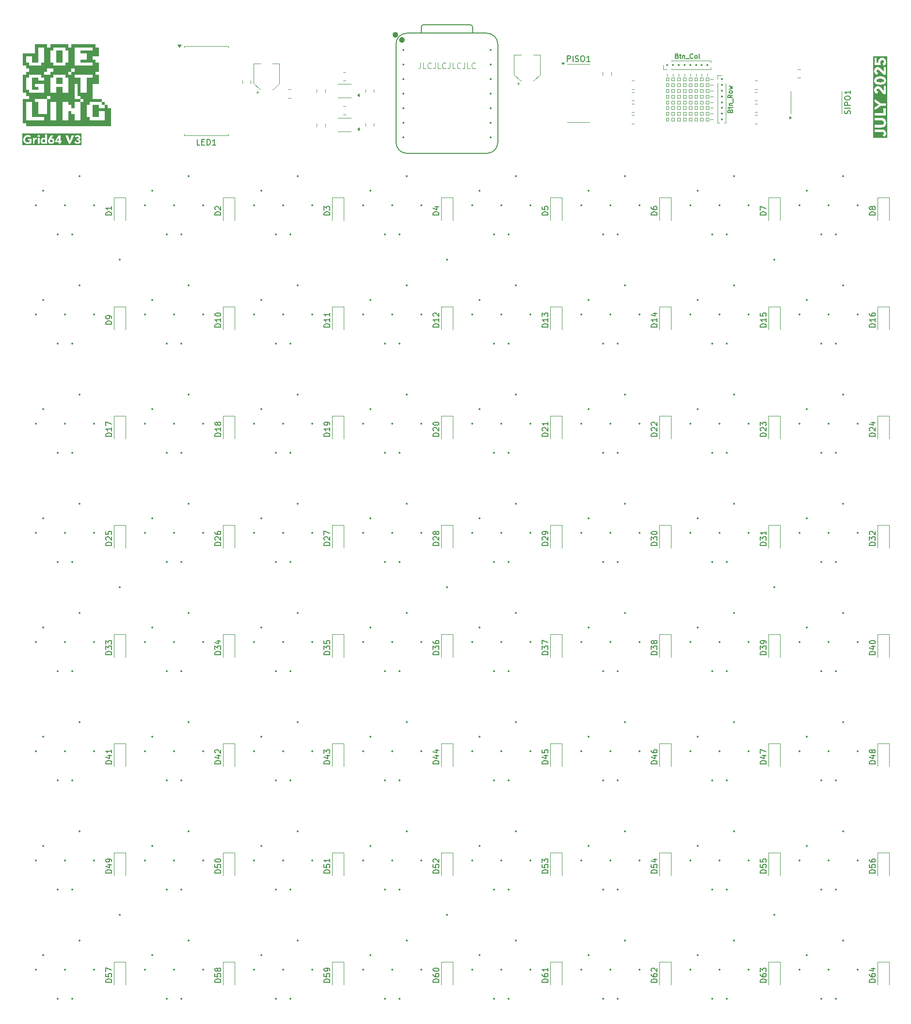
<source format=gto>
%TF.GenerationSoftware,KiCad,Pcbnew,9.0.2*%
%TF.CreationDate,2025-06-29T11:42:18-07:00*%
%TF.ProjectId,Grid64_v3,47726964-3634-45f7-9633-2e6b69636164,rev?*%
%TF.SameCoordinates,Original*%
%TF.FileFunction,Legend,Top*%
%TF.FilePolarity,Positive*%
%FSLAX46Y46*%
G04 Gerber Fmt 4.6, Leading zero omitted, Abs format (unit mm)*
G04 Created by KiCad (PCBNEW 9.0.2) date 2025-06-29 11:42:18*
%MOMM*%
%LPD*%
G01*
G04 APERTURE LIST*
%ADD10C,0.100000*%
%ADD11C,0.000000*%
%ADD12C,0.200000*%
%ADD13C,0.150000*%
%ADD14C,0.120000*%
%ADD15C,0.127000*%
%ADD16C,0.504000*%
%ADD17C,0.350000*%
G04 APERTURE END LIST*
D10*
X147723725Y-40865000D02*
X148223725Y-40865000D01*
X148223725Y-41365000D01*
X147723725Y-41365000D01*
X147723725Y-40865000D01*
X145723725Y-46865000D02*
X146223725Y-46865000D01*
X146223725Y-47365000D01*
X145723725Y-47365000D01*
X145723725Y-46865000D01*
X150723725Y-45865000D02*
X151223725Y-45865000D01*
X151223725Y-46365000D01*
X150723725Y-46365000D01*
X150723725Y-45865000D01*
X147723725Y-45865000D02*
X148223725Y-45865000D01*
X148223725Y-46365000D01*
X147723725Y-46365000D01*
X147723725Y-45865000D01*
X146723725Y-40865000D02*
X147223725Y-40865000D01*
X147223725Y-41365000D01*
X146723725Y-41365000D01*
X146723725Y-40865000D01*
X150723725Y-46865000D02*
X151223725Y-46865000D01*
X151223725Y-47365000D01*
X150723725Y-47365000D01*
X150723725Y-46865000D01*
X147723725Y-42865000D02*
X148223725Y-42865000D01*
X148223725Y-43365000D01*
X147723725Y-43365000D01*
X147723725Y-42865000D01*
X147723725Y-46865000D02*
X148223725Y-46865000D01*
X148223725Y-47365000D01*
X147723725Y-47365000D01*
X147723725Y-46865000D01*
X146723725Y-45865000D02*
X147223725Y-45865000D01*
X147223725Y-46365000D01*
X146723725Y-46365000D01*
X146723725Y-45865000D01*
X146723725Y-41865000D02*
X147223725Y-41865000D01*
X147223725Y-42365000D01*
X146723725Y-42365000D01*
X146723725Y-41865000D01*
X149723725Y-40865000D02*
X150223725Y-40865000D01*
X150223725Y-41365000D01*
X149723725Y-41365000D01*
X149723725Y-40865000D01*
X149723725Y-46865000D02*
X150223725Y-46865000D01*
X150223725Y-47365000D01*
X149723725Y-47365000D01*
X149723725Y-46865000D01*
X148973725Y-39615000D02*
X148973725Y-39115000D01*
X148723725Y-41865000D02*
X149223725Y-41865000D01*
X149223725Y-42365000D01*
X148723725Y-42365000D01*
X148723725Y-41865000D01*
X149723725Y-44865000D02*
X150223725Y-44865000D01*
X150223725Y-45365000D01*
X149723725Y-45365000D01*
X149723725Y-44865000D01*
X149723725Y-42865000D02*
X150223725Y-42865000D01*
X150223725Y-43365000D01*
X149723725Y-43365000D01*
X149723725Y-42865000D01*
X148723725Y-42865000D02*
X149223725Y-42865000D01*
X149223725Y-43365000D01*
X148723725Y-43365000D01*
X148723725Y-42865000D01*
X150723725Y-43865000D02*
X151223725Y-43865000D01*
X151223725Y-44365000D01*
X150723725Y-44365000D01*
X150723725Y-43865000D01*
X148723725Y-45865000D02*
X149223725Y-45865000D01*
X149223725Y-46365000D01*
X148723725Y-46365000D01*
X148723725Y-45865000D01*
X148723725Y-44865000D02*
X149223725Y-44865000D01*
X149223725Y-45365000D01*
X148723725Y-45365000D01*
X148723725Y-44865000D01*
X145973725Y-39615000D02*
X145973725Y-39115000D01*
X148723725Y-39865000D02*
X149223725Y-39865000D01*
X149223725Y-40365000D01*
X148723725Y-40365000D01*
X148723725Y-39865000D01*
X153473725Y-45115000D02*
X153973725Y-45115000D01*
X151723725Y-44865000D02*
X152223725Y-44865000D01*
X152223725Y-45365000D01*
X151723725Y-45365000D01*
X151723725Y-44865000D01*
X145723725Y-45865000D02*
X146223725Y-45865000D01*
X146223725Y-46365000D01*
X145723725Y-46365000D01*
X145723725Y-45865000D01*
X147723725Y-41865000D02*
X148223725Y-41865000D01*
X148223725Y-42365000D01*
X147723725Y-42365000D01*
X147723725Y-41865000D01*
X146723725Y-39865000D02*
X147223725Y-39865000D01*
X147223725Y-40365000D01*
X146723725Y-40365000D01*
X146723725Y-39865000D01*
D11*
G36*
X37677891Y-34554584D02*
G01*
X38207058Y-34554584D01*
X38207058Y-34025417D01*
X41382058Y-34025417D01*
X41382058Y-34554584D01*
X41911224Y-34554584D01*
X41911224Y-34025417D01*
X46144558Y-34025417D01*
X46144558Y-34554584D01*
X46673725Y-34554584D01*
X46673725Y-36142084D01*
X45615391Y-36142084D01*
X45615391Y-36671250D01*
X46144558Y-36671250D01*
X46144558Y-37200417D01*
X46673725Y-37200417D01*
X46673725Y-38787917D01*
X46144558Y-38787917D01*
X46144558Y-39317084D01*
X46673725Y-39317084D01*
X46673725Y-40904583D01*
X45615391Y-40904583D01*
X45615391Y-43550417D01*
X47202891Y-43550417D01*
X47202891Y-44079584D01*
X45086225Y-44079584D01*
X45086225Y-44608750D01*
X44557058Y-44608750D01*
X44557058Y-46725417D01*
X45086225Y-46725417D01*
X45086225Y-47254584D01*
X47732058Y-47254584D01*
X47732058Y-45667084D01*
X46673725Y-45667084D01*
X46673725Y-46725417D01*
X45615391Y-46725417D01*
X45615391Y-44608750D01*
X46673725Y-44608750D01*
X46673725Y-45137917D01*
X47732058Y-45137917D01*
X47732058Y-44608750D01*
X48261225Y-44608750D01*
X48261225Y-45137917D01*
X48790391Y-45137917D01*
X48790391Y-48312917D01*
X33973725Y-48312917D01*
X33973725Y-47783750D01*
X33444558Y-47783750D01*
X33444558Y-47254584D01*
X33444558Y-44079584D01*
X33973725Y-44079584D01*
X33973725Y-47254584D01*
X37148725Y-47254584D01*
X37148725Y-46725417D01*
X35032058Y-46725417D01*
X35032058Y-44079584D01*
X35561225Y-44079584D01*
X36090391Y-44079584D01*
X36090391Y-46196250D01*
X37677891Y-46196250D01*
X37677891Y-44079584D01*
X38207058Y-44079584D01*
X38207058Y-47254584D01*
X39265391Y-47254584D01*
X39265391Y-44079584D01*
X40323724Y-44079584D01*
X40323724Y-47254584D01*
X41382058Y-47254584D01*
X41382058Y-45667084D01*
X41911224Y-45667084D01*
X41911224Y-46196250D01*
X42440392Y-46196250D01*
X42440392Y-47254584D01*
X43498725Y-47254584D01*
X43498725Y-44079584D01*
X44027891Y-44079584D01*
X44027891Y-43550417D01*
X43498725Y-43550417D01*
X43498725Y-44079584D01*
X42440392Y-44079584D01*
X42440392Y-45137917D01*
X41911224Y-45137917D01*
X41911224Y-44608750D01*
X41382058Y-44608750D01*
X41382058Y-44079584D01*
X40323724Y-44079584D01*
X39265391Y-44079584D01*
X38207058Y-44079584D01*
X37677891Y-44079584D01*
X37677891Y-43550417D01*
X38207058Y-43550417D01*
X38207058Y-43021251D01*
X37677891Y-43021251D01*
X37677891Y-43550417D01*
X35561225Y-43550417D01*
X35561225Y-44079584D01*
X35032058Y-44079584D01*
X33973725Y-44079584D01*
X33444558Y-44079584D01*
X33444558Y-43550417D01*
X34502891Y-43550417D01*
X34502891Y-43021251D01*
X33973725Y-43021251D01*
X33973725Y-42492083D01*
X33444558Y-42492083D01*
X33444558Y-41962917D01*
X33973725Y-41962917D01*
X34502891Y-41962917D01*
X34502891Y-42492083D01*
X37148725Y-42492083D01*
X38207058Y-42492083D01*
X39265391Y-42492083D01*
X39265391Y-41433751D01*
X40323724Y-41433751D01*
X40323724Y-42492083D01*
X41382058Y-42492083D01*
X41382058Y-40904583D01*
X42440392Y-40904583D01*
X42440392Y-43550417D01*
X43498725Y-43550417D01*
X43498725Y-43021251D01*
X42969558Y-43021251D01*
X42969558Y-40904583D01*
X42440392Y-40904583D01*
X41382058Y-40904583D01*
X41382058Y-39846250D01*
X40852892Y-39846250D01*
X40852892Y-39317084D01*
X41382058Y-39317084D01*
X41911224Y-39317084D01*
X42440392Y-39317084D01*
X42440392Y-39846250D01*
X43498725Y-39846250D01*
X43498725Y-42492083D01*
X44557058Y-42492083D01*
X44557058Y-39846250D01*
X45615391Y-39846250D01*
X45615391Y-39317084D01*
X42440392Y-39317084D01*
X41911224Y-39317084D01*
X41911224Y-38787917D01*
X42440392Y-38787917D01*
X42440392Y-38258750D01*
X41911224Y-38258750D01*
X41911224Y-38787917D01*
X41382058Y-38787917D01*
X41382058Y-39317084D01*
X40852892Y-39317084D01*
X38736225Y-39317084D01*
X38736225Y-39846250D01*
X38207058Y-39846250D01*
X38207058Y-42492083D01*
X37148725Y-42492083D01*
X37148725Y-40904583D01*
X35561225Y-40904583D01*
X35561225Y-41433751D01*
X36090391Y-41433751D01*
X36090391Y-41962917D01*
X35032058Y-41962917D01*
X35032058Y-39846250D01*
X36090391Y-39846250D01*
X36090391Y-40375417D01*
X37148725Y-40375417D01*
X37148725Y-39846250D01*
X36619558Y-39846250D01*
X36619558Y-39317084D01*
X37148725Y-39317084D01*
X38207058Y-39317084D01*
X38207058Y-38787917D01*
X38736225Y-38787917D01*
X38736225Y-38258750D01*
X37677891Y-38258750D01*
X37677891Y-38787917D01*
X37148725Y-38787917D01*
X37148725Y-39317084D01*
X36619558Y-39317084D01*
X34502891Y-39317084D01*
X34502891Y-39846250D01*
X33973725Y-39846250D01*
X33973725Y-41962917D01*
X33444558Y-41962917D01*
X33444558Y-39846250D01*
X33444558Y-39317084D01*
X33973725Y-39317084D01*
X33973725Y-38787917D01*
X34502891Y-38787917D01*
X34502891Y-38258750D01*
X33973725Y-38258750D01*
X33973725Y-37729584D01*
X33444558Y-37729584D01*
X33444558Y-36142084D01*
X33973725Y-36142084D01*
X33973725Y-37200417D01*
X34502891Y-37200417D01*
X34502891Y-37729584D01*
X36619558Y-37729584D01*
X36619558Y-37200417D01*
X37148725Y-37200417D01*
X38207058Y-37200417D01*
X38736225Y-37200417D01*
X38736225Y-37729584D01*
X40852892Y-37729584D01*
X42440392Y-37729584D01*
X45615391Y-37729584D01*
X45615391Y-37200417D01*
X43498725Y-37200417D01*
X43498725Y-36671250D01*
X44557058Y-36671250D01*
X44557058Y-35612917D01*
X43498725Y-35612917D01*
X43498725Y-35083750D01*
X45615391Y-35083750D01*
X45615391Y-34554584D01*
X42440392Y-34554584D01*
X42440392Y-37729584D01*
X40852892Y-37729584D01*
X40852892Y-37200417D01*
X41382058Y-37200417D01*
X41382058Y-35083750D01*
X40852892Y-35083750D01*
X40852892Y-34554584D01*
X38736225Y-34554584D01*
X38736225Y-35083750D01*
X38207058Y-35083750D01*
X38207058Y-37200417D01*
X37148725Y-37200417D01*
X37148725Y-35083750D01*
X37148725Y-34554584D01*
X36090391Y-34554584D01*
X36090391Y-37200417D01*
X35032058Y-37200417D01*
X35032058Y-36142084D01*
X33973725Y-36142084D01*
X33444558Y-36142084D01*
X33444558Y-35612917D01*
X35561225Y-35612917D01*
X35561225Y-34025417D01*
X37677891Y-34025417D01*
X37677891Y-34554584D01*
G37*
D10*
X145723725Y-41865000D02*
X146223725Y-41865000D01*
X146223725Y-42365000D01*
X145723725Y-42365000D01*
X145723725Y-41865000D01*
X149723725Y-43865000D02*
X150223725Y-43865000D01*
X150223725Y-44365000D01*
X149723725Y-44365000D01*
X149723725Y-43865000D01*
X145723725Y-44865000D02*
X146223725Y-44865000D01*
X146223725Y-45365000D01*
X145723725Y-45365000D01*
X145723725Y-44865000D01*
X149723725Y-45865000D02*
X150223725Y-45865000D01*
X150223725Y-46365000D01*
X149723725Y-46365000D01*
X149723725Y-45865000D01*
X147723725Y-39865000D02*
X148223725Y-39865000D01*
X148223725Y-40365000D01*
X147723725Y-40365000D01*
X147723725Y-39865000D01*
D11*
G36*
X47732058Y-44608750D02*
G01*
X47202891Y-44608750D01*
X47202891Y-44079584D01*
X47732058Y-44079584D01*
X47732058Y-44608750D01*
G37*
D10*
X151723725Y-46865000D02*
X152223725Y-46865000D01*
X152223725Y-47365000D01*
X151723725Y-47365000D01*
X151723725Y-46865000D01*
X152723725Y-40865000D02*
X153223725Y-40865000D01*
X153223725Y-41365000D01*
X152723725Y-41365000D01*
X152723725Y-40865000D01*
X150723725Y-42865000D02*
X151223725Y-42865000D01*
X151223725Y-43365000D01*
X150723725Y-43365000D01*
X150723725Y-42865000D01*
X152723725Y-46865000D02*
X153223725Y-46865000D01*
X153223725Y-47365000D01*
X152723725Y-47365000D01*
X152723725Y-46865000D01*
X152973725Y-39615000D02*
X152973725Y-39115000D01*
X151723725Y-40865000D02*
X152223725Y-40865000D01*
X152223725Y-41365000D01*
X151723725Y-41365000D01*
X151723725Y-40865000D01*
X148723725Y-46865000D02*
X149223725Y-46865000D01*
X149223725Y-47365000D01*
X148723725Y-47365000D01*
X148723725Y-46865000D01*
X151723725Y-41865000D02*
X152223725Y-41865000D01*
X152223725Y-42365000D01*
X151723725Y-42365000D01*
X151723725Y-41865000D01*
X152723725Y-41865000D02*
X153223725Y-41865000D01*
X153223725Y-42365000D01*
X152723725Y-42365000D01*
X152723725Y-41865000D01*
X152723725Y-39865000D02*
X153223725Y-39865000D01*
X153223725Y-40365000D01*
X152723725Y-40365000D01*
X152723725Y-39865000D01*
X148723725Y-43865000D02*
X149223725Y-43865000D01*
X149223725Y-44365000D01*
X148723725Y-44365000D01*
X148723725Y-43865000D01*
X151973725Y-39615000D02*
X151973725Y-39115000D01*
X149723725Y-39865000D02*
X150223725Y-39865000D01*
X150223725Y-40365000D01*
X149723725Y-40365000D01*
X149723725Y-39865000D01*
X151723725Y-45865000D02*
X152223725Y-45865000D01*
X152223725Y-46365000D01*
X151723725Y-46365000D01*
X151723725Y-45865000D01*
X149723725Y-41865000D02*
X150223725Y-41865000D01*
X150223725Y-42365000D01*
X149723725Y-42365000D01*
X149723725Y-41865000D01*
X147723725Y-44865000D02*
X148223725Y-44865000D01*
X148223725Y-45365000D01*
X147723725Y-45365000D01*
X147723725Y-44865000D01*
X150723725Y-41865000D02*
X151223725Y-41865000D01*
X151223725Y-42365000D01*
X150723725Y-42365000D01*
X150723725Y-41865000D01*
X150723725Y-39865000D02*
X151223725Y-39865000D01*
X151223725Y-40365000D01*
X150723725Y-40365000D01*
X150723725Y-39865000D01*
X146973725Y-39615000D02*
X146973725Y-39115000D01*
X147973725Y-39615000D02*
X147973725Y-39115000D01*
X146723725Y-42865000D02*
X147223725Y-42865000D01*
X147223725Y-43365000D01*
X146723725Y-43365000D01*
X146723725Y-42865000D01*
D11*
G36*
X40323724Y-35683765D02*
G01*
X40323724Y-36600402D01*
X40323724Y-37200417D01*
X39265391Y-37200417D01*
X39265391Y-36600402D01*
X39265391Y-35683765D01*
X39265391Y-35083750D01*
X40323724Y-35083750D01*
X40323724Y-35683765D01*
G37*
D10*
X146723725Y-43865000D02*
X147223725Y-43865000D01*
X147223725Y-44365000D01*
X146723725Y-44365000D01*
X146723725Y-43865000D01*
X145723725Y-40865000D02*
X146223725Y-40865000D01*
X146223725Y-41365000D01*
X145723725Y-41365000D01*
X145723725Y-40865000D01*
X146723725Y-46865000D02*
X147223725Y-46865000D01*
X147223725Y-47365000D01*
X146723725Y-47365000D01*
X146723725Y-46865000D01*
X152723725Y-44865000D02*
X153223725Y-44865000D01*
X153223725Y-45365000D01*
X152723725Y-45365000D01*
X152723725Y-44865000D01*
X153473725Y-46115000D02*
X153973725Y-46115000D01*
X153473725Y-43115000D02*
X153973725Y-43115000D01*
X150723725Y-40865000D02*
X151223725Y-40865000D01*
X151223725Y-41365000D01*
X150723725Y-41365000D01*
X150723725Y-40865000D01*
X153473725Y-44115000D02*
X153973725Y-44115000D01*
X151723725Y-43865000D02*
X152223725Y-43865000D01*
X152223725Y-44365000D01*
X151723725Y-44365000D01*
X151723725Y-43865000D01*
X153473725Y-47115000D02*
X153973725Y-47115000D01*
X152723725Y-43865000D02*
X153223725Y-43865000D01*
X153223725Y-44365000D01*
X152723725Y-44365000D01*
X152723725Y-43865000D01*
X153473725Y-41115000D02*
X153973725Y-41115000D01*
X151723725Y-42865000D02*
X152223725Y-42865000D01*
X152223725Y-43365000D01*
X151723725Y-43365000D01*
X151723725Y-42865000D01*
X153473725Y-42115000D02*
X153973725Y-42115000D01*
X145723725Y-43865000D02*
X146223725Y-43865000D01*
X146223725Y-44365000D01*
X145723725Y-44365000D01*
X145723725Y-43865000D01*
X150723725Y-44865000D02*
X151223725Y-44865000D01*
X151223725Y-45365000D01*
X150723725Y-45365000D01*
X150723725Y-44865000D01*
X145723725Y-39865000D02*
X146223725Y-39865000D01*
X146223725Y-40365000D01*
X145723725Y-40365000D01*
X145723725Y-39865000D01*
X150973725Y-39615000D02*
X150973725Y-39115000D01*
X151723725Y-39865000D02*
X152223725Y-39865000D01*
X152223725Y-40365000D01*
X151723725Y-40365000D01*
X151723725Y-39865000D01*
X152723725Y-45865000D02*
X153223725Y-45865000D01*
X153223725Y-46365000D01*
X152723725Y-46365000D01*
X152723725Y-45865000D01*
D11*
G36*
X40323724Y-40375417D02*
G01*
X40323724Y-40904583D01*
X39265391Y-40904583D01*
X39265391Y-40375417D01*
X39265391Y-39846250D01*
X40323724Y-39846250D01*
X40323724Y-40375417D01*
G37*
D10*
X148723725Y-40865000D02*
X149223725Y-40865000D01*
X149223725Y-41365000D01*
X148723725Y-41365000D01*
X148723725Y-40865000D01*
X146723725Y-44865000D02*
X147223725Y-44865000D01*
X147223725Y-45365000D01*
X146723725Y-45365000D01*
X146723725Y-44865000D01*
X153473725Y-40115000D02*
X153973725Y-40115000D01*
X147723725Y-43865000D02*
X148223725Y-43865000D01*
X148223725Y-44365000D01*
X147723725Y-44365000D01*
X147723725Y-43865000D01*
X152723725Y-42865000D02*
X153223725Y-42865000D01*
X153223725Y-43365000D01*
X152723725Y-43365000D01*
X152723725Y-42865000D01*
X149973725Y-39615000D02*
X149973725Y-39115000D01*
X145723725Y-42865000D02*
X146223725Y-42865000D01*
X146223725Y-43365000D01*
X145723725Y-43365000D01*
X145723725Y-42865000D01*
X102854676Y-37237419D02*
X102854676Y-37951704D01*
X102854676Y-37951704D02*
X102807057Y-38094561D01*
X102807057Y-38094561D02*
X102711819Y-38189800D01*
X102711819Y-38189800D02*
X102568962Y-38237419D01*
X102568962Y-38237419D02*
X102473724Y-38237419D01*
X103807057Y-38237419D02*
X103330867Y-38237419D01*
X103330867Y-38237419D02*
X103330867Y-37237419D01*
X104711819Y-38142180D02*
X104664200Y-38189800D01*
X104664200Y-38189800D02*
X104521343Y-38237419D01*
X104521343Y-38237419D02*
X104426105Y-38237419D01*
X104426105Y-38237419D02*
X104283248Y-38189800D01*
X104283248Y-38189800D02*
X104188010Y-38094561D01*
X104188010Y-38094561D02*
X104140391Y-37999323D01*
X104140391Y-37999323D02*
X104092772Y-37808847D01*
X104092772Y-37808847D02*
X104092772Y-37665990D01*
X104092772Y-37665990D02*
X104140391Y-37475514D01*
X104140391Y-37475514D02*
X104188010Y-37380276D01*
X104188010Y-37380276D02*
X104283248Y-37285038D01*
X104283248Y-37285038D02*
X104426105Y-37237419D01*
X104426105Y-37237419D02*
X104521343Y-37237419D01*
X104521343Y-37237419D02*
X104664200Y-37285038D01*
X104664200Y-37285038D02*
X104711819Y-37332657D01*
X105426105Y-37237419D02*
X105426105Y-37951704D01*
X105426105Y-37951704D02*
X105378486Y-38094561D01*
X105378486Y-38094561D02*
X105283248Y-38189800D01*
X105283248Y-38189800D02*
X105140391Y-38237419D01*
X105140391Y-38237419D02*
X105045153Y-38237419D01*
X106378486Y-38237419D02*
X105902296Y-38237419D01*
X105902296Y-38237419D02*
X105902296Y-37237419D01*
X107283248Y-38142180D02*
X107235629Y-38189800D01*
X107235629Y-38189800D02*
X107092772Y-38237419D01*
X107092772Y-38237419D02*
X106997534Y-38237419D01*
X106997534Y-38237419D02*
X106854677Y-38189800D01*
X106854677Y-38189800D02*
X106759439Y-38094561D01*
X106759439Y-38094561D02*
X106711820Y-37999323D01*
X106711820Y-37999323D02*
X106664201Y-37808847D01*
X106664201Y-37808847D02*
X106664201Y-37665990D01*
X106664201Y-37665990D02*
X106711820Y-37475514D01*
X106711820Y-37475514D02*
X106759439Y-37380276D01*
X106759439Y-37380276D02*
X106854677Y-37285038D01*
X106854677Y-37285038D02*
X106997534Y-37237419D01*
X106997534Y-37237419D02*
X107092772Y-37237419D01*
X107092772Y-37237419D02*
X107235629Y-37285038D01*
X107235629Y-37285038D02*
X107283248Y-37332657D01*
X107997534Y-37237419D02*
X107997534Y-37951704D01*
X107997534Y-37951704D02*
X107949915Y-38094561D01*
X107949915Y-38094561D02*
X107854677Y-38189800D01*
X107854677Y-38189800D02*
X107711820Y-38237419D01*
X107711820Y-38237419D02*
X107616582Y-38237419D01*
X108949915Y-38237419D02*
X108473725Y-38237419D01*
X108473725Y-38237419D02*
X108473725Y-37237419D01*
X109854677Y-38142180D02*
X109807058Y-38189800D01*
X109807058Y-38189800D02*
X109664201Y-38237419D01*
X109664201Y-38237419D02*
X109568963Y-38237419D01*
X109568963Y-38237419D02*
X109426106Y-38189800D01*
X109426106Y-38189800D02*
X109330868Y-38094561D01*
X109330868Y-38094561D02*
X109283249Y-37999323D01*
X109283249Y-37999323D02*
X109235630Y-37808847D01*
X109235630Y-37808847D02*
X109235630Y-37665990D01*
X109235630Y-37665990D02*
X109283249Y-37475514D01*
X109283249Y-37475514D02*
X109330868Y-37380276D01*
X109330868Y-37380276D02*
X109426106Y-37285038D01*
X109426106Y-37285038D02*
X109568963Y-37237419D01*
X109568963Y-37237419D02*
X109664201Y-37237419D01*
X109664201Y-37237419D02*
X109807058Y-37285038D01*
X109807058Y-37285038D02*
X109854677Y-37332657D01*
X110568963Y-37237419D02*
X110568963Y-37951704D01*
X110568963Y-37951704D02*
X110521344Y-38094561D01*
X110521344Y-38094561D02*
X110426106Y-38189800D01*
X110426106Y-38189800D02*
X110283249Y-38237419D01*
X110283249Y-38237419D02*
X110188011Y-38237419D01*
X111521344Y-38237419D02*
X111045154Y-38237419D01*
X111045154Y-38237419D02*
X111045154Y-37237419D01*
X112426106Y-38142180D02*
X112378487Y-38189800D01*
X112378487Y-38189800D02*
X112235630Y-38237419D01*
X112235630Y-38237419D02*
X112140392Y-38237419D01*
X112140392Y-38237419D02*
X111997535Y-38189800D01*
X111997535Y-38189800D02*
X111902297Y-38094561D01*
X111902297Y-38094561D02*
X111854678Y-37999323D01*
X111854678Y-37999323D02*
X111807059Y-37808847D01*
X111807059Y-37808847D02*
X111807059Y-37665990D01*
X111807059Y-37665990D02*
X111854678Y-37475514D01*
X111854678Y-37475514D02*
X111902297Y-37380276D01*
X111902297Y-37380276D02*
X111997535Y-37285038D01*
X111997535Y-37285038D02*
X112140392Y-37237419D01*
X112140392Y-37237419D02*
X112235630Y-37237419D01*
X112235630Y-37237419D02*
X112378487Y-37285038D01*
X112378487Y-37285038D02*
X112426106Y-37332657D01*
D12*
G36*
X37165525Y-50600716D02*
G01*
X37226219Y-50624757D01*
X37274595Y-50663449D01*
X37310622Y-50714475D01*
X37332860Y-50775727D01*
X37340724Y-50850020D01*
X37332862Y-50924316D01*
X37310626Y-50985601D01*
X37274595Y-51036683D01*
X37226226Y-51075322D01*
X37165533Y-51099334D01*
X37088849Y-51107941D01*
X37012165Y-51099334D01*
X36951471Y-51075322D01*
X36903102Y-51036683D01*
X36867125Y-50985608D01*
X36844918Y-50924323D01*
X36837065Y-50850020D01*
X36844920Y-50775720D01*
X36867128Y-50714468D01*
X36903102Y-50663449D01*
X36951478Y-50624757D01*
X37012172Y-50600716D01*
X37088849Y-50592100D01*
X37165525Y-50600716D01*
G37*
G36*
X38456274Y-50640880D02*
G01*
X38513096Y-50662893D01*
X38560717Y-50698895D01*
X38597264Y-50746169D01*
X38619230Y-50800694D01*
X38626846Y-50864675D01*
X38619232Y-50928659D01*
X38597268Y-50983216D01*
X38560717Y-51030546D01*
X38513103Y-51066494D01*
X38456281Y-51088479D01*
X38387610Y-51096217D01*
X38318937Y-51088481D01*
X38262082Y-51066498D01*
X38214411Y-51030546D01*
X38177915Y-50983223D01*
X38155979Y-50928665D01*
X38148374Y-50864675D01*
X38155981Y-50800687D01*
X38177918Y-50746162D01*
X38214411Y-50698895D01*
X38262089Y-50662890D01*
X38318943Y-50640878D01*
X38387610Y-50633133D01*
X38456274Y-50640880D01*
G37*
G36*
X39712200Y-50797264D02*
G01*
X39378534Y-50797264D01*
X39707987Y-50287560D01*
X39712200Y-50287560D01*
X39712200Y-50797264D01*
G37*
G36*
X43656541Y-51561837D02*
G01*
X33321462Y-51561837D01*
X33321462Y-50615547D01*
X33488129Y-50615547D01*
X33495080Y-50733117D01*
X33515243Y-50840241D01*
X33547938Y-50938314D01*
X33593612Y-51030921D01*
X33649132Y-51112667D01*
X33714725Y-51184603D01*
X33789870Y-51246615D01*
X33874197Y-51298588D01*
X33968707Y-51340674D01*
X34068000Y-51370559D01*
X34174656Y-51388890D01*
X34289734Y-51395170D01*
X34452154Y-51386733D01*
X34610761Y-51361557D01*
X34764780Y-51317529D01*
X34913011Y-51252288D01*
X34913011Y-50474863D01*
X34331774Y-50474863D01*
X34331774Y-50779678D01*
X34598213Y-50779678D01*
X34598213Y-51017907D01*
X34547674Y-51041091D01*
X34474382Y-51066542D01*
X34392770Y-51083962D01*
X34289734Y-51090355D01*
X34188302Y-51081230D01*
X34099866Y-51055001D01*
X34020485Y-51012273D01*
X33953961Y-50956083D01*
X33900492Y-50887254D01*
X33860630Y-50806148D01*
X33836486Y-50716675D01*
X33828115Y-50615547D01*
X33836422Y-50516122D01*
X33860630Y-50426045D01*
X33900560Y-50344026D01*
X33903648Y-50340041D01*
X35160490Y-50340041D01*
X35160490Y-51360000D01*
X35475289Y-51360000D01*
X36019065Y-51360000D01*
X36333863Y-51360000D01*
X36333863Y-50858355D01*
X36522266Y-50858355D01*
X36531427Y-50970261D01*
X36557895Y-51069747D01*
X36601589Y-51160034D01*
X36659653Y-51235985D01*
X36731960Y-51297967D01*
X36818105Y-51344795D01*
X36914180Y-51373488D01*
X37023819Y-51383447D01*
X37075625Y-51379765D01*
X37125577Y-51368792D01*
X37215794Y-51331331D01*
X37287143Y-51280132D01*
X37336511Y-51224811D01*
X37340724Y-51224811D01*
X37340724Y-51360000D01*
X37630243Y-51360000D01*
X37630243Y-50875025D01*
X37833576Y-50875025D01*
X37838547Y-50950760D01*
X37852996Y-51019826D01*
X37876532Y-51083211D01*
X37927602Y-51169971D01*
X37994043Y-51243221D01*
X38074427Y-51302169D01*
X38169348Y-51346810D01*
X38273065Y-51374081D01*
X38387610Y-51383447D01*
X38500462Y-51374165D01*
X38604772Y-51346902D01*
X38700618Y-51302213D01*
X38781085Y-51243404D01*
X38847581Y-51170234D01*
X38898596Y-51083578D01*
X38922184Y-51020248D01*
X38936663Y-50951244D01*
X38941644Y-50875574D01*
X38934860Y-50797447D01*
X39063735Y-50797447D01*
X39063735Y-51061046D01*
X39712200Y-51061046D01*
X39712200Y-51360000D01*
X40014359Y-51360000D01*
X40014359Y-51061046D01*
X40205326Y-51061046D01*
X40205326Y-50797264D01*
X40014359Y-50797264D01*
X40014359Y-49876957D01*
X40881635Y-49876957D01*
X41475511Y-51360000D01*
X41737828Y-51360000D01*
X41885830Y-51001787D01*
X42421739Y-51001787D01*
X42452484Y-51098122D01*
X42494503Y-51176895D01*
X42547348Y-51240857D01*
X42611607Y-51291856D01*
X42711141Y-51341789D01*
X42824533Y-51372667D01*
X42954799Y-51383447D01*
X43061932Y-51376523D01*
X43161428Y-51356244D01*
X43253842Y-51321338D01*
X43331421Y-51273354D01*
X43396280Y-51210967D01*
X43446826Y-51133953D01*
X43470253Y-51076557D01*
X43484804Y-51011967D01*
X43489874Y-50938864D01*
X43485097Y-50875097D01*
X43471006Y-50815216D01*
X43447743Y-50759294D01*
X43416417Y-50710344D01*
X43377004Y-50668026D01*
X43329314Y-50632766D01*
X43274844Y-50607385D01*
X43210796Y-50592924D01*
X43210796Y-50586605D01*
X43288860Y-50561907D01*
X43350863Y-50524183D01*
X43399656Y-50473306D01*
X43435293Y-50411664D01*
X43457104Y-50341646D01*
X43464686Y-50261181D01*
X43459808Y-50190768D01*
X43445920Y-50129680D01*
X43423745Y-50076442D01*
X43375679Y-50005206D01*
X43313652Y-49947390D01*
X43239778Y-49903181D01*
X43153093Y-49871828D01*
X43060440Y-49853756D01*
X42963133Y-49847648D01*
X42870197Y-49852690D01*
X42783706Y-49867431D01*
X42701993Y-49892968D01*
X42629467Y-49928889D01*
X42565258Y-49976708D01*
X42509849Y-50038157D01*
X42466628Y-50111216D01*
X42434378Y-50202014D01*
X42780592Y-50273363D01*
X42803569Y-50219569D01*
X42843515Y-50174811D01*
X42896846Y-50145271D01*
X42965240Y-50134877D01*
X43015419Y-50140026D01*
X43058650Y-50154827D01*
X43096398Y-50179116D01*
X43126465Y-50211621D01*
X43144001Y-50248319D01*
X43149979Y-50290765D01*
X43144312Y-50340189D01*
X43129005Y-50376220D01*
X43104639Y-50405144D01*
X43073409Y-50426778D01*
X43037341Y-50441624D01*
X42996747Y-50450958D01*
X42910743Y-50457278D01*
X42807886Y-50457278D01*
X42807886Y-50732784D01*
X42881342Y-50732784D01*
X42986306Y-50735990D01*
X43037044Y-50742728D01*
X43080736Y-50755956D01*
X43118907Y-50777327D01*
X43148880Y-50807431D01*
X43167940Y-50846791D01*
X43175167Y-50905067D01*
X43169353Y-50959131D01*
X43152803Y-51004349D01*
X43125799Y-51042636D01*
X43089418Y-51071087D01*
X43040100Y-51089429D01*
X42973666Y-51096217D01*
X42907993Y-51090328D01*
X42858533Y-51074429D01*
X42821534Y-51050055D01*
X42779505Y-50996810D01*
X42753298Y-50924118D01*
X42421739Y-51001787D01*
X41885830Y-51001787D01*
X42350572Y-49876957D01*
X42000145Y-49876957D01*
X41626636Y-50848921D01*
X41622423Y-50848921D01*
X41255143Y-49876957D01*
X40881635Y-49876957D01*
X40014359Y-49876957D01*
X39670160Y-49876957D01*
X39063856Y-50797264D01*
X39063735Y-50797447D01*
X38934860Y-50797447D01*
X38933130Y-50777521D01*
X38908030Y-50686439D01*
X38867282Y-50603001D01*
X38813600Y-50532841D01*
X38746955Y-50475161D01*
X38666688Y-50430442D01*
X38577267Y-50402467D01*
X38475812Y-50392798D01*
X38423330Y-50397011D01*
X38372955Y-50407544D01*
X38721276Y-49876957D01*
X38337235Y-49876957D01*
X38011995Y-50383272D01*
X37943760Y-50493182D01*
X37887065Y-50605106D01*
X37848230Y-50729670D01*
X37837395Y-50797405D01*
X37834085Y-50864675D01*
X37833576Y-50875025D01*
X37630243Y-50875025D01*
X37630243Y-49774467D01*
X37315536Y-49774467D01*
X37315536Y-50450134D01*
X37311323Y-50450134D01*
X37271343Y-50406031D01*
X37225095Y-50371855D01*
X37171739Y-50346911D01*
X37084340Y-50324337D01*
X36988190Y-50316594D01*
X36916524Y-50321807D01*
X36851808Y-50336925D01*
X36792918Y-50361565D01*
X36713387Y-50414201D01*
X36647105Y-50481916D01*
X36594481Y-50562024D01*
X36554781Y-50654474D01*
X36530471Y-50753602D01*
X36522919Y-50850020D01*
X36522266Y-50858355D01*
X36333863Y-50858355D01*
X36333863Y-50340041D01*
X36019065Y-50340041D01*
X36019065Y-51360000D01*
X35475289Y-51360000D01*
X35475289Y-50934101D01*
X35483624Y-50795615D01*
X35497427Y-50735966D01*
X35520352Y-50687629D01*
X35554328Y-50647850D01*
X35601226Y-50617288D01*
X35659038Y-50599148D01*
X35743925Y-50592100D01*
X35812069Y-50597595D01*
X35878198Y-50614082D01*
X35878198Y-50322456D01*
X35827823Y-50317785D01*
X35773326Y-50316594D01*
X35704731Y-50322261D01*
X35647357Y-50338216D01*
X35599120Y-50363580D01*
X35536449Y-50420076D01*
X35479502Y-50504447D01*
X35475289Y-50504447D01*
X35475289Y-50340041D01*
X35160490Y-50340041D01*
X33903648Y-50340041D01*
X33953961Y-50275103D01*
X34020495Y-50218861D01*
X34099866Y-50176185D01*
X34188307Y-50149888D01*
X34289734Y-50140739D01*
X34409561Y-50150437D01*
X34499569Y-50176460D01*
X34578834Y-50220138D01*
X34650694Y-50281331D01*
X34881595Y-50028540D01*
X34867940Y-50017641D01*
X35993877Y-50017641D01*
X35999881Y-50065568D01*
X36017496Y-50107911D01*
X36047367Y-50146143D01*
X36085754Y-50175843D01*
X36128283Y-50193379D01*
X36176418Y-50199357D01*
X36224612Y-50193374D01*
X36267137Y-50175835D01*
X36305470Y-50146143D01*
X36335396Y-50107904D01*
X36353039Y-50065561D01*
X36359051Y-50017641D01*
X36353037Y-49969723D01*
X36335392Y-49927412D01*
X36305470Y-49889230D01*
X36267131Y-49859483D01*
X36224606Y-49841916D01*
X36176418Y-49835924D01*
X36128289Y-49841912D01*
X36085761Y-49859475D01*
X36047367Y-49889230D01*
X36017499Y-49927406D01*
X35999883Y-49969717D01*
X35993877Y-50017641D01*
X34867940Y-50017641D01*
X34801863Y-49964899D01*
X34714414Y-49915345D01*
X34618180Y-49879338D01*
X34517276Y-49855633D01*
X34408099Y-49840971D01*
X34289734Y-49835924D01*
X34174656Y-49842204D01*
X34068000Y-49860536D01*
X33968707Y-49890421D01*
X33874203Y-49932514D01*
X33789876Y-49984516D01*
X33714725Y-50046584D01*
X33649136Y-50118463D01*
X33593615Y-50200178D01*
X33547938Y-50292780D01*
X33515243Y-50390854D01*
X33495080Y-50497977D01*
X33488129Y-50615547D01*
X33321462Y-50615547D01*
X33321462Y-49607800D01*
X43656541Y-49607800D01*
X43656541Y-51561837D01*
G37*
G36*
X183329433Y-40014947D02*
G01*
X183437470Y-40027947D01*
X183540337Y-40052683D01*
X183634847Y-40092458D01*
X183711795Y-40147815D01*
X183750132Y-40194853D01*
X183773665Y-40252538D01*
X183782015Y-40324036D01*
X183773563Y-40397387D01*
X183749945Y-40455435D01*
X183711795Y-40501723D01*
X183634957Y-40555929D01*
X183540337Y-40595390D01*
X183437471Y-40620156D01*
X183329433Y-40633248D01*
X183141122Y-40640209D01*
X182952810Y-40633248D01*
X182844789Y-40620153D01*
X182742029Y-40595390D01*
X182647324Y-40555917D01*
X182570570Y-40501723D01*
X182532348Y-40455426D01*
X182508693Y-40397377D01*
X182500228Y-40324036D01*
X182508590Y-40252547D01*
X182532161Y-40194862D01*
X182570570Y-40147815D01*
X182647435Y-40092471D01*
X182742029Y-40052683D01*
X182844790Y-40027950D01*
X182952810Y-40014947D01*
X183141122Y-40007864D01*
X183329433Y-40014947D01*
G37*
G36*
X184402841Y-50351265D02*
G01*
X181895034Y-50351265D01*
X181895034Y-49325973D01*
X182156334Y-49325973D01*
X183423588Y-49325973D01*
X183545099Y-49330247D01*
X183609024Y-49338401D01*
X183666488Y-49353939D01*
X183718044Y-49379270D01*
X183760033Y-49415488D01*
X183787513Y-49463639D01*
X183797646Y-49532969D01*
X183785220Y-49601512D01*
X183747332Y-49663150D01*
X183690989Y-49708384D01*
X183624112Y-49728852D01*
X183722053Y-50129043D01*
X183837508Y-50096169D01*
X183931823Y-50049933D01*
X184008401Y-49991078D01*
X184069611Y-49919117D01*
X184129960Y-49806149D01*
X184167448Y-49675101D01*
X184180619Y-49521856D01*
X184173019Y-49388148D01*
X184152238Y-49281071D01*
X184120658Y-49195914D01*
X184075053Y-49117376D01*
X184022156Y-49054100D01*
X183961778Y-49004183D01*
X183856634Y-48948364D01*
X183734510Y-48913325D01*
X183604922Y-48895532D01*
X183469628Y-48889511D01*
X182156334Y-48889511D01*
X182156334Y-49325973D01*
X181895034Y-49325973D01*
X181895034Y-47280561D01*
X182156334Y-47280561D01*
X183348850Y-47280561D01*
X183438114Y-47288094D01*
X183518477Y-47309993D01*
X183591598Y-47345605D01*
X183653299Y-47392547D01*
X183703866Y-47450424D01*
X183742203Y-47518454D01*
X183766024Y-47593783D01*
X183774199Y-47677944D01*
X183766060Y-47762206D01*
X183742203Y-47838778D01*
X183703788Y-47907959D01*
X183653299Y-47966151D01*
X183591611Y-48013024D01*
X183518477Y-48048705D01*
X183438119Y-48070512D01*
X183348850Y-48078014D01*
X182156334Y-48078014D01*
X182156334Y-48514476D01*
X183369244Y-48514476D01*
X183540134Y-48500830D01*
X183692744Y-48461353D01*
X183787625Y-48419744D01*
X183872782Y-48367124D01*
X183949199Y-48303206D01*
X184015412Y-48228822D01*
X184072111Y-48142126D01*
X184119314Y-48041622D01*
X184152448Y-47935463D01*
X184173303Y-47814956D01*
X184180619Y-47677944D01*
X184173336Y-47542764D01*
X184152512Y-47423102D01*
X184119314Y-47316953D01*
X184072111Y-47216450D01*
X184015412Y-47129753D01*
X183949199Y-47055369D01*
X183872778Y-46991462D01*
X183787621Y-46938883D01*
X183692744Y-46897344D01*
X183540128Y-46857776D01*
X183369244Y-46844099D01*
X182156334Y-46844099D01*
X182156334Y-47280561D01*
X181895034Y-47280561D01*
X181895034Y-45988150D01*
X182156334Y-45988150D01*
X182156334Y-46424612D01*
X184133725Y-46424612D01*
X184133725Y-45179462D01*
X183727304Y-45179462D01*
X183727304Y-45988150D01*
X182156334Y-45988150D01*
X181895034Y-45988150D01*
X181895034Y-44099542D01*
X182156334Y-44099542D01*
X182896512Y-44544431D01*
X182156334Y-44964040D01*
X182156334Y-45506870D01*
X183290232Y-44762662D01*
X184133725Y-44762662D01*
X184133725Y-44326078D01*
X183290232Y-44326078D01*
X182156334Y-43581870D01*
X182156334Y-44099542D01*
X181895034Y-44099542D01*
X181895034Y-41947397D01*
X182117256Y-41947397D01*
X182126888Y-42089480D01*
X182154747Y-42217407D01*
X182202228Y-42335099D01*
X182267221Y-42434295D01*
X182350894Y-42517004D01*
X182454799Y-42582550D01*
X182574295Y-42625770D01*
X182721268Y-42646908D01*
X182752043Y-42227177D01*
X182683794Y-42214864D01*
X182624692Y-42190173D01*
X182573013Y-42153049D01*
X182533383Y-42104795D01*
X182508942Y-42044860D01*
X182500228Y-41969745D01*
X182514810Y-41877528D01*
X182557748Y-41799141D01*
X182600581Y-41758947D01*
X182652496Y-41734819D01*
X182716383Y-41726357D01*
X182800594Y-41741056D01*
X182873554Y-41785097D01*
X182994209Y-41902700D01*
X183687493Y-42672065D01*
X184133725Y-42672065D01*
X184133725Y-41289895D01*
X183766383Y-41289895D01*
X183766383Y-42168436D01*
X183247489Y-41566866D01*
X183143808Y-41463429D01*
X183088079Y-41419013D01*
X183027427Y-41380875D01*
X182961636Y-41350027D01*
X182887231Y-41326287D01*
X182807492Y-41311771D01*
X182714674Y-41306625D01*
X182571973Y-41319473D01*
X182453822Y-41355596D01*
X182350287Y-41414584D01*
X182267343Y-41491273D01*
X182202637Y-41584726D01*
X182155113Y-41695582D01*
X182126916Y-41815977D01*
X182117256Y-41947397D01*
X181895034Y-41947397D01*
X181895034Y-40324036D01*
X182117256Y-40324036D01*
X182128684Y-40468814D01*
X182160654Y-40588535D01*
X182211045Y-40687836D01*
X182279778Y-40776497D01*
X182360094Y-40851236D01*
X182452967Y-40913028D01*
X182607916Y-40982410D01*
X182783062Y-41027822D01*
X182964507Y-41052001D01*
X183141122Y-41059940D01*
X183317736Y-41052001D01*
X183499182Y-41027822D01*
X183674327Y-40982410D01*
X183829276Y-40913028D01*
X183922156Y-40851241D01*
X184002515Y-40776502D01*
X184071320Y-40687836D01*
X184121642Y-40588543D01*
X184153573Y-40468822D01*
X184164988Y-40324036D01*
X184153571Y-40179252D01*
X184121638Y-40059575D01*
X184071320Y-39960359D01*
X184002507Y-39871617D01*
X183922148Y-39796839D01*
X183829276Y-39735045D01*
X183674325Y-39665692D01*
X183499182Y-39620373D01*
X183317734Y-39596102D01*
X183141122Y-39588133D01*
X182964510Y-39596102D01*
X182783062Y-39620373D01*
X182607918Y-39665692D01*
X182452967Y-39735045D01*
X182360103Y-39796844D01*
X182279786Y-39871622D01*
X182211045Y-39960359D01*
X182160659Y-40059583D01*
X182128686Y-40179260D01*
X182117256Y-40324036D01*
X181895034Y-40324036D01*
X181895034Y-38633510D01*
X182117256Y-38633510D01*
X182126888Y-38775593D01*
X182154747Y-38903520D01*
X182202228Y-39021212D01*
X182267221Y-39120408D01*
X182350894Y-39203117D01*
X182454799Y-39268663D01*
X182574295Y-39311883D01*
X182721268Y-39333021D01*
X182752043Y-38913290D01*
X182683794Y-38900977D01*
X182624692Y-38876286D01*
X182573013Y-38839162D01*
X182533383Y-38790908D01*
X182508942Y-38730973D01*
X182500228Y-38655858D01*
X182514810Y-38563641D01*
X182557748Y-38485254D01*
X182600581Y-38445060D01*
X182652496Y-38420932D01*
X182716383Y-38412470D01*
X182800594Y-38427169D01*
X182873554Y-38471210D01*
X182994209Y-38588813D01*
X183687493Y-39358178D01*
X184133725Y-39358178D01*
X184133725Y-37976008D01*
X183766383Y-37976008D01*
X183766383Y-38854549D01*
X183247489Y-38252979D01*
X183143808Y-38149542D01*
X183088079Y-38105126D01*
X183027427Y-38066988D01*
X182961636Y-38036140D01*
X182887231Y-38012400D01*
X182807492Y-37997884D01*
X182714674Y-37992739D01*
X182571973Y-38005586D01*
X182453822Y-38041709D01*
X182350287Y-38100698D01*
X182267343Y-38177386D01*
X182202637Y-38270839D01*
X182155113Y-38381695D01*
X182126916Y-38502090D01*
X182117256Y-38633510D01*
X181895034Y-38633510D01*
X181895034Y-36391849D01*
X182156334Y-36391849D01*
X182156334Y-37589371D01*
X183245169Y-37611720D01*
X183192046Y-37408876D01*
X183177265Y-37303933D01*
X183172385Y-37200415D01*
X183186429Y-37038237D01*
X183206690Y-36960158D01*
X183238330Y-36891325D01*
X183282581Y-36831744D01*
X183339325Y-36784958D01*
X183408340Y-36755170D01*
X183500403Y-36744291D01*
X183583187Y-36753575D01*
X183653279Y-36780191D01*
X183713505Y-36824036D01*
X183759524Y-36882006D01*
X183787694Y-36952172D01*
X183797646Y-37038115D01*
X183790002Y-37108363D01*
X183768056Y-37168262D01*
X183731945Y-37220076D01*
X183684170Y-37261898D01*
X183627401Y-37291678D01*
X183559754Y-37309591D01*
X183660504Y-37748862D01*
X183784617Y-37707718D01*
X183887259Y-37654123D01*
X183971566Y-37588698D01*
X184039813Y-37511092D01*
X184093213Y-37421888D01*
X184132207Y-37321633D01*
X184156506Y-37208465D01*
X184164988Y-37080125D01*
X184152840Y-36921874D01*
X184117604Y-36779340D01*
X184058630Y-36649085D01*
X183979363Y-36540104D01*
X183879153Y-36450738D01*
X183757346Y-36382079D01*
X183668124Y-36350817D01*
X183569039Y-36331416D01*
X183458515Y-36324682D01*
X183312737Y-36337724D01*
X183186306Y-36375118D01*
X183073212Y-36436065D01*
X182979677Y-36516413D01*
X182905128Y-36615109D01*
X182849740Y-36733178D01*
X182816559Y-36863276D01*
X182805043Y-37010150D01*
X182811357Y-37115990D01*
X182827270Y-37186493D01*
X182523676Y-37178066D01*
X182523676Y-36391849D01*
X182156334Y-36391849D01*
X181895034Y-36391849D01*
X181895034Y-36102460D01*
X184402841Y-36102460D01*
X184402841Y-50351265D01*
G37*
D13*
X163228544Y-159535485D02*
X162228544Y-159535485D01*
X162228544Y-159535485D02*
X162228544Y-159297390D01*
X162228544Y-159297390D02*
X162276163Y-159154533D01*
X162276163Y-159154533D02*
X162371401Y-159059295D01*
X162371401Y-159059295D02*
X162466639Y-159011676D01*
X162466639Y-159011676D02*
X162657115Y-158964057D01*
X162657115Y-158964057D02*
X162799972Y-158964057D01*
X162799972Y-158964057D02*
X162990448Y-159011676D01*
X162990448Y-159011676D02*
X163085686Y-159059295D01*
X163085686Y-159059295D02*
X163180925Y-159154533D01*
X163180925Y-159154533D02*
X163228544Y-159297390D01*
X163228544Y-159297390D02*
X163228544Y-159535485D01*
X162561877Y-158106914D02*
X163228544Y-158106914D01*
X162180925Y-158345009D02*
X162895210Y-158583104D01*
X162895210Y-158583104D02*
X162895210Y-157964057D01*
X162228544Y-157678342D02*
X162228544Y-157011676D01*
X162228544Y-157011676D02*
X163228544Y-157440247D01*
X144178544Y-121435485D02*
X143178544Y-121435485D01*
X143178544Y-121435485D02*
X143178544Y-121197390D01*
X143178544Y-121197390D02*
X143226163Y-121054533D01*
X143226163Y-121054533D02*
X143321401Y-120959295D01*
X143321401Y-120959295D02*
X143416639Y-120911676D01*
X143416639Y-120911676D02*
X143607115Y-120864057D01*
X143607115Y-120864057D02*
X143749972Y-120864057D01*
X143749972Y-120864057D02*
X143940448Y-120911676D01*
X143940448Y-120911676D02*
X144035686Y-120959295D01*
X144035686Y-120959295D02*
X144130925Y-121054533D01*
X144130925Y-121054533D02*
X144178544Y-121197390D01*
X144178544Y-121197390D02*
X144178544Y-121435485D01*
X143178544Y-120530723D02*
X143178544Y-119911676D01*
X143178544Y-119911676D02*
X143559496Y-120245009D01*
X143559496Y-120245009D02*
X143559496Y-120102152D01*
X143559496Y-120102152D02*
X143607115Y-120006914D01*
X143607115Y-120006914D02*
X143654734Y-119959295D01*
X143654734Y-119959295D02*
X143749972Y-119911676D01*
X143749972Y-119911676D02*
X143988067Y-119911676D01*
X143988067Y-119911676D02*
X144083305Y-119959295D01*
X144083305Y-119959295D02*
X144130925Y-120006914D01*
X144130925Y-120006914D02*
X144178544Y-120102152D01*
X144178544Y-120102152D02*
X144178544Y-120387866D01*
X144178544Y-120387866D02*
X144130925Y-120483104D01*
X144130925Y-120483104D02*
X144083305Y-120530723D01*
X143178544Y-119292628D02*
X143178544Y-119197390D01*
X143178544Y-119197390D02*
X143226163Y-119102152D01*
X143226163Y-119102152D02*
X143273782Y-119054533D01*
X143273782Y-119054533D02*
X143369020Y-119006914D01*
X143369020Y-119006914D02*
X143559496Y-118959295D01*
X143559496Y-118959295D02*
X143797591Y-118959295D01*
X143797591Y-118959295D02*
X143988067Y-119006914D01*
X143988067Y-119006914D02*
X144083305Y-119054533D01*
X144083305Y-119054533D02*
X144130925Y-119102152D01*
X144130925Y-119102152D02*
X144178544Y-119197390D01*
X144178544Y-119197390D02*
X144178544Y-119292628D01*
X144178544Y-119292628D02*
X144130925Y-119387866D01*
X144130925Y-119387866D02*
X144083305Y-119435485D01*
X144083305Y-119435485D02*
X143988067Y-119483104D01*
X143988067Y-119483104D02*
X143797591Y-119530723D01*
X143797591Y-119530723D02*
X143559496Y-119530723D01*
X143559496Y-119530723D02*
X143369020Y-119483104D01*
X143369020Y-119483104D02*
X143273782Y-119435485D01*
X143273782Y-119435485D02*
X143226163Y-119387866D01*
X143226163Y-119387866D02*
X143178544Y-119292628D01*
X87028544Y-63809294D02*
X86028544Y-63809294D01*
X86028544Y-63809294D02*
X86028544Y-63571199D01*
X86028544Y-63571199D02*
X86076163Y-63428342D01*
X86076163Y-63428342D02*
X86171401Y-63333104D01*
X86171401Y-63333104D02*
X86266639Y-63285485D01*
X86266639Y-63285485D02*
X86457115Y-63237866D01*
X86457115Y-63237866D02*
X86599972Y-63237866D01*
X86599972Y-63237866D02*
X86790448Y-63285485D01*
X86790448Y-63285485D02*
X86885686Y-63333104D01*
X86885686Y-63333104D02*
X86980925Y-63428342D01*
X86980925Y-63428342D02*
X87028544Y-63571199D01*
X87028544Y-63571199D02*
X87028544Y-63809294D01*
X86028544Y-62904532D02*
X86028544Y-62285485D01*
X86028544Y-62285485D02*
X86409496Y-62618818D01*
X86409496Y-62618818D02*
X86409496Y-62475961D01*
X86409496Y-62475961D02*
X86457115Y-62380723D01*
X86457115Y-62380723D02*
X86504734Y-62333104D01*
X86504734Y-62333104D02*
X86599972Y-62285485D01*
X86599972Y-62285485D02*
X86838067Y-62285485D01*
X86838067Y-62285485D02*
X86933305Y-62333104D01*
X86933305Y-62333104D02*
X86980925Y-62380723D01*
X86980925Y-62380723D02*
X87028544Y-62475961D01*
X87028544Y-62475961D02*
X87028544Y-62761675D01*
X87028544Y-62761675D02*
X86980925Y-62856913D01*
X86980925Y-62856913D02*
X86933305Y-62904532D01*
X67978544Y-83335485D02*
X66978544Y-83335485D01*
X66978544Y-83335485D02*
X66978544Y-83097390D01*
X66978544Y-83097390D02*
X67026163Y-82954533D01*
X67026163Y-82954533D02*
X67121401Y-82859295D01*
X67121401Y-82859295D02*
X67216639Y-82811676D01*
X67216639Y-82811676D02*
X67407115Y-82764057D01*
X67407115Y-82764057D02*
X67549972Y-82764057D01*
X67549972Y-82764057D02*
X67740448Y-82811676D01*
X67740448Y-82811676D02*
X67835686Y-82859295D01*
X67835686Y-82859295D02*
X67930925Y-82954533D01*
X67930925Y-82954533D02*
X67978544Y-83097390D01*
X67978544Y-83097390D02*
X67978544Y-83335485D01*
X67978544Y-81811676D02*
X67978544Y-82383104D01*
X67978544Y-82097390D02*
X66978544Y-82097390D01*
X66978544Y-82097390D02*
X67121401Y-82192628D01*
X67121401Y-82192628D02*
X67216639Y-82287866D01*
X67216639Y-82287866D02*
X67264258Y-82383104D01*
X66978544Y-81192628D02*
X66978544Y-81097390D01*
X66978544Y-81097390D02*
X67026163Y-81002152D01*
X67026163Y-81002152D02*
X67073782Y-80954533D01*
X67073782Y-80954533D02*
X67169020Y-80906914D01*
X67169020Y-80906914D02*
X67359496Y-80859295D01*
X67359496Y-80859295D02*
X67597591Y-80859295D01*
X67597591Y-80859295D02*
X67788067Y-80906914D01*
X67788067Y-80906914D02*
X67883305Y-80954533D01*
X67883305Y-80954533D02*
X67930925Y-81002152D01*
X67930925Y-81002152D02*
X67978544Y-81097390D01*
X67978544Y-81097390D02*
X67978544Y-81192628D01*
X67978544Y-81192628D02*
X67930925Y-81287866D01*
X67930925Y-81287866D02*
X67883305Y-81335485D01*
X67883305Y-81335485D02*
X67788067Y-81383104D01*
X67788067Y-81383104D02*
X67597591Y-81430723D01*
X67597591Y-81430723D02*
X67359496Y-81430723D01*
X67359496Y-81430723D02*
X67169020Y-81383104D01*
X67169020Y-81383104D02*
X67073782Y-81335485D01*
X67073782Y-81335485D02*
X67026163Y-81287866D01*
X67026163Y-81287866D02*
X66978544Y-81192628D01*
X182278544Y-63809294D02*
X181278544Y-63809294D01*
X181278544Y-63809294D02*
X181278544Y-63571199D01*
X181278544Y-63571199D02*
X181326163Y-63428342D01*
X181326163Y-63428342D02*
X181421401Y-63333104D01*
X181421401Y-63333104D02*
X181516639Y-63285485D01*
X181516639Y-63285485D02*
X181707115Y-63237866D01*
X181707115Y-63237866D02*
X181849972Y-63237866D01*
X181849972Y-63237866D02*
X182040448Y-63285485D01*
X182040448Y-63285485D02*
X182135686Y-63333104D01*
X182135686Y-63333104D02*
X182230925Y-63428342D01*
X182230925Y-63428342D02*
X182278544Y-63571199D01*
X182278544Y-63571199D02*
X182278544Y-63809294D01*
X181707115Y-62666437D02*
X181659496Y-62761675D01*
X181659496Y-62761675D02*
X181611877Y-62809294D01*
X181611877Y-62809294D02*
X181516639Y-62856913D01*
X181516639Y-62856913D02*
X181469020Y-62856913D01*
X181469020Y-62856913D02*
X181373782Y-62809294D01*
X181373782Y-62809294D02*
X181326163Y-62761675D01*
X181326163Y-62761675D02*
X181278544Y-62666437D01*
X181278544Y-62666437D02*
X181278544Y-62475961D01*
X181278544Y-62475961D02*
X181326163Y-62380723D01*
X181326163Y-62380723D02*
X181373782Y-62333104D01*
X181373782Y-62333104D02*
X181469020Y-62285485D01*
X181469020Y-62285485D02*
X181516639Y-62285485D01*
X181516639Y-62285485D02*
X181611877Y-62333104D01*
X181611877Y-62333104D02*
X181659496Y-62380723D01*
X181659496Y-62380723D02*
X181707115Y-62475961D01*
X181707115Y-62475961D02*
X181707115Y-62666437D01*
X181707115Y-62666437D02*
X181754734Y-62761675D01*
X181754734Y-62761675D02*
X181802353Y-62809294D01*
X181802353Y-62809294D02*
X181897591Y-62856913D01*
X181897591Y-62856913D02*
X182088067Y-62856913D01*
X182088067Y-62856913D02*
X182183305Y-62809294D01*
X182183305Y-62809294D02*
X182230925Y-62761675D01*
X182230925Y-62761675D02*
X182278544Y-62666437D01*
X182278544Y-62666437D02*
X182278544Y-62475961D01*
X182278544Y-62475961D02*
X182230925Y-62380723D01*
X182230925Y-62380723D02*
X182183305Y-62333104D01*
X182183305Y-62333104D02*
X182088067Y-62285485D01*
X182088067Y-62285485D02*
X181897591Y-62285485D01*
X181897591Y-62285485D02*
X181802353Y-62333104D01*
X181802353Y-62333104D02*
X181754734Y-62380723D01*
X181754734Y-62380723D02*
X181707115Y-62475961D01*
X106078544Y-121435485D02*
X105078544Y-121435485D01*
X105078544Y-121435485D02*
X105078544Y-121197390D01*
X105078544Y-121197390D02*
X105126163Y-121054533D01*
X105126163Y-121054533D02*
X105221401Y-120959295D01*
X105221401Y-120959295D02*
X105316639Y-120911676D01*
X105316639Y-120911676D02*
X105507115Y-120864057D01*
X105507115Y-120864057D02*
X105649972Y-120864057D01*
X105649972Y-120864057D02*
X105840448Y-120911676D01*
X105840448Y-120911676D02*
X105935686Y-120959295D01*
X105935686Y-120959295D02*
X106030925Y-121054533D01*
X106030925Y-121054533D02*
X106078544Y-121197390D01*
X106078544Y-121197390D02*
X106078544Y-121435485D01*
X105173782Y-120483104D02*
X105126163Y-120435485D01*
X105126163Y-120435485D02*
X105078544Y-120340247D01*
X105078544Y-120340247D02*
X105078544Y-120102152D01*
X105078544Y-120102152D02*
X105126163Y-120006914D01*
X105126163Y-120006914D02*
X105173782Y-119959295D01*
X105173782Y-119959295D02*
X105269020Y-119911676D01*
X105269020Y-119911676D02*
X105364258Y-119911676D01*
X105364258Y-119911676D02*
X105507115Y-119959295D01*
X105507115Y-119959295D02*
X106078544Y-120530723D01*
X106078544Y-120530723D02*
X106078544Y-119911676D01*
X105507115Y-119340247D02*
X105459496Y-119435485D01*
X105459496Y-119435485D02*
X105411877Y-119483104D01*
X105411877Y-119483104D02*
X105316639Y-119530723D01*
X105316639Y-119530723D02*
X105269020Y-119530723D01*
X105269020Y-119530723D02*
X105173782Y-119483104D01*
X105173782Y-119483104D02*
X105126163Y-119435485D01*
X105126163Y-119435485D02*
X105078544Y-119340247D01*
X105078544Y-119340247D02*
X105078544Y-119149771D01*
X105078544Y-119149771D02*
X105126163Y-119054533D01*
X105126163Y-119054533D02*
X105173782Y-119006914D01*
X105173782Y-119006914D02*
X105269020Y-118959295D01*
X105269020Y-118959295D02*
X105316639Y-118959295D01*
X105316639Y-118959295D02*
X105411877Y-119006914D01*
X105411877Y-119006914D02*
X105459496Y-119054533D01*
X105459496Y-119054533D02*
X105507115Y-119149771D01*
X105507115Y-119149771D02*
X105507115Y-119340247D01*
X105507115Y-119340247D02*
X105554734Y-119435485D01*
X105554734Y-119435485D02*
X105602353Y-119483104D01*
X105602353Y-119483104D02*
X105697591Y-119530723D01*
X105697591Y-119530723D02*
X105888067Y-119530723D01*
X105888067Y-119530723D02*
X105983305Y-119483104D01*
X105983305Y-119483104D02*
X106030925Y-119435485D01*
X106030925Y-119435485D02*
X106078544Y-119340247D01*
X106078544Y-119340247D02*
X106078544Y-119149771D01*
X106078544Y-119149771D02*
X106030925Y-119054533D01*
X106030925Y-119054533D02*
X105983305Y-119006914D01*
X105983305Y-119006914D02*
X105888067Y-118959295D01*
X105888067Y-118959295D02*
X105697591Y-118959295D01*
X105697591Y-118959295D02*
X105602353Y-119006914D01*
X105602353Y-119006914D02*
X105554734Y-119054533D01*
X105554734Y-119054533D02*
X105507115Y-119149771D01*
X156916972Y-45634048D02*
X156955067Y-45519762D01*
X156955067Y-45519762D02*
X156993163Y-45481667D01*
X156993163Y-45481667D02*
X157069353Y-45443571D01*
X157069353Y-45443571D02*
X157183639Y-45443571D01*
X157183639Y-45443571D02*
X157259829Y-45481667D01*
X157259829Y-45481667D02*
X157297925Y-45519762D01*
X157297925Y-45519762D02*
X157336020Y-45595952D01*
X157336020Y-45595952D02*
X157336020Y-45900714D01*
X157336020Y-45900714D02*
X156536020Y-45900714D01*
X156536020Y-45900714D02*
X156536020Y-45634048D01*
X156536020Y-45634048D02*
X156574115Y-45557857D01*
X156574115Y-45557857D02*
X156612210Y-45519762D01*
X156612210Y-45519762D02*
X156688401Y-45481667D01*
X156688401Y-45481667D02*
X156764591Y-45481667D01*
X156764591Y-45481667D02*
X156840782Y-45519762D01*
X156840782Y-45519762D02*
X156878877Y-45557857D01*
X156878877Y-45557857D02*
X156916972Y-45634048D01*
X156916972Y-45634048D02*
X156916972Y-45900714D01*
X156802686Y-45215000D02*
X156802686Y-44910238D01*
X156536020Y-45100714D02*
X157221734Y-45100714D01*
X157221734Y-45100714D02*
X157297925Y-45062619D01*
X157297925Y-45062619D02*
X157336020Y-44986429D01*
X157336020Y-44986429D02*
X157336020Y-44910238D01*
X156802686Y-44643571D02*
X157336020Y-44643571D01*
X156878877Y-44643571D02*
X156840782Y-44605476D01*
X156840782Y-44605476D02*
X156802686Y-44529286D01*
X156802686Y-44529286D02*
X156802686Y-44415000D01*
X156802686Y-44415000D02*
X156840782Y-44338809D01*
X156840782Y-44338809D02*
X156916972Y-44300714D01*
X156916972Y-44300714D02*
X157336020Y-44300714D01*
X157412210Y-44110238D02*
X157412210Y-43500714D01*
X157336020Y-42853094D02*
X156955067Y-43119761D01*
X157336020Y-43310237D02*
X156536020Y-43310237D01*
X156536020Y-43310237D02*
X156536020Y-43005475D01*
X156536020Y-43005475D02*
X156574115Y-42929285D01*
X156574115Y-42929285D02*
X156612210Y-42891190D01*
X156612210Y-42891190D02*
X156688401Y-42853094D01*
X156688401Y-42853094D02*
X156802686Y-42853094D01*
X156802686Y-42853094D02*
X156878877Y-42891190D01*
X156878877Y-42891190D02*
X156916972Y-42929285D01*
X156916972Y-42929285D02*
X156955067Y-43005475D01*
X156955067Y-43005475D02*
X156955067Y-43310237D01*
X157336020Y-42395952D02*
X157297925Y-42472142D01*
X157297925Y-42472142D02*
X157259829Y-42510237D01*
X157259829Y-42510237D02*
X157183639Y-42548333D01*
X157183639Y-42548333D02*
X156955067Y-42548333D01*
X156955067Y-42548333D02*
X156878877Y-42510237D01*
X156878877Y-42510237D02*
X156840782Y-42472142D01*
X156840782Y-42472142D02*
X156802686Y-42395952D01*
X156802686Y-42395952D02*
X156802686Y-42281666D01*
X156802686Y-42281666D02*
X156840782Y-42205475D01*
X156840782Y-42205475D02*
X156878877Y-42167380D01*
X156878877Y-42167380D02*
X156955067Y-42129285D01*
X156955067Y-42129285D02*
X157183639Y-42129285D01*
X157183639Y-42129285D02*
X157259829Y-42167380D01*
X157259829Y-42167380D02*
X157297925Y-42205475D01*
X157297925Y-42205475D02*
X157336020Y-42281666D01*
X157336020Y-42281666D02*
X157336020Y-42395952D01*
X156802686Y-41862618D02*
X157336020Y-41710237D01*
X157336020Y-41710237D02*
X156955067Y-41557856D01*
X156955067Y-41557856D02*
X157336020Y-41405475D01*
X157336020Y-41405475D02*
X156802686Y-41253094D01*
X87028544Y-159535485D02*
X86028544Y-159535485D01*
X86028544Y-159535485D02*
X86028544Y-159297390D01*
X86028544Y-159297390D02*
X86076163Y-159154533D01*
X86076163Y-159154533D02*
X86171401Y-159059295D01*
X86171401Y-159059295D02*
X86266639Y-159011676D01*
X86266639Y-159011676D02*
X86457115Y-158964057D01*
X86457115Y-158964057D02*
X86599972Y-158964057D01*
X86599972Y-158964057D02*
X86790448Y-159011676D01*
X86790448Y-159011676D02*
X86885686Y-159059295D01*
X86885686Y-159059295D02*
X86980925Y-159154533D01*
X86980925Y-159154533D02*
X87028544Y-159297390D01*
X87028544Y-159297390D02*
X87028544Y-159535485D01*
X86361877Y-158106914D02*
X87028544Y-158106914D01*
X85980925Y-158345009D02*
X86695210Y-158583104D01*
X86695210Y-158583104D02*
X86695210Y-157964057D01*
X86028544Y-157678342D02*
X86028544Y-157059295D01*
X86028544Y-157059295D02*
X86409496Y-157392628D01*
X86409496Y-157392628D02*
X86409496Y-157249771D01*
X86409496Y-157249771D02*
X86457115Y-157154533D01*
X86457115Y-157154533D02*
X86504734Y-157106914D01*
X86504734Y-157106914D02*
X86599972Y-157059295D01*
X86599972Y-157059295D02*
X86838067Y-157059295D01*
X86838067Y-157059295D02*
X86933305Y-157106914D01*
X86933305Y-157106914D02*
X86980925Y-157154533D01*
X86980925Y-157154533D02*
X87028544Y-157249771D01*
X87028544Y-157249771D02*
X87028544Y-157535485D01*
X87028544Y-157535485D02*
X86980925Y-157630723D01*
X86980925Y-157630723D02*
X86933305Y-157678342D01*
X67978544Y-197635485D02*
X66978544Y-197635485D01*
X66978544Y-197635485D02*
X66978544Y-197397390D01*
X66978544Y-197397390D02*
X67026163Y-197254533D01*
X67026163Y-197254533D02*
X67121401Y-197159295D01*
X67121401Y-197159295D02*
X67216639Y-197111676D01*
X67216639Y-197111676D02*
X67407115Y-197064057D01*
X67407115Y-197064057D02*
X67549972Y-197064057D01*
X67549972Y-197064057D02*
X67740448Y-197111676D01*
X67740448Y-197111676D02*
X67835686Y-197159295D01*
X67835686Y-197159295D02*
X67930925Y-197254533D01*
X67930925Y-197254533D02*
X67978544Y-197397390D01*
X67978544Y-197397390D02*
X67978544Y-197635485D01*
X66978544Y-196159295D02*
X66978544Y-196635485D01*
X66978544Y-196635485D02*
X67454734Y-196683104D01*
X67454734Y-196683104D02*
X67407115Y-196635485D01*
X67407115Y-196635485D02*
X67359496Y-196540247D01*
X67359496Y-196540247D02*
X67359496Y-196302152D01*
X67359496Y-196302152D02*
X67407115Y-196206914D01*
X67407115Y-196206914D02*
X67454734Y-196159295D01*
X67454734Y-196159295D02*
X67549972Y-196111676D01*
X67549972Y-196111676D02*
X67788067Y-196111676D01*
X67788067Y-196111676D02*
X67883305Y-196159295D01*
X67883305Y-196159295D02*
X67930925Y-196206914D01*
X67930925Y-196206914D02*
X67978544Y-196302152D01*
X67978544Y-196302152D02*
X67978544Y-196540247D01*
X67978544Y-196540247D02*
X67930925Y-196635485D01*
X67930925Y-196635485D02*
X67883305Y-196683104D01*
X67407115Y-195540247D02*
X67359496Y-195635485D01*
X67359496Y-195635485D02*
X67311877Y-195683104D01*
X67311877Y-195683104D02*
X67216639Y-195730723D01*
X67216639Y-195730723D02*
X67169020Y-195730723D01*
X67169020Y-195730723D02*
X67073782Y-195683104D01*
X67073782Y-195683104D02*
X67026163Y-195635485D01*
X67026163Y-195635485D02*
X66978544Y-195540247D01*
X66978544Y-195540247D02*
X66978544Y-195349771D01*
X66978544Y-195349771D02*
X67026163Y-195254533D01*
X67026163Y-195254533D02*
X67073782Y-195206914D01*
X67073782Y-195206914D02*
X67169020Y-195159295D01*
X67169020Y-195159295D02*
X67216639Y-195159295D01*
X67216639Y-195159295D02*
X67311877Y-195206914D01*
X67311877Y-195206914D02*
X67359496Y-195254533D01*
X67359496Y-195254533D02*
X67407115Y-195349771D01*
X67407115Y-195349771D02*
X67407115Y-195540247D01*
X67407115Y-195540247D02*
X67454734Y-195635485D01*
X67454734Y-195635485D02*
X67502353Y-195683104D01*
X67502353Y-195683104D02*
X67597591Y-195730723D01*
X67597591Y-195730723D02*
X67788067Y-195730723D01*
X67788067Y-195730723D02*
X67883305Y-195683104D01*
X67883305Y-195683104D02*
X67930925Y-195635485D01*
X67930925Y-195635485D02*
X67978544Y-195540247D01*
X67978544Y-195540247D02*
X67978544Y-195349771D01*
X67978544Y-195349771D02*
X67930925Y-195254533D01*
X67930925Y-195254533D02*
X67883305Y-195206914D01*
X67883305Y-195206914D02*
X67788067Y-195159295D01*
X67788067Y-195159295D02*
X67597591Y-195159295D01*
X67597591Y-195159295D02*
X67502353Y-195206914D01*
X67502353Y-195206914D02*
X67454734Y-195254533D01*
X67454734Y-195254533D02*
X67407115Y-195349771D01*
X125128544Y-159535485D02*
X124128544Y-159535485D01*
X124128544Y-159535485D02*
X124128544Y-159297390D01*
X124128544Y-159297390D02*
X124176163Y-159154533D01*
X124176163Y-159154533D02*
X124271401Y-159059295D01*
X124271401Y-159059295D02*
X124366639Y-159011676D01*
X124366639Y-159011676D02*
X124557115Y-158964057D01*
X124557115Y-158964057D02*
X124699972Y-158964057D01*
X124699972Y-158964057D02*
X124890448Y-159011676D01*
X124890448Y-159011676D02*
X124985686Y-159059295D01*
X124985686Y-159059295D02*
X125080925Y-159154533D01*
X125080925Y-159154533D02*
X125128544Y-159297390D01*
X125128544Y-159297390D02*
X125128544Y-159535485D01*
X124461877Y-158106914D02*
X125128544Y-158106914D01*
X124080925Y-158345009D02*
X124795210Y-158583104D01*
X124795210Y-158583104D02*
X124795210Y-157964057D01*
X124128544Y-157106914D02*
X124128544Y-157583104D01*
X124128544Y-157583104D02*
X124604734Y-157630723D01*
X124604734Y-157630723D02*
X124557115Y-157583104D01*
X124557115Y-157583104D02*
X124509496Y-157487866D01*
X124509496Y-157487866D02*
X124509496Y-157249771D01*
X124509496Y-157249771D02*
X124557115Y-157154533D01*
X124557115Y-157154533D02*
X124604734Y-157106914D01*
X124604734Y-157106914D02*
X124699972Y-157059295D01*
X124699972Y-157059295D02*
X124938067Y-157059295D01*
X124938067Y-157059295D02*
X125033305Y-157106914D01*
X125033305Y-157106914D02*
X125080925Y-157154533D01*
X125080925Y-157154533D02*
X125128544Y-157249771D01*
X125128544Y-157249771D02*
X125128544Y-157487866D01*
X125128544Y-157487866D02*
X125080925Y-157583104D01*
X125080925Y-157583104D02*
X125033305Y-157630723D01*
X125128544Y-63809294D02*
X124128544Y-63809294D01*
X124128544Y-63809294D02*
X124128544Y-63571199D01*
X124128544Y-63571199D02*
X124176163Y-63428342D01*
X124176163Y-63428342D02*
X124271401Y-63333104D01*
X124271401Y-63333104D02*
X124366639Y-63285485D01*
X124366639Y-63285485D02*
X124557115Y-63237866D01*
X124557115Y-63237866D02*
X124699972Y-63237866D01*
X124699972Y-63237866D02*
X124890448Y-63285485D01*
X124890448Y-63285485D02*
X124985686Y-63333104D01*
X124985686Y-63333104D02*
X125080925Y-63428342D01*
X125080925Y-63428342D02*
X125128544Y-63571199D01*
X125128544Y-63571199D02*
X125128544Y-63809294D01*
X124128544Y-62333104D02*
X124128544Y-62809294D01*
X124128544Y-62809294D02*
X124604734Y-62856913D01*
X124604734Y-62856913D02*
X124557115Y-62809294D01*
X124557115Y-62809294D02*
X124509496Y-62714056D01*
X124509496Y-62714056D02*
X124509496Y-62475961D01*
X124509496Y-62475961D02*
X124557115Y-62380723D01*
X124557115Y-62380723D02*
X124604734Y-62333104D01*
X124604734Y-62333104D02*
X124699972Y-62285485D01*
X124699972Y-62285485D02*
X124938067Y-62285485D01*
X124938067Y-62285485D02*
X125033305Y-62333104D01*
X125033305Y-62333104D02*
X125080925Y-62380723D01*
X125080925Y-62380723D02*
X125128544Y-62475961D01*
X125128544Y-62475961D02*
X125128544Y-62714056D01*
X125128544Y-62714056D02*
X125080925Y-62809294D01*
X125080925Y-62809294D02*
X125033305Y-62856913D01*
X106078544Y-140485485D02*
X105078544Y-140485485D01*
X105078544Y-140485485D02*
X105078544Y-140247390D01*
X105078544Y-140247390D02*
X105126163Y-140104533D01*
X105126163Y-140104533D02*
X105221401Y-140009295D01*
X105221401Y-140009295D02*
X105316639Y-139961676D01*
X105316639Y-139961676D02*
X105507115Y-139914057D01*
X105507115Y-139914057D02*
X105649972Y-139914057D01*
X105649972Y-139914057D02*
X105840448Y-139961676D01*
X105840448Y-139961676D02*
X105935686Y-140009295D01*
X105935686Y-140009295D02*
X106030925Y-140104533D01*
X106030925Y-140104533D02*
X106078544Y-140247390D01*
X106078544Y-140247390D02*
X106078544Y-140485485D01*
X105078544Y-139580723D02*
X105078544Y-138961676D01*
X105078544Y-138961676D02*
X105459496Y-139295009D01*
X105459496Y-139295009D02*
X105459496Y-139152152D01*
X105459496Y-139152152D02*
X105507115Y-139056914D01*
X105507115Y-139056914D02*
X105554734Y-139009295D01*
X105554734Y-139009295D02*
X105649972Y-138961676D01*
X105649972Y-138961676D02*
X105888067Y-138961676D01*
X105888067Y-138961676D02*
X105983305Y-139009295D01*
X105983305Y-139009295D02*
X106030925Y-139056914D01*
X106030925Y-139056914D02*
X106078544Y-139152152D01*
X106078544Y-139152152D02*
X106078544Y-139437866D01*
X106078544Y-139437866D02*
X106030925Y-139533104D01*
X106030925Y-139533104D02*
X105983305Y-139580723D01*
X105078544Y-138104533D02*
X105078544Y-138295009D01*
X105078544Y-138295009D02*
X105126163Y-138390247D01*
X105126163Y-138390247D02*
X105173782Y-138437866D01*
X105173782Y-138437866D02*
X105316639Y-138533104D01*
X105316639Y-138533104D02*
X105507115Y-138580723D01*
X105507115Y-138580723D02*
X105888067Y-138580723D01*
X105888067Y-138580723D02*
X105983305Y-138533104D01*
X105983305Y-138533104D02*
X106030925Y-138485485D01*
X106030925Y-138485485D02*
X106078544Y-138390247D01*
X106078544Y-138390247D02*
X106078544Y-138199771D01*
X106078544Y-138199771D02*
X106030925Y-138104533D01*
X106030925Y-138104533D02*
X105983305Y-138056914D01*
X105983305Y-138056914D02*
X105888067Y-138009295D01*
X105888067Y-138009295D02*
X105649972Y-138009295D01*
X105649972Y-138009295D02*
X105554734Y-138056914D01*
X105554734Y-138056914D02*
X105507115Y-138104533D01*
X105507115Y-138104533D02*
X105459496Y-138199771D01*
X105459496Y-138199771D02*
X105459496Y-138390247D01*
X105459496Y-138390247D02*
X105507115Y-138485485D01*
X105507115Y-138485485D02*
X105554734Y-138533104D01*
X105554734Y-138533104D02*
X105649972Y-138580723D01*
X87028544Y-197635485D02*
X86028544Y-197635485D01*
X86028544Y-197635485D02*
X86028544Y-197397390D01*
X86028544Y-197397390D02*
X86076163Y-197254533D01*
X86076163Y-197254533D02*
X86171401Y-197159295D01*
X86171401Y-197159295D02*
X86266639Y-197111676D01*
X86266639Y-197111676D02*
X86457115Y-197064057D01*
X86457115Y-197064057D02*
X86599972Y-197064057D01*
X86599972Y-197064057D02*
X86790448Y-197111676D01*
X86790448Y-197111676D02*
X86885686Y-197159295D01*
X86885686Y-197159295D02*
X86980925Y-197254533D01*
X86980925Y-197254533D02*
X87028544Y-197397390D01*
X87028544Y-197397390D02*
X87028544Y-197635485D01*
X86028544Y-196159295D02*
X86028544Y-196635485D01*
X86028544Y-196635485D02*
X86504734Y-196683104D01*
X86504734Y-196683104D02*
X86457115Y-196635485D01*
X86457115Y-196635485D02*
X86409496Y-196540247D01*
X86409496Y-196540247D02*
X86409496Y-196302152D01*
X86409496Y-196302152D02*
X86457115Y-196206914D01*
X86457115Y-196206914D02*
X86504734Y-196159295D01*
X86504734Y-196159295D02*
X86599972Y-196111676D01*
X86599972Y-196111676D02*
X86838067Y-196111676D01*
X86838067Y-196111676D02*
X86933305Y-196159295D01*
X86933305Y-196159295D02*
X86980925Y-196206914D01*
X86980925Y-196206914D02*
X87028544Y-196302152D01*
X87028544Y-196302152D02*
X87028544Y-196540247D01*
X87028544Y-196540247D02*
X86980925Y-196635485D01*
X86980925Y-196635485D02*
X86933305Y-196683104D01*
X87028544Y-195635485D02*
X87028544Y-195445009D01*
X87028544Y-195445009D02*
X86980925Y-195349771D01*
X86980925Y-195349771D02*
X86933305Y-195302152D01*
X86933305Y-195302152D02*
X86790448Y-195206914D01*
X86790448Y-195206914D02*
X86599972Y-195159295D01*
X86599972Y-195159295D02*
X86219020Y-195159295D01*
X86219020Y-195159295D02*
X86123782Y-195206914D01*
X86123782Y-195206914D02*
X86076163Y-195254533D01*
X86076163Y-195254533D02*
X86028544Y-195349771D01*
X86028544Y-195349771D02*
X86028544Y-195540247D01*
X86028544Y-195540247D02*
X86076163Y-195635485D01*
X86076163Y-195635485D02*
X86123782Y-195683104D01*
X86123782Y-195683104D02*
X86219020Y-195730723D01*
X86219020Y-195730723D02*
X86457115Y-195730723D01*
X86457115Y-195730723D02*
X86552353Y-195683104D01*
X86552353Y-195683104D02*
X86599972Y-195635485D01*
X86599972Y-195635485D02*
X86647591Y-195540247D01*
X86647591Y-195540247D02*
X86647591Y-195349771D01*
X86647591Y-195349771D02*
X86599972Y-195254533D01*
X86599972Y-195254533D02*
X86552353Y-195206914D01*
X86552353Y-195206914D02*
X86457115Y-195159295D01*
X67978544Y-102385485D02*
X66978544Y-102385485D01*
X66978544Y-102385485D02*
X66978544Y-102147390D01*
X66978544Y-102147390D02*
X67026163Y-102004533D01*
X67026163Y-102004533D02*
X67121401Y-101909295D01*
X67121401Y-101909295D02*
X67216639Y-101861676D01*
X67216639Y-101861676D02*
X67407115Y-101814057D01*
X67407115Y-101814057D02*
X67549972Y-101814057D01*
X67549972Y-101814057D02*
X67740448Y-101861676D01*
X67740448Y-101861676D02*
X67835686Y-101909295D01*
X67835686Y-101909295D02*
X67930925Y-102004533D01*
X67930925Y-102004533D02*
X67978544Y-102147390D01*
X67978544Y-102147390D02*
X67978544Y-102385485D01*
X67978544Y-100861676D02*
X67978544Y-101433104D01*
X67978544Y-101147390D02*
X66978544Y-101147390D01*
X66978544Y-101147390D02*
X67121401Y-101242628D01*
X67121401Y-101242628D02*
X67216639Y-101337866D01*
X67216639Y-101337866D02*
X67264258Y-101433104D01*
X67407115Y-100290247D02*
X67359496Y-100385485D01*
X67359496Y-100385485D02*
X67311877Y-100433104D01*
X67311877Y-100433104D02*
X67216639Y-100480723D01*
X67216639Y-100480723D02*
X67169020Y-100480723D01*
X67169020Y-100480723D02*
X67073782Y-100433104D01*
X67073782Y-100433104D02*
X67026163Y-100385485D01*
X67026163Y-100385485D02*
X66978544Y-100290247D01*
X66978544Y-100290247D02*
X66978544Y-100099771D01*
X66978544Y-100099771D02*
X67026163Y-100004533D01*
X67026163Y-100004533D02*
X67073782Y-99956914D01*
X67073782Y-99956914D02*
X67169020Y-99909295D01*
X67169020Y-99909295D02*
X67216639Y-99909295D01*
X67216639Y-99909295D02*
X67311877Y-99956914D01*
X67311877Y-99956914D02*
X67359496Y-100004533D01*
X67359496Y-100004533D02*
X67407115Y-100099771D01*
X67407115Y-100099771D02*
X67407115Y-100290247D01*
X67407115Y-100290247D02*
X67454734Y-100385485D01*
X67454734Y-100385485D02*
X67502353Y-100433104D01*
X67502353Y-100433104D02*
X67597591Y-100480723D01*
X67597591Y-100480723D02*
X67788067Y-100480723D01*
X67788067Y-100480723D02*
X67883305Y-100433104D01*
X67883305Y-100433104D02*
X67930925Y-100385485D01*
X67930925Y-100385485D02*
X67978544Y-100290247D01*
X67978544Y-100290247D02*
X67978544Y-100099771D01*
X67978544Y-100099771D02*
X67930925Y-100004533D01*
X67930925Y-100004533D02*
X67883305Y-99956914D01*
X67883305Y-99956914D02*
X67788067Y-99909295D01*
X67788067Y-99909295D02*
X67597591Y-99909295D01*
X67597591Y-99909295D02*
X67502353Y-99956914D01*
X67502353Y-99956914D02*
X67454734Y-100004533D01*
X67454734Y-100004533D02*
X67407115Y-100099771D01*
X144178544Y-63809294D02*
X143178544Y-63809294D01*
X143178544Y-63809294D02*
X143178544Y-63571199D01*
X143178544Y-63571199D02*
X143226163Y-63428342D01*
X143226163Y-63428342D02*
X143321401Y-63333104D01*
X143321401Y-63333104D02*
X143416639Y-63285485D01*
X143416639Y-63285485D02*
X143607115Y-63237866D01*
X143607115Y-63237866D02*
X143749972Y-63237866D01*
X143749972Y-63237866D02*
X143940448Y-63285485D01*
X143940448Y-63285485D02*
X144035686Y-63333104D01*
X144035686Y-63333104D02*
X144130925Y-63428342D01*
X144130925Y-63428342D02*
X144178544Y-63571199D01*
X144178544Y-63571199D02*
X144178544Y-63809294D01*
X143178544Y-62380723D02*
X143178544Y-62571199D01*
X143178544Y-62571199D02*
X143226163Y-62666437D01*
X143226163Y-62666437D02*
X143273782Y-62714056D01*
X143273782Y-62714056D02*
X143416639Y-62809294D01*
X143416639Y-62809294D02*
X143607115Y-62856913D01*
X143607115Y-62856913D02*
X143988067Y-62856913D01*
X143988067Y-62856913D02*
X144083305Y-62809294D01*
X144083305Y-62809294D02*
X144130925Y-62761675D01*
X144130925Y-62761675D02*
X144178544Y-62666437D01*
X144178544Y-62666437D02*
X144178544Y-62475961D01*
X144178544Y-62475961D02*
X144130925Y-62380723D01*
X144130925Y-62380723D02*
X144083305Y-62333104D01*
X144083305Y-62333104D02*
X143988067Y-62285485D01*
X143988067Y-62285485D02*
X143749972Y-62285485D01*
X143749972Y-62285485D02*
X143654734Y-62333104D01*
X143654734Y-62333104D02*
X143607115Y-62380723D01*
X143607115Y-62380723D02*
X143559496Y-62475961D01*
X143559496Y-62475961D02*
X143559496Y-62666437D01*
X143559496Y-62666437D02*
X143607115Y-62761675D01*
X143607115Y-62761675D02*
X143654734Y-62809294D01*
X143654734Y-62809294D02*
X143749972Y-62856913D01*
X87028544Y-121435485D02*
X86028544Y-121435485D01*
X86028544Y-121435485D02*
X86028544Y-121197390D01*
X86028544Y-121197390D02*
X86076163Y-121054533D01*
X86076163Y-121054533D02*
X86171401Y-120959295D01*
X86171401Y-120959295D02*
X86266639Y-120911676D01*
X86266639Y-120911676D02*
X86457115Y-120864057D01*
X86457115Y-120864057D02*
X86599972Y-120864057D01*
X86599972Y-120864057D02*
X86790448Y-120911676D01*
X86790448Y-120911676D02*
X86885686Y-120959295D01*
X86885686Y-120959295D02*
X86980925Y-121054533D01*
X86980925Y-121054533D02*
X87028544Y-121197390D01*
X87028544Y-121197390D02*
X87028544Y-121435485D01*
X86123782Y-120483104D02*
X86076163Y-120435485D01*
X86076163Y-120435485D02*
X86028544Y-120340247D01*
X86028544Y-120340247D02*
X86028544Y-120102152D01*
X86028544Y-120102152D02*
X86076163Y-120006914D01*
X86076163Y-120006914D02*
X86123782Y-119959295D01*
X86123782Y-119959295D02*
X86219020Y-119911676D01*
X86219020Y-119911676D02*
X86314258Y-119911676D01*
X86314258Y-119911676D02*
X86457115Y-119959295D01*
X86457115Y-119959295D02*
X87028544Y-120530723D01*
X87028544Y-120530723D02*
X87028544Y-119911676D01*
X86028544Y-119578342D02*
X86028544Y-118911676D01*
X86028544Y-118911676D02*
X87028544Y-119340247D01*
X87028544Y-178585485D02*
X86028544Y-178585485D01*
X86028544Y-178585485D02*
X86028544Y-178347390D01*
X86028544Y-178347390D02*
X86076163Y-178204533D01*
X86076163Y-178204533D02*
X86171401Y-178109295D01*
X86171401Y-178109295D02*
X86266639Y-178061676D01*
X86266639Y-178061676D02*
X86457115Y-178014057D01*
X86457115Y-178014057D02*
X86599972Y-178014057D01*
X86599972Y-178014057D02*
X86790448Y-178061676D01*
X86790448Y-178061676D02*
X86885686Y-178109295D01*
X86885686Y-178109295D02*
X86980925Y-178204533D01*
X86980925Y-178204533D02*
X87028544Y-178347390D01*
X87028544Y-178347390D02*
X87028544Y-178585485D01*
X86028544Y-177109295D02*
X86028544Y-177585485D01*
X86028544Y-177585485D02*
X86504734Y-177633104D01*
X86504734Y-177633104D02*
X86457115Y-177585485D01*
X86457115Y-177585485D02*
X86409496Y-177490247D01*
X86409496Y-177490247D02*
X86409496Y-177252152D01*
X86409496Y-177252152D02*
X86457115Y-177156914D01*
X86457115Y-177156914D02*
X86504734Y-177109295D01*
X86504734Y-177109295D02*
X86599972Y-177061676D01*
X86599972Y-177061676D02*
X86838067Y-177061676D01*
X86838067Y-177061676D02*
X86933305Y-177109295D01*
X86933305Y-177109295D02*
X86980925Y-177156914D01*
X86980925Y-177156914D02*
X87028544Y-177252152D01*
X87028544Y-177252152D02*
X87028544Y-177490247D01*
X87028544Y-177490247D02*
X86980925Y-177585485D01*
X86980925Y-177585485D02*
X86933305Y-177633104D01*
X87028544Y-176109295D02*
X87028544Y-176680723D01*
X87028544Y-176395009D02*
X86028544Y-176395009D01*
X86028544Y-176395009D02*
X86171401Y-176490247D01*
X86171401Y-176490247D02*
X86266639Y-176585485D01*
X86266639Y-176585485D02*
X86314258Y-176680723D01*
X87028544Y-102385485D02*
X86028544Y-102385485D01*
X86028544Y-102385485D02*
X86028544Y-102147390D01*
X86028544Y-102147390D02*
X86076163Y-102004533D01*
X86076163Y-102004533D02*
X86171401Y-101909295D01*
X86171401Y-101909295D02*
X86266639Y-101861676D01*
X86266639Y-101861676D02*
X86457115Y-101814057D01*
X86457115Y-101814057D02*
X86599972Y-101814057D01*
X86599972Y-101814057D02*
X86790448Y-101861676D01*
X86790448Y-101861676D02*
X86885686Y-101909295D01*
X86885686Y-101909295D02*
X86980925Y-102004533D01*
X86980925Y-102004533D02*
X87028544Y-102147390D01*
X87028544Y-102147390D02*
X87028544Y-102385485D01*
X87028544Y-100861676D02*
X87028544Y-101433104D01*
X87028544Y-101147390D02*
X86028544Y-101147390D01*
X86028544Y-101147390D02*
X86171401Y-101242628D01*
X86171401Y-101242628D02*
X86266639Y-101337866D01*
X86266639Y-101337866D02*
X86314258Y-101433104D01*
X87028544Y-100385485D02*
X87028544Y-100195009D01*
X87028544Y-100195009D02*
X86980925Y-100099771D01*
X86980925Y-100099771D02*
X86933305Y-100052152D01*
X86933305Y-100052152D02*
X86790448Y-99956914D01*
X86790448Y-99956914D02*
X86599972Y-99909295D01*
X86599972Y-99909295D02*
X86219020Y-99909295D01*
X86219020Y-99909295D02*
X86123782Y-99956914D01*
X86123782Y-99956914D02*
X86076163Y-100004533D01*
X86076163Y-100004533D02*
X86028544Y-100099771D01*
X86028544Y-100099771D02*
X86028544Y-100290247D01*
X86028544Y-100290247D02*
X86076163Y-100385485D01*
X86076163Y-100385485D02*
X86123782Y-100433104D01*
X86123782Y-100433104D02*
X86219020Y-100480723D01*
X86219020Y-100480723D02*
X86457115Y-100480723D01*
X86457115Y-100480723D02*
X86552353Y-100433104D01*
X86552353Y-100433104D02*
X86599972Y-100385485D01*
X86599972Y-100385485D02*
X86647591Y-100290247D01*
X86647591Y-100290247D02*
X86647591Y-100099771D01*
X86647591Y-100099771D02*
X86599972Y-100004533D01*
X86599972Y-100004533D02*
X86552353Y-99956914D01*
X86552353Y-99956914D02*
X86457115Y-99909295D01*
X67978544Y-159535485D02*
X66978544Y-159535485D01*
X66978544Y-159535485D02*
X66978544Y-159297390D01*
X66978544Y-159297390D02*
X67026163Y-159154533D01*
X67026163Y-159154533D02*
X67121401Y-159059295D01*
X67121401Y-159059295D02*
X67216639Y-159011676D01*
X67216639Y-159011676D02*
X67407115Y-158964057D01*
X67407115Y-158964057D02*
X67549972Y-158964057D01*
X67549972Y-158964057D02*
X67740448Y-159011676D01*
X67740448Y-159011676D02*
X67835686Y-159059295D01*
X67835686Y-159059295D02*
X67930925Y-159154533D01*
X67930925Y-159154533D02*
X67978544Y-159297390D01*
X67978544Y-159297390D02*
X67978544Y-159535485D01*
X67311877Y-158106914D02*
X67978544Y-158106914D01*
X66930925Y-158345009D02*
X67645210Y-158583104D01*
X67645210Y-158583104D02*
X67645210Y-157964057D01*
X67073782Y-157630723D02*
X67026163Y-157583104D01*
X67026163Y-157583104D02*
X66978544Y-157487866D01*
X66978544Y-157487866D02*
X66978544Y-157249771D01*
X66978544Y-157249771D02*
X67026163Y-157154533D01*
X67026163Y-157154533D02*
X67073782Y-157106914D01*
X67073782Y-157106914D02*
X67169020Y-157059295D01*
X67169020Y-157059295D02*
X67264258Y-157059295D01*
X67264258Y-157059295D02*
X67407115Y-157106914D01*
X67407115Y-157106914D02*
X67978544Y-157678342D01*
X67978544Y-157678342D02*
X67978544Y-157059295D01*
X125128544Y-140485485D02*
X124128544Y-140485485D01*
X124128544Y-140485485D02*
X124128544Y-140247390D01*
X124128544Y-140247390D02*
X124176163Y-140104533D01*
X124176163Y-140104533D02*
X124271401Y-140009295D01*
X124271401Y-140009295D02*
X124366639Y-139961676D01*
X124366639Y-139961676D02*
X124557115Y-139914057D01*
X124557115Y-139914057D02*
X124699972Y-139914057D01*
X124699972Y-139914057D02*
X124890448Y-139961676D01*
X124890448Y-139961676D02*
X124985686Y-140009295D01*
X124985686Y-140009295D02*
X125080925Y-140104533D01*
X125080925Y-140104533D02*
X125128544Y-140247390D01*
X125128544Y-140247390D02*
X125128544Y-140485485D01*
X124128544Y-139580723D02*
X124128544Y-138961676D01*
X124128544Y-138961676D02*
X124509496Y-139295009D01*
X124509496Y-139295009D02*
X124509496Y-139152152D01*
X124509496Y-139152152D02*
X124557115Y-139056914D01*
X124557115Y-139056914D02*
X124604734Y-139009295D01*
X124604734Y-139009295D02*
X124699972Y-138961676D01*
X124699972Y-138961676D02*
X124938067Y-138961676D01*
X124938067Y-138961676D02*
X125033305Y-139009295D01*
X125033305Y-139009295D02*
X125080925Y-139056914D01*
X125080925Y-139056914D02*
X125128544Y-139152152D01*
X125128544Y-139152152D02*
X125128544Y-139437866D01*
X125128544Y-139437866D02*
X125080925Y-139533104D01*
X125080925Y-139533104D02*
X125033305Y-139580723D01*
X124128544Y-138628342D02*
X124128544Y-137961676D01*
X124128544Y-137961676D02*
X125128544Y-138390247D01*
X67978544Y-140485485D02*
X66978544Y-140485485D01*
X66978544Y-140485485D02*
X66978544Y-140247390D01*
X66978544Y-140247390D02*
X67026163Y-140104533D01*
X67026163Y-140104533D02*
X67121401Y-140009295D01*
X67121401Y-140009295D02*
X67216639Y-139961676D01*
X67216639Y-139961676D02*
X67407115Y-139914057D01*
X67407115Y-139914057D02*
X67549972Y-139914057D01*
X67549972Y-139914057D02*
X67740448Y-139961676D01*
X67740448Y-139961676D02*
X67835686Y-140009295D01*
X67835686Y-140009295D02*
X67930925Y-140104533D01*
X67930925Y-140104533D02*
X67978544Y-140247390D01*
X67978544Y-140247390D02*
X67978544Y-140485485D01*
X66978544Y-139580723D02*
X66978544Y-138961676D01*
X66978544Y-138961676D02*
X67359496Y-139295009D01*
X67359496Y-139295009D02*
X67359496Y-139152152D01*
X67359496Y-139152152D02*
X67407115Y-139056914D01*
X67407115Y-139056914D02*
X67454734Y-139009295D01*
X67454734Y-139009295D02*
X67549972Y-138961676D01*
X67549972Y-138961676D02*
X67788067Y-138961676D01*
X67788067Y-138961676D02*
X67883305Y-139009295D01*
X67883305Y-139009295D02*
X67930925Y-139056914D01*
X67930925Y-139056914D02*
X67978544Y-139152152D01*
X67978544Y-139152152D02*
X67978544Y-139437866D01*
X67978544Y-139437866D02*
X67930925Y-139533104D01*
X67930925Y-139533104D02*
X67883305Y-139580723D01*
X67311877Y-138104533D02*
X67978544Y-138104533D01*
X66930925Y-138342628D02*
X67645210Y-138580723D01*
X67645210Y-138580723D02*
X67645210Y-137961676D01*
X67978544Y-178585485D02*
X66978544Y-178585485D01*
X66978544Y-178585485D02*
X66978544Y-178347390D01*
X66978544Y-178347390D02*
X67026163Y-178204533D01*
X67026163Y-178204533D02*
X67121401Y-178109295D01*
X67121401Y-178109295D02*
X67216639Y-178061676D01*
X67216639Y-178061676D02*
X67407115Y-178014057D01*
X67407115Y-178014057D02*
X67549972Y-178014057D01*
X67549972Y-178014057D02*
X67740448Y-178061676D01*
X67740448Y-178061676D02*
X67835686Y-178109295D01*
X67835686Y-178109295D02*
X67930925Y-178204533D01*
X67930925Y-178204533D02*
X67978544Y-178347390D01*
X67978544Y-178347390D02*
X67978544Y-178585485D01*
X66978544Y-177109295D02*
X66978544Y-177585485D01*
X66978544Y-177585485D02*
X67454734Y-177633104D01*
X67454734Y-177633104D02*
X67407115Y-177585485D01*
X67407115Y-177585485D02*
X67359496Y-177490247D01*
X67359496Y-177490247D02*
X67359496Y-177252152D01*
X67359496Y-177252152D02*
X67407115Y-177156914D01*
X67407115Y-177156914D02*
X67454734Y-177109295D01*
X67454734Y-177109295D02*
X67549972Y-177061676D01*
X67549972Y-177061676D02*
X67788067Y-177061676D01*
X67788067Y-177061676D02*
X67883305Y-177109295D01*
X67883305Y-177109295D02*
X67930925Y-177156914D01*
X67930925Y-177156914D02*
X67978544Y-177252152D01*
X67978544Y-177252152D02*
X67978544Y-177490247D01*
X67978544Y-177490247D02*
X67930925Y-177585485D01*
X67930925Y-177585485D02*
X67883305Y-177633104D01*
X66978544Y-176442628D02*
X66978544Y-176347390D01*
X66978544Y-176347390D02*
X67026163Y-176252152D01*
X67026163Y-176252152D02*
X67073782Y-176204533D01*
X67073782Y-176204533D02*
X67169020Y-176156914D01*
X67169020Y-176156914D02*
X67359496Y-176109295D01*
X67359496Y-176109295D02*
X67597591Y-176109295D01*
X67597591Y-176109295D02*
X67788067Y-176156914D01*
X67788067Y-176156914D02*
X67883305Y-176204533D01*
X67883305Y-176204533D02*
X67930925Y-176252152D01*
X67930925Y-176252152D02*
X67978544Y-176347390D01*
X67978544Y-176347390D02*
X67978544Y-176442628D01*
X67978544Y-176442628D02*
X67930925Y-176537866D01*
X67930925Y-176537866D02*
X67883305Y-176585485D01*
X67883305Y-176585485D02*
X67788067Y-176633104D01*
X67788067Y-176633104D02*
X67597591Y-176680723D01*
X67597591Y-176680723D02*
X67359496Y-176680723D01*
X67359496Y-176680723D02*
X67169020Y-176633104D01*
X67169020Y-176633104D02*
X67073782Y-176585485D01*
X67073782Y-176585485D02*
X67026163Y-176537866D01*
X67026163Y-176537866D02*
X66978544Y-176442628D01*
X87028544Y-140485485D02*
X86028544Y-140485485D01*
X86028544Y-140485485D02*
X86028544Y-140247390D01*
X86028544Y-140247390D02*
X86076163Y-140104533D01*
X86076163Y-140104533D02*
X86171401Y-140009295D01*
X86171401Y-140009295D02*
X86266639Y-139961676D01*
X86266639Y-139961676D02*
X86457115Y-139914057D01*
X86457115Y-139914057D02*
X86599972Y-139914057D01*
X86599972Y-139914057D02*
X86790448Y-139961676D01*
X86790448Y-139961676D02*
X86885686Y-140009295D01*
X86885686Y-140009295D02*
X86980925Y-140104533D01*
X86980925Y-140104533D02*
X87028544Y-140247390D01*
X87028544Y-140247390D02*
X87028544Y-140485485D01*
X86028544Y-139580723D02*
X86028544Y-138961676D01*
X86028544Y-138961676D02*
X86409496Y-139295009D01*
X86409496Y-139295009D02*
X86409496Y-139152152D01*
X86409496Y-139152152D02*
X86457115Y-139056914D01*
X86457115Y-139056914D02*
X86504734Y-139009295D01*
X86504734Y-139009295D02*
X86599972Y-138961676D01*
X86599972Y-138961676D02*
X86838067Y-138961676D01*
X86838067Y-138961676D02*
X86933305Y-139009295D01*
X86933305Y-139009295D02*
X86980925Y-139056914D01*
X86980925Y-139056914D02*
X87028544Y-139152152D01*
X87028544Y-139152152D02*
X87028544Y-139437866D01*
X87028544Y-139437866D02*
X86980925Y-139533104D01*
X86980925Y-139533104D02*
X86933305Y-139580723D01*
X86028544Y-138056914D02*
X86028544Y-138533104D01*
X86028544Y-138533104D02*
X86504734Y-138580723D01*
X86504734Y-138580723D02*
X86457115Y-138533104D01*
X86457115Y-138533104D02*
X86409496Y-138437866D01*
X86409496Y-138437866D02*
X86409496Y-138199771D01*
X86409496Y-138199771D02*
X86457115Y-138104533D01*
X86457115Y-138104533D02*
X86504734Y-138056914D01*
X86504734Y-138056914D02*
X86599972Y-138009295D01*
X86599972Y-138009295D02*
X86838067Y-138009295D01*
X86838067Y-138009295D02*
X86933305Y-138056914D01*
X86933305Y-138056914D02*
X86980925Y-138104533D01*
X86980925Y-138104533D02*
X87028544Y-138199771D01*
X87028544Y-138199771D02*
X87028544Y-138437866D01*
X87028544Y-138437866D02*
X86980925Y-138533104D01*
X86980925Y-138533104D02*
X86933305Y-138580723D01*
X125128544Y-102385485D02*
X124128544Y-102385485D01*
X124128544Y-102385485D02*
X124128544Y-102147390D01*
X124128544Y-102147390D02*
X124176163Y-102004533D01*
X124176163Y-102004533D02*
X124271401Y-101909295D01*
X124271401Y-101909295D02*
X124366639Y-101861676D01*
X124366639Y-101861676D02*
X124557115Y-101814057D01*
X124557115Y-101814057D02*
X124699972Y-101814057D01*
X124699972Y-101814057D02*
X124890448Y-101861676D01*
X124890448Y-101861676D02*
X124985686Y-101909295D01*
X124985686Y-101909295D02*
X125080925Y-102004533D01*
X125080925Y-102004533D02*
X125128544Y-102147390D01*
X125128544Y-102147390D02*
X125128544Y-102385485D01*
X124223782Y-101433104D02*
X124176163Y-101385485D01*
X124176163Y-101385485D02*
X124128544Y-101290247D01*
X124128544Y-101290247D02*
X124128544Y-101052152D01*
X124128544Y-101052152D02*
X124176163Y-100956914D01*
X124176163Y-100956914D02*
X124223782Y-100909295D01*
X124223782Y-100909295D02*
X124319020Y-100861676D01*
X124319020Y-100861676D02*
X124414258Y-100861676D01*
X124414258Y-100861676D02*
X124557115Y-100909295D01*
X124557115Y-100909295D02*
X125128544Y-101480723D01*
X125128544Y-101480723D02*
X125128544Y-100861676D01*
X125128544Y-99909295D02*
X125128544Y-100480723D01*
X125128544Y-100195009D02*
X124128544Y-100195009D01*
X124128544Y-100195009D02*
X124271401Y-100290247D01*
X124271401Y-100290247D02*
X124366639Y-100385485D01*
X124366639Y-100385485D02*
X124414258Y-100480723D01*
X106078544Y-159535485D02*
X105078544Y-159535485D01*
X105078544Y-159535485D02*
X105078544Y-159297390D01*
X105078544Y-159297390D02*
X105126163Y-159154533D01*
X105126163Y-159154533D02*
X105221401Y-159059295D01*
X105221401Y-159059295D02*
X105316639Y-159011676D01*
X105316639Y-159011676D02*
X105507115Y-158964057D01*
X105507115Y-158964057D02*
X105649972Y-158964057D01*
X105649972Y-158964057D02*
X105840448Y-159011676D01*
X105840448Y-159011676D02*
X105935686Y-159059295D01*
X105935686Y-159059295D02*
X106030925Y-159154533D01*
X106030925Y-159154533D02*
X106078544Y-159297390D01*
X106078544Y-159297390D02*
X106078544Y-159535485D01*
X105411877Y-158106914D02*
X106078544Y-158106914D01*
X105030925Y-158345009D02*
X105745210Y-158583104D01*
X105745210Y-158583104D02*
X105745210Y-157964057D01*
X105411877Y-157154533D02*
X106078544Y-157154533D01*
X105030925Y-157392628D02*
X105745210Y-157630723D01*
X105745210Y-157630723D02*
X105745210Y-157011676D01*
X48928544Y-159535485D02*
X47928544Y-159535485D01*
X47928544Y-159535485D02*
X47928544Y-159297390D01*
X47928544Y-159297390D02*
X47976163Y-159154533D01*
X47976163Y-159154533D02*
X48071401Y-159059295D01*
X48071401Y-159059295D02*
X48166639Y-159011676D01*
X48166639Y-159011676D02*
X48357115Y-158964057D01*
X48357115Y-158964057D02*
X48499972Y-158964057D01*
X48499972Y-158964057D02*
X48690448Y-159011676D01*
X48690448Y-159011676D02*
X48785686Y-159059295D01*
X48785686Y-159059295D02*
X48880925Y-159154533D01*
X48880925Y-159154533D02*
X48928544Y-159297390D01*
X48928544Y-159297390D02*
X48928544Y-159535485D01*
X48261877Y-158106914D02*
X48928544Y-158106914D01*
X47880925Y-158345009D02*
X48595210Y-158583104D01*
X48595210Y-158583104D02*
X48595210Y-157964057D01*
X48928544Y-157059295D02*
X48928544Y-157630723D01*
X48928544Y-157345009D02*
X47928544Y-157345009D01*
X47928544Y-157345009D02*
X48071401Y-157440247D01*
X48071401Y-157440247D02*
X48166639Y-157535485D01*
X48166639Y-157535485D02*
X48214258Y-157630723D01*
X144178544Y-178585485D02*
X143178544Y-178585485D01*
X143178544Y-178585485D02*
X143178544Y-178347390D01*
X143178544Y-178347390D02*
X143226163Y-178204533D01*
X143226163Y-178204533D02*
X143321401Y-178109295D01*
X143321401Y-178109295D02*
X143416639Y-178061676D01*
X143416639Y-178061676D02*
X143607115Y-178014057D01*
X143607115Y-178014057D02*
X143749972Y-178014057D01*
X143749972Y-178014057D02*
X143940448Y-178061676D01*
X143940448Y-178061676D02*
X144035686Y-178109295D01*
X144035686Y-178109295D02*
X144130925Y-178204533D01*
X144130925Y-178204533D02*
X144178544Y-178347390D01*
X144178544Y-178347390D02*
X144178544Y-178585485D01*
X143178544Y-177109295D02*
X143178544Y-177585485D01*
X143178544Y-177585485D02*
X143654734Y-177633104D01*
X143654734Y-177633104D02*
X143607115Y-177585485D01*
X143607115Y-177585485D02*
X143559496Y-177490247D01*
X143559496Y-177490247D02*
X143559496Y-177252152D01*
X143559496Y-177252152D02*
X143607115Y-177156914D01*
X143607115Y-177156914D02*
X143654734Y-177109295D01*
X143654734Y-177109295D02*
X143749972Y-177061676D01*
X143749972Y-177061676D02*
X143988067Y-177061676D01*
X143988067Y-177061676D02*
X144083305Y-177109295D01*
X144083305Y-177109295D02*
X144130925Y-177156914D01*
X144130925Y-177156914D02*
X144178544Y-177252152D01*
X144178544Y-177252152D02*
X144178544Y-177490247D01*
X144178544Y-177490247D02*
X144130925Y-177585485D01*
X144130925Y-177585485D02*
X144083305Y-177633104D01*
X143511877Y-176204533D02*
X144178544Y-176204533D01*
X143130925Y-176442628D02*
X143845210Y-176680723D01*
X143845210Y-176680723D02*
X143845210Y-176061676D01*
X64354677Y-51569819D02*
X63878487Y-51569819D01*
X63878487Y-51569819D02*
X63878487Y-50569819D01*
X64688011Y-51046009D02*
X65021344Y-51046009D01*
X65164201Y-51569819D02*
X64688011Y-51569819D01*
X64688011Y-51569819D02*
X64688011Y-50569819D01*
X64688011Y-50569819D02*
X65164201Y-50569819D01*
X65592773Y-51569819D02*
X65592773Y-50569819D01*
X65592773Y-50569819D02*
X65830868Y-50569819D01*
X65830868Y-50569819D02*
X65973725Y-50617438D01*
X65973725Y-50617438D02*
X66068963Y-50712676D01*
X66068963Y-50712676D02*
X66116582Y-50807914D01*
X66116582Y-50807914D02*
X66164201Y-50998390D01*
X66164201Y-50998390D02*
X66164201Y-51141247D01*
X66164201Y-51141247D02*
X66116582Y-51331723D01*
X66116582Y-51331723D02*
X66068963Y-51426961D01*
X66068963Y-51426961D02*
X65973725Y-51522200D01*
X65973725Y-51522200D02*
X65830868Y-51569819D01*
X65830868Y-51569819D02*
X65592773Y-51569819D01*
X67116582Y-51569819D02*
X66545154Y-51569819D01*
X66830868Y-51569819D02*
X66830868Y-50569819D01*
X66830868Y-50569819D02*
X66735630Y-50712676D01*
X66735630Y-50712676D02*
X66640392Y-50807914D01*
X66640392Y-50807914D02*
X66545154Y-50855533D01*
X48928544Y-197635485D02*
X47928544Y-197635485D01*
X47928544Y-197635485D02*
X47928544Y-197397390D01*
X47928544Y-197397390D02*
X47976163Y-197254533D01*
X47976163Y-197254533D02*
X48071401Y-197159295D01*
X48071401Y-197159295D02*
X48166639Y-197111676D01*
X48166639Y-197111676D02*
X48357115Y-197064057D01*
X48357115Y-197064057D02*
X48499972Y-197064057D01*
X48499972Y-197064057D02*
X48690448Y-197111676D01*
X48690448Y-197111676D02*
X48785686Y-197159295D01*
X48785686Y-197159295D02*
X48880925Y-197254533D01*
X48880925Y-197254533D02*
X48928544Y-197397390D01*
X48928544Y-197397390D02*
X48928544Y-197635485D01*
X47928544Y-196159295D02*
X47928544Y-196635485D01*
X47928544Y-196635485D02*
X48404734Y-196683104D01*
X48404734Y-196683104D02*
X48357115Y-196635485D01*
X48357115Y-196635485D02*
X48309496Y-196540247D01*
X48309496Y-196540247D02*
X48309496Y-196302152D01*
X48309496Y-196302152D02*
X48357115Y-196206914D01*
X48357115Y-196206914D02*
X48404734Y-196159295D01*
X48404734Y-196159295D02*
X48499972Y-196111676D01*
X48499972Y-196111676D02*
X48738067Y-196111676D01*
X48738067Y-196111676D02*
X48833305Y-196159295D01*
X48833305Y-196159295D02*
X48880925Y-196206914D01*
X48880925Y-196206914D02*
X48928544Y-196302152D01*
X48928544Y-196302152D02*
X48928544Y-196540247D01*
X48928544Y-196540247D02*
X48880925Y-196635485D01*
X48880925Y-196635485D02*
X48833305Y-196683104D01*
X47928544Y-195778342D02*
X47928544Y-195111676D01*
X47928544Y-195111676D02*
X48928544Y-195540247D01*
X48928544Y-140485485D02*
X47928544Y-140485485D01*
X47928544Y-140485485D02*
X47928544Y-140247390D01*
X47928544Y-140247390D02*
X47976163Y-140104533D01*
X47976163Y-140104533D02*
X48071401Y-140009295D01*
X48071401Y-140009295D02*
X48166639Y-139961676D01*
X48166639Y-139961676D02*
X48357115Y-139914057D01*
X48357115Y-139914057D02*
X48499972Y-139914057D01*
X48499972Y-139914057D02*
X48690448Y-139961676D01*
X48690448Y-139961676D02*
X48785686Y-140009295D01*
X48785686Y-140009295D02*
X48880925Y-140104533D01*
X48880925Y-140104533D02*
X48928544Y-140247390D01*
X48928544Y-140247390D02*
X48928544Y-140485485D01*
X47928544Y-139580723D02*
X47928544Y-138961676D01*
X47928544Y-138961676D02*
X48309496Y-139295009D01*
X48309496Y-139295009D02*
X48309496Y-139152152D01*
X48309496Y-139152152D02*
X48357115Y-139056914D01*
X48357115Y-139056914D02*
X48404734Y-139009295D01*
X48404734Y-139009295D02*
X48499972Y-138961676D01*
X48499972Y-138961676D02*
X48738067Y-138961676D01*
X48738067Y-138961676D02*
X48833305Y-139009295D01*
X48833305Y-139009295D02*
X48880925Y-139056914D01*
X48880925Y-139056914D02*
X48928544Y-139152152D01*
X48928544Y-139152152D02*
X48928544Y-139437866D01*
X48928544Y-139437866D02*
X48880925Y-139533104D01*
X48880925Y-139533104D02*
X48833305Y-139580723D01*
X47928544Y-138628342D02*
X47928544Y-138009295D01*
X47928544Y-138009295D02*
X48309496Y-138342628D01*
X48309496Y-138342628D02*
X48309496Y-138199771D01*
X48309496Y-138199771D02*
X48357115Y-138104533D01*
X48357115Y-138104533D02*
X48404734Y-138056914D01*
X48404734Y-138056914D02*
X48499972Y-138009295D01*
X48499972Y-138009295D02*
X48738067Y-138009295D01*
X48738067Y-138009295D02*
X48833305Y-138056914D01*
X48833305Y-138056914D02*
X48880925Y-138104533D01*
X48880925Y-138104533D02*
X48928544Y-138199771D01*
X48928544Y-138199771D02*
X48928544Y-138485485D01*
X48928544Y-138485485D02*
X48880925Y-138580723D01*
X48880925Y-138580723D02*
X48833305Y-138628342D01*
X144178544Y-197635485D02*
X143178544Y-197635485D01*
X143178544Y-197635485D02*
X143178544Y-197397390D01*
X143178544Y-197397390D02*
X143226163Y-197254533D01*
X143226163Y-197254533D02*
X143321401Y-197159295D01*
X143321401Y-197159295D02*
X143416639Y-197111676D01*
X143416639Y-197111676D02*
X143607115Y-197064057D01*
X143607115Y-197064057D02*
X143749972Y-197064057D01*
X143749972Y-197064057D02*
X143940448Y-197111676D01*
X143940448Y-197111676D02*
X144035686Y-197159295D01*
X144035686Y-197159295D02*
X144130925Y-197254533D01*
X144130925Y-197254533D02*
X144178544Y-197397390D01*
X144178544Y-197397390D02*
X144178544Y-197635485D01*
X143178544Y-196206914D02*
X143178544Y-196397390D01*
X143178544Y-196397390D02*
X143226163Y-196492628D01*
X143226163Y-196492628D02*
X143273782Y-196540247D01*
X143273782Y-196540247D02*
X143416639Y-196635485D01*
X143416639Y-196635485D02*
X143607115Y-196683104D01*
X143607115Y-196683104D02*
X143988067Y-196683104D01*
X143988067Y-196683104D02*
X144083305Y-196635485D01*
X144083305Y-196635485D02*
X144130925Y-196587866D01*
X144130925Y-196587866D02*
X144178544Y-196492628D01*
X144178544Y-196492628D02*
X144178544Y-196302152D01*
X144178544Y-196302152D02*
X144130925Y-196206914D01*
X144130925Y-196206914D02*
X144083305Y-196159295D01*
X144083305Y-196159295D02*
X143988067Y-196111676D01*
X143988067Y-196111676D02*
X143749972Y-196111676D01*
X143749972Y-196111676D02*
X143654734Y-196159295D01*
X143654734Y-196159295D02*
X143607115Y-196206914D01*
X143607115Y-196206914D02*
X143559496Y-196302152D01*
X143559496Y-196302152D02*
X143559496Y-196492628D01*
X143559496Y-196492628D02*
X143607115Y-196587866D01*
X143607115Y-196587866D02*
X143654734Y-196635485D01*
X143654734Y-196635485D02*
X143749972Y-196683104D01*
X143273782Y-195730723D02*
X143226163Y-195683104D01*
X143226163Y-195683104D02*
X143178544Y-195587866D01*
X143178544Y-195587866D02*
X143178544Y-195349771D01*
X143178544Y-195349771D02*
X143226163Y-195254533D01*
X143226163Y-195254533D02*
X143273782Y-195206914D01*
X143273782Y-195206914D02*
X143369020Y-195159295D01*
X143369020Y-195159295D02*
X143464258Y-195159295D01*
X143464258Y-195159295D02*
X143607115Y-195206914D01*
X143607115Y-195206914D02*
X144178544Y-195778342D01*
X144178544Y-195778342D02*
X144178544Y-195159295D01*
X163228544Y-83335485D02*
X162228544Y-83335485D01*
X162228544Y-83335485D02*
X162228544Y-83097390D01*
X162228544Y-83097390D02*
X162276163Y-82954533D01*
X162276163Y-82954533D02*
X162371401Y-82859295D01*
X162371401Y-82859295D02*
X162466639Y-82811676D01*
X162466639Y-82811676D02*
X162657115Y-82764057D01*
X162657115Y-82764057D02*
X162799972Y-82764057D01*
X162799972Y-82764057D02*
X162990448Y-82811676D01*
X162990448Y-82811676D02*
X163085686Y-82859295D01*
X163085686Y-82859295D02*
X163180925Y-82954533D01*
X163180925Y-82954533D02*
X163228544Y-83097390D01*
X163228544Y-83097390D02*
X163228544Y-83335485D01*
X163228544Y-81811676D02*
X163228544Y-82383104D01*
X163228544Y-82097390D02*
X162228544Y-82097390D01*
X162228544Y-82097390D02*
X162371401Y-82192628D01*
X162371401Y-82192628D02*
X162466639Y-82287866D01*
X162466639Y-82287866D02*
X162514258Y-82383104D01*
X162228544Y-80906914D02*
X162228544Y-81383104D01*
X162228544Y-81383104D02*
X162704734Y-81430723D01*
X162704734Y-81430723D02*
X162657115Y-81383104D01*
X162657115Y-81383104D02*
X162609496Y-81287866D01*
X162609496Y-81287866D02*
X162609496Y-81049771D01*
X162609496Y-81049771D02*
X162657115Y-80954533D01*
X162657115Y-80954533D02*
X162704734Y-80906914D01*
X162704734Y-80906914D02*
X162799972Y-80859295D01*
X162799972Y-80859295D02*
X163038067Y-80859295D01*
X163038067Y-80859295D02*
X163133305Y-80906914D01*
X163133305Y-80906914D02*
X163180925Y-80954533D01*
X163180925Y-80954533D02*
X163228544Y-81049771D01*
X163228544Y-81049771D02*
X163228544Y-81287866D01*
X163228544Y-81287866D02*
X163180925Y-81383104D01*
X163180925Y-81383104D02*
X163133305Y-81430723D01*
X147664200Y-36058247D02*
X147778486Y-36096342D01*
X147778486Y-36096342D02*
X147816581Y-36134438D01*
X147816581Y-36134438D02*
X147854677Y-36210628D01*
X147854677Y-36210628D02*
X147854677Y-36324914D01*
X147854677Y-36324914D02*
X147816581Y-36401104D01*
X147816581Y-36401104D02*
X147778486Y-36439200D01*
X147778486Y-36439200D02*
X147702296Y-36477295D01*
X147702296Y-36477295D02*
X147397534Y-36477295D01*
X147397534Y-36477295D02*
X147397534Y-35677295D01*
X147397534Y-35677295D02*
X147664200Y-35677295D01*
X147664200Y-35677295D02*
X147740391Y-35715390D01*
X147740391Y-35715390D02*
X147778486Y-35753485D01*
X147778486Y-35753485D02*
X147816581Y-35829676D01*
X147816581Y-35829676D02*
X147816581Y-35905866D01*
X147816581Y-35905866D02*
X147778486Y-35982057D01*
X147778486Y-35982057D02*
X147740391Y-36020152D01*
X147740391Y-36020152D02*
X147664200Y-36058247D01*
X147664200Y-36058247D02*
X147397534Y-36058247D01*
X148083248Y-35943961D02*
X148388010Y-35943961D01*
X148197534Y-35677295D02*
X148197534Y-36363009D01*
X148197534Y-36363009D02*
X148235629Y-36439200D01*
X148235629Y-36439200D02*
X148311819Y-36477295D01*
X148311819Y-36477295D02*
X148388010Y-36477295D01*
X148654677Y-35943961D02*
X148654677Y-36477295D01*
X148654677Y-36020152D02*
X148692772Y-35982057D01*
X148692772Y-35982057D02*
X148768962Y-35943961D01*
X148768962Y-35943961D02*
X148883248Y-35943961D01*
X148883248Y-35943961D02*
X148959439Y-35982057D01*
X148959439Y-35982057D02*
X148997534Y-36058247D01*
X148997534Y-36058247D02*
X148997534Y-36477295D01*
X149188011Y-36553485D02*
X149797534Y-36553485D01*
X150445154Y-36401104D02*
X150407058Y-36439200D01*
X150407058Y-36439200D02*
X150292773Y-36477295D01*
X150292773Y-36477295D02*
X150216582Y-36477295D01*
X150216582Y-36477295D02*
X150102296Y-36439200D01*
X150102296Y-36439200D02*
X150026106Y-36363009D01*
X150026106Y-36363009D02*
X149988011Y-36286819D01*
X149988011Y-36286819D02*
X149949915Y-36134438D01*
X149949915Y-36134438D02*
X149949915Y-36020152D01*
X149949915Y-36020152D02*
X149988011Y-35867771D01*
X149988011Y-35867771D02*
X150026106Y-35791580D01*
X150026106Y-35791580D02*
X150102296Y-35715390D01*
X150102296Y-35715390D02*
X150216582Y-35677295D01*
X150216582Y-35677295D02*
X150292773Y-35677295D01*
X150292773Y-35677295D02*
X150407058Y-35715390D01*
X150407058Y-35715390D02*
X150445154Y-35753485D01*
X150902296Y-36477295D02*
X150826106Y-36439200D01*
X150826106Y-36439200D02*
X150788011Y-36401104D01*
X150788011Y-36401104D02*
X150749915Y-36324914D01*
X150749915Y-36324914D02*
X150749915Y-36096342D01*
X150749915Y-36096342D02*
X150788011Y-36020152D01*
X150788011Y-36020152D02*
X150826106Y-35982057D01*
X150826106Y-35982057D02*
X150902296Y-35943961D01*
X150902296Y-35943961D02*
X151016582Y-35943961D01*
X151016582Y-35943961D02*
X151092773Y-35982057D01*
X151092773Y-35982057D02*
X151130868Y-36020152D01*
X151130868Y-36020152D02*
X151168963Y-36096342D01*
X151168963Y-36096342D02*
X151168963Y-36324914D01*
X151168963Y-36324914D02*
X151130868Y-36401104D01*
X151130868Y-36401104D02*
X151092773Y-36439200D01*
X151092773Y-36439200D02*
X151016582Y-36477295D01*
X151016582Y-36477295D02*
X150902296Y-36477295D01*
X151626106Y-36477295D02*
X151549916Y-36439200D01*
X151549916Y-36439200D02*
X151511821Y-36363009D01*
X151511821Y-36363009D02*
X151511821Y-35677295D01*
X163228544Y-63809294D02*
X162228544Y-63809294D01*
X162228544Y-63809294D02*
X162228544Y-63571199D01*
X162228544Y-63571199D02*
X162276163Y-63428342D01*
X162276163Y-63428342D02*
X162371401Y-63333104D01*
X162371401Y-63333104D02*
X162466639Y-63285485D01*
X162466639Y-63285485D02*
X162657115Y-63237866D01*
X162657115Y-63237866D02*
X162799972Y-63237866D01*
X162799972Y-63237866D02*
X162990448Y-63285485D01*
X162990448Y-63285485D02*
X163085686Y-63333104D01*
X163085686Y-63333104D02*
X163180925Y-63428342D01*
X163180925Y-63428342D02*
X163228544Y-63571199D01*
X163228544Y-63571199D02*
X163228544Y-63809294D01*
X162228544Y-62904532D02*
X162228544Y-62237866D01*
X162228544Y-62237866D02*
X163228544Y-62666437D01*
X182278544Y-178585485D02*
X181278544Y-178585485D01*
X181278544Y-178585485D02*
X181278544Y-178347390D01*
X181278544Y-178347390D02*
X181326163Y-178204533D01*
X181326163Y-178204533D02*
X181421401Y-178109295D01*
X181421401Y-178109295D02*
X181516639Y-178061676D01*
X181516639Y-178061676D02*
X181707115Y-178014057D01*
X181707115Y-178014057D02*
X181849972Y-178014057D01*
X181849972Y-178014057D02*
X182040448Y-178061676D01*
X182040448Y-178061676D02*
X182135686Y-178109295D01*
X182135686Y-178109295D02*
X182230925Y-178204533D01*
X182230925Y-178204533D02*
X182278544Y-178347390D01*
X182278544Y-178347390D02*
X182278544Y-178585485D01*
X181278544Y-177109295D02*
X181278544Y-177585485D01*
X181278544Y-177585485D02*
X181754734Y-177633104D01*
X181754734Y-177633104D02*
X181707115Y-177585485D01*
X181707115Y-177585485D02*
X181659496Y-177490247D01*
X181659496Y-177490247D02*
X181659496Y-177252152D01*
X181659496Y-177252152D02*
X181707115Y-177156914D01*
X181707115Y-177156914D02*
X181754734Y-177109295D01*
X181754734Y-177109295D02*
X181849972Y-177061676D01*
X181849972Y-177061676D02*
X182088067Y-177061676D01*
X182088067Y-177061676D02*
X182183305Y-177109295D01*
X182183305Y-177109295D02*
X182230925Y-177156914D01*
X182230925Y-177156914D02*
X182278544Y-177252152D01*
X182278544Y-177252152D02*
X182278544Y-177490247D01*
X182278544Y-177490247D02*
X182230925Y-177585485D01*
X182230925Y-177585485D02*
X182183305Y-177633104D01*
X181278544Y-176204533D02*
X181278544Y-176395009D01*
X181278544Y-176395009D02*
X181326163Y-176490247D01*
X181326163Y-176490247D02*
X181373782Y-176537866D01*
X181373782Y-176537866D02*
X181516639Y-176633104D01*
X181516639Y-176633104D02*
X181707115Y-176680723D01*
X181707115Y-176680723D02*
X182088067Y-176680723D01*
X182088067Y-176680723D02*
X182183305Y-176633104D01*
X182183305Y-176633104D02*
X182230925Y-176585485D01*
X182230925Y-176585485D02*
X182278544Y-176490247D01*
X182278544Y-176490247D02*
X182278544Y-176299771D01*
X182278544Y-176299771D02*
X182230925Y-176204533D01*
X182230925Y-176204533D02*
X182183305Y-176156914D01*
X182183305Y-176156914D02*
X182088067Y-176109295D01*
X182088067Y-176109295D02*
X181849972Y-176109295D01*
X181849972Y-176109295D02*
X181754734Y-176156914D01*
X181754734Y-176156914D02*
X181707115Y-176204533D01*
X181707115Y-176204533D02*
X181659496Y-176299771D01*
X181659496Y-176299771D02*
X181659496Y-176490247D01*
X181659496Y-176490247D02*
X181707115Y-176585485D01*
X181707115Y-176585485D02*
X181754734Y-176633104D01*
X181754734Y-176633104D02*
X181849972Y-176680723D01*
X106078544Y-63809294D02*
X105078544Y-63809294D01*
X105078544Y-63809294D02*
X105078544Y-63571199D01*
X105078544Y-63571199D02*
X105126163Y-63428342D01*
X105126163Y-63428342D02*
X105221401Y-63333104D01*
X105221401Y-63333104D02*
X105316639Y-63285485D01*
X105316639Y-63285485D02*
X105507115Y-63237866D01*
X105507115Y-63237866D02*
X105649972Y-63237866D01*
X105649972Y-63237866D02*
X105840448Y-63285485D01*
X105840448Y-63285485D02*
X105935686Y-63333104D01*
X105935686Y-63333104D02*
X106030925Y-63428342D01*
X106030925Y-63428342D02*
X106078544Y-63571199D01*
X106078544Y-63571199D02*
X106078544Y-63809294D01*
X105411877Y-62380723D02*
X106078544Y-62380723D01*
X105030925Y-62618818D02*
X105745210Y-62856913D01*
X105745210Y-62856913D02*
X105745210Y-62237866D01*
X182278544Y-121435485D02*
X181278544Y-121435485D01*
X181278544Y-121435485D02*
X181278544Y-121197390D01*
X181278544Y-121197390D02*
X181326163Y-121054533D01*
X181326163Y-121054533D02*
X181421401Y-120959295D01*
X181421401Y-120959295D02*
X181516639Y-120911676D01*
X181516639Y-120911676D02*
X181707115Y-120864057D01*
X181707115Y-120864057D02*
X181849972Y-120864057D01*
X181849972Y-120864057D02*
X182040448Y-120911676D01*
X182040448Y-120911676D02*
X182135686Y-120959295D01*
X182135686Y-120959295D02*
X182230925Y-121054533D01*
X182230925Y-121054533D02*
X182278544Y-121197390D01*
X182278544Y-121197390D02*
X182278544Y-121435485D01*
X181278544Y-120530723D02*
X181278544Y-119911676D01*
X181278544Y-119911676D02*
X181659496Y-120245009D01*
X181659496Y-120245009D02*
X181659496Y-120102152D01*
X181659496Y-120102152D02*
X181707115Y-120006914D01*
X181707115Y-120006914D02*
X181754734Y-119959295D01*
X181754734Y-119959295D02*
X181849972Y-119911676D01*
X181849972Y-119911676D02*
X182088067Y-119911676D01*
X182088067Y-119911676D02*
X182183305Y-119959295D01*
X182183305Y-119959295D02*
X182230925Y-120006914D01*
X182230925Y-120006914D02*
X182278544Y-120102152D01*
X182278544Y-120102152D02*
X182278544Y-120387866D01*
X182278544Y-120387866D02*
X182230925Y-120483104D01*
X182230925Y-120483104D02*
X182183305Y-120530723D01*
X181373782Y-119530723D02*
X181326163Y-119483104D01*
X181326163Y-119483104D02*
X181278544Y-119387866D01*
X181278544Y-119387866D02*
X181278544Y-119149771D01*
X181278544Y-119149771D02*
X181326163Y-119054533D01*
X181326163Y-119054533D02*
X181373782Y-119006914D01*
X181373782Y-119006914D02*
X181469020Y-118959295D01*
X181469020Y-118959295D02*
X181564258Y-118959295D01*
X181564258Y-118959295D02*
X181707115Y-119006914D01*
X181707115Y-119006914D02*
X182278544Y-119578342D01*
X182278544Y-119578342D02*
X182278544Y-118959295D01*
X125128544Y-121435485D02*
X124128544Y-121435485D01*
X124128544Y-121435485D02*
X124128544Y-121197390D01*
X124128544Y-121197390D02*
X124176163Y-121054533D01*
X124176163Y-121054533D02*
X124271401Y-120959295D01*
X124271401Y-120959295D02*
X124366639Y-120911676D01*
X124366639Y-120911676D02*
X124557115Y-120864057D01*
X124557115Y-120864057D02*
X124699972Y-120864057D01*
X124699972Y-120864057D02*
X124890448Y-120911676D01*
X124890448Y-120911676D02*
X124985686Y-120959295D01*
X124985686Y-120959295D02*
X125080925Y-121054533D01*
X125080925Y-121054533D02*
X125128544Y-121197390D01*
X125128544Y-121197390D02*
X125128544Y-121435485D01*
X124223782Y-120483104D02*
X124176163Y-120435485D01*
X124176163Y-120435485D02*
X124128544Y-120340247D01*
X124128544Y-120340247D02*
X124128544Y-120102152D01*
X124128544Y-120102152D02*
X124176163Y-120006914D01*
X124176163Y-120006914D02*
X124223782Y-119959295D01*
X124223782Y-119959295D02*
X124319020Y-119911676D01*
X124319020Y-119911676D02*
X124414258Y-119911676D01*
X124414258Y-119911676D02*
X124557115Y-119959295D01*
X124557115Y-119959295D02*
X125128544Y-120530723D01*
X125128544Y-120530723D02*
X125128544Y-119911676D01*
X125128544Y-119435485D02*
X125128544Y-119245009D01*
X125128544Y-119245009D02*
X125080925Y-119149771D01*
X125080925Y-119149771D02*
X125033305Y-119102152D01*
X125033305Y-119102152D02*
X124890448Y-119006914D01*
X124890448Y-119006914D02*
X124699972Y-118959295D01*
X124699972Y-118959295D02*
X124319020Y-118959295D01*
X124319020Y-118959295D02*
X124223782Y-119006914D01*
X124223782Y-119006914D02*
X124176163Y-119054533D01*
X124176163Y-119054533D02*
X124128544Y-119149771D01*
X124128544Y-119149771D02*
X124128544Y-119340247D01*
X124128544Y-119340247D02*
X124176163Y-119435485D01*
X124176163Y-119435485D02*
X124223782Y-119483104D01*
X124223782Y-119483104D02*
X124319020Y-119530723D01*
X124319020Y-119530723D02*
X124557115Y-119530723D01*
X124557115Y-119530723D02*
X124652353Y-119483104D01*
X124652353Y-119483104D02*
X124699972Y-119435485D01*
X124699972Y-119435485D02*
X124747591Y-119340247D01*
X124747591Y-119340247D02*
X124747591Y-119149771D01*
X124747591Y-119149771D02*
X124699972Y-119054533D01*
X124699972Y-119054533D02*
X124652353Y-119006914D01*
X124652353Y-119006914D02*
X124557115Y-118959295D01*
X48928544Y-82859294D02*
X47928544Y-82859294D01*
X47928544Y-82859294D02*
X47928544Y-82621199D01*
X47928544Y-82621199D02*
X47976163Y-82478342D01*
X47976163Y-82478342D02*
X48071401Y-82383104D01*
X48071401Y-82383104D02*
X48166639Y-82335485D01*
X48166639Y-82335485D02*
X48357115Y-82287866D01*
X48357115Y-82287866D02*
X48499972Y-82287866D01*
X48499972Y-82287866D02*
X48690448Y-82335485D01*
X48690448Y-82335485D02*
X48785686Y-82383104D01*
X48785686Y-82383104D02*
X48880925Y-82478342D01*
X48880925Y-82478342D02*
X48928544Y-82621199D01*
X48928544Y-82621199D02*
X48928544Y-82859294D01*
X48928544Y-81811675D02*
X48928544Y-81621199D01*
X48928544Y-81621199D02*
X48880925Y-81525961D01*
X48880925Y-81525961D02*
X48833305Y-81478342D01*
X48833305Y-81478342D02*
X48690448Y-81383104D01*
X48690448Y-81383104D02*
X48499972Y-81335485D01*
X48499972Y-81335485D02*
X48119020Y-81335485D01*
X48119020Y-81335485D02*
X48023782Y-81383104D01*
X48023782Y-81383104D02*
X47976163Y-81430723D01*
X47976163Y-81430723D02*
X47928544Y-81525961D01*
X47928544Y-81525961D02*
X47928544Y-81716437D01*
X47928544Y-81716437D02*
X47976163Y-81811675D01*
X47976163Y-81811675D02*
X48023782Y-81859294D01*
X48023782Y-81859294D02*
X48119020Y-81906913D01*
X48119020Y-81906913D02*
X48357115Y-81906913D01*
X48357115Y-81906913D02*
X48452353Y-81859294D01*
X48452353Y-81859294D02*
X48499972Y-81811675D01*
X48499972Y-81811675D02*
X48547591Y-81716437D01*
X48547591Y-81716437D02*
X48547591Y-81525961D01*
X48547591Y-81525961D02*
X48499972Y-81430723D01*
X48499972Y-81430723D02*
X48452353Y-81383104D01*
X48452353Y-81383104D02*
X48357115Y-81335485D01*
X106078544Y-102385485D02*
X105078544Y-102385485D01*
X105078544Y-102385485D02*
X105078544Y-102147390D01*
X105078544Y-102147390D02*
X105126163Y-102004533D01*
X105126163Y-102004533D02*
X105221401Y-101909295D01*
X105221401Y-101909295D02*
X105316639Y-101861676D01*
X105316639Y-101861676D02*
X105507115Y-101814057D01*
X105507115Y-101814057D02*
X105649972Y-101814057D01*
X105649972Y-101814057D02*
X105840448Y-101861676D01*
X105840448Y-101861676D02*
X105935686Y-101909295D01*
X105935686Y-101909295D02*
X106030925Y-102004533D01*
X106030925Y-102004533D02*
X106078544Y-102147390D01*
X106078544Y-102147390D02*
X106078544Y-102385485D01*
X105173782Y-101433104D02*
X105126163Y-101385485D01*
X105126163Y-101385485D02*
X105078544Y-101290247D01*
X105078544Y-101290247D02*
X105078544Y-101052152D01*
X105078544Y-101052152D02*
X105126163Y-100956914D01*
X105126163Y-100956914D02*
X105173782Y-100909295D01*
X105173782Y-100909295D02*
X105269020Y-100861676D01*
X105269020Y-100861676D02*
X105364258Y-100861676D01*
X105364258Y-100861676D02*
X105507115Y-100909295D01*
X105507115Y-100909295D02*
X106078544Y-101480723D01*
X106078544Y-101480723D02*
X106078544Y-100861676D01*
X105078544Y-100242628D02*
X105078544Y-100147390D01*
X105078544Y-100147390D02*
X105126163Y-100052152D01*
X105126163Y-100052152D02*
X105173782Y-100004533D01*
X105173782Y-100004533D02*
X105269020Y-99956914D01*
X105269020Y-99956914D02*
X105459496Y-99909295D01*
X105459496Y-99909295D02*
X105697591Y-99909295D01*
X105697591Y-99909295D02*
X105888067Y-99956914D01*
X105888067Y-99956914D02*
X105983305Y-100004533D01*
X105983305Y-100004533D02*
X106030925Y-100052152D01*
X106030925Y-100052152D02*
X106078544Y-100147390D01*
X106078544Y-100147390D02*
X106078544Y-100242628D01*
X106078544Y-100242628D02*
X106030925Y-100337866D01*
X106030925Y-100337866D02*
X105983305Y-100385485D01*
X105983305Y-100385485D02*
X105888067Y-100433104D01*
X105888067Y-100433104D02*
X105697591Y-100480723D01*
X105697591Y-100480723D02*
X105459496Y-100480723D01*
X105459496Y-100480723D02*
X105269020Y-100433104D01*
X105269020Y-100433104D02*
X105173782Y-100385485D01*
X105173782Y-100385485D02*
X105126163Y-100337866D01*
X105126163Y-100337866D02*
X105078544Y-100242628D01*
X48928544Y-121435485D02*
X47928544Y-121435485D01*
X47928544Y-121435485D02*
X47928544Y-121197390D01*
X47928544Y-121197390D02*
X47976163Y-121054533D01*
X47976163Y-121054533D02*
X48071401Y-120959295D01*
X48071401Y-120959295D02*
X48166639Y-120911676D01*
X48166639Y-120911676D02*
X48357115Y-120864057D01*
X48357115Y-120864057D02*
X48499972Y-120864057D01*
X48499972Y-120864057D02*
X48690448Y-120911676D01*
X48690448Y-120911676D02*
X48785686Y-120959295D01*
X48785686Y-120959295D02*
X48880925Y-121054533D01*
X48880925Y-121054533D02*
X48928544Y-121197390D01*
X48928544Y-121197390D02*
X48928544Y-121435485D01*
X48023782Y-120483104D02*
X47976163Y-120435485D01*
X47976163Y-120435485D02*
X47928544Y-120340247D01*
X47928544Y-120340247D02*
X47928544Y-120102152D01*
X47928544Y-120102152D02*
X47976163Y-120006914D01*
X47976163Y-120006914D02*
X48023782Y-119959295D01*
X48023782Y-119959295D02*
X48119020Y-119911676D01*
X48119020Y-119911676D02*
X48214258Y-119911676D01*
X48214258Y-119911676D02*
X48357115Y-119959295D01*
X48357115Y-119959295D02*
X48928544Y-120530723D01*
X48928544Y-120530723D02*
X48928544Y-119911676D01*
X47928544Y-119006914D02*
X47928544Y-119483104D01*
X47928544Y-119483104D02*
X48404734Y-119530723D01*
X48404734Y-119530723D02*
X48357115Y-119483104D01*
X48357115Y-119483104D02*
X48309496Y-119387866D01*
X48309496Y-119387866D02*
X48309496Y-119149771D01*
X48309496Y-119149771D02*
X48357115Y-119054533D01*
X48357115Y-119054533D02*
X48404734Y-119006914D01*
X48404734Y-119006914D02*
X48499972Y-118959295D01*
X48499972Y-118959295D02*
X48738067Y-118959295D01*
X48738067Y-118959295D02*
X48833305Y-119006914D01*
X48833305Y-119006914D02*
X48880925Y-119054533D01*
X48880925Y-119054533D02*
X48928544Y-119149771D01*
X48928544Y-119149771D02*
X48928544Y-119387866D01*
X48928544Y-119387866D02*
X48880925Y-119483104D01*
X48880925Y-119483104D02*
X48833305Y-119530723D01*
X128472535Y-37014819D02*
X128472535Y-36014819D01*
X128472535Y-36014819D02*
X128853487Y-36014819D01*
X128853487Y-36014819D02*
X128948725Y-36062438D01*
X128948725Y-36062438D02*
X128996344Y-36110057D01*
X128996344Y-36110057D02*
X129043963Y-36205295D01*
X129043963Y-36205295D02*
X129043963Y-36348152D01*
X129043963Y-36348152D02*
X128996344Y-36443390D01*
X128996344Y-36443390D02*
X128948725Y-36491009D01*
X128948725Y-36491009D02*
X128853487Y-36538628D01*
X128853487Y-36538628D02*
X128472535Y-36538628D01*
X129472535Y-37014819D02*
X129472535Y-36014819D01*
X129901106Y-36967200D02*
X130043963Y-37014819D01*
X130043963Y-37014819D02*
X130282058Y-37014819D01*
X130282058Y-37014819D02*
X130377296Y-36967200D01*
X130377296Y-36967200D02*
X130424915Y-36919580D01*
X130424915Y-36919580D02*
X130472534Y-36824342D01*
X130472534Y-36824342D02*
X130472534Y-36729104D01*
X130472534Y-36729104D02*
X130424915Y-36633866D01*
X130424915Y-36633866D02*
X130377296Y-36586247D01*
X130377296Y-36586247D02*
X130282058Y-36538628D01*
X130282058Y-36538628D02*
X130091582Y-36491009D01*
X130091582Y-36491009D02*
X129996344Y-36443390D01*
X129996344Y-36443390D02*
X129948725Y-36395771D01*
X129948725Y-36395771D02*
X129901106Y-36300533D01*
X129901106Y-36300533D02*
X129901106Y-36205295D01*
X129901106Y-36205295D02*
X129948725Y-36110057D01*
X129948725Y-36110057D02*
X129996344Y-36062438D01*
X129996344Y-36062438D02*
X130091582Y-36014819D01*
X130091582Y-36014819D02*
X130329677Y-36014819D01*
X130329677Y-36014819D02*
X130472534Y-36062438D01*
X131091582Y-36014819D02*
X131282058Y-36014819D01*
X131282058Y-36014819D02*
X131377296Y-36062438D01*
X131377296Y-36062438D02*
X131472534Y-36157676D01*
X131472534Y-36157676D02*
X131520153Y-36348152D01*
X131520153Y-36348152D02*
X131520153Y-36681485D01*
X131520153Y-36681485D02*
X131472534Y-36871961D01*
X131472534Y-36871961D02*
X131377296Y-36967200D01*
X131377296Y-36967200D02*
X131282058Y-37014819D01*
X131282058Y-37014819D02*
X131091582Y-37014819D01*
X131091582Y-37014819D02*
X130996344Y-36967200D01*
X130996344Y-36967200D02*
X130901106Y-36871961D01*
X130901106Y-36871961D02*
X130853487Y-36681485D01*
X130853487Y-36681485D02*
X130853487Y-36348152D01*
X130853487Y-36348152D02*
X130901106Y-36157676D01*
X130901106Y-36157676D02*
X130996344Y-36062438D01*
X130996344Y-36062438D02*
X131091582Y-36014819D01*
X132472534Y-37014819D02*
X131901106Y-37014819D01*
X132186820Y-37014819D02*
X132186820Y-36014819D01*
X132186820Y-36014819D02*
X132091582Y-36157676D01*
X132091582Y-36157676D02*
X131996344Y-36252914D01*
X131996344Y-36252914D02*
X131901106Y-36300533D01*
X163228544Y-140485485D02*
X162228544Y-140485485D01*
X162228544Y-140485485D02*
X162228544Y-140247390D01*
X162228544Y-140247390D02*
X162276163Y-140104533D01*
X162276163Y-140104533D02*
X162371401Y-140009295D01*
X162371401Y-140009295D02*
X162466639Y-139961676D01*
X162466639Y-139961676D02*
X162657115Y-139914057D01*
X162657115Y-139914057D02*
X162799972Y-139914057D01*
X162799972Y-139914057D02*
X162990448Y-139961676D01*
X162990448Y-139961676D02*
X163085686Y-140009295D01*
X163085686Y-140009295D02*
X163180925Y-140104533D01*
X163180925Y-140104533D02*
X163228544Y-140247390D01*
X163228544Y-140247390D02*
X163228544Y-140485485D01*
X162228544Y-139580723D02*
X162228544Y-138961676D01*
X162228544Y-138961676D02*
X162609496Y-139295009D01*
X162609496Y-139295009D02*
X162609496Y-139152152D01*
X162609496Y-139152152D02*
X162657115Y-139056914D01*
X162657115Y-139056914D02*
X162704734Y-139009295D01*
X162704734Y-139009295D02*
X162799972Y-138961676D01*
X162799972Y-138961676D02*
X163038067Y-138961676D01*
X163038067Y-138961676D02*
X163133305Y-139009295D01*
X163133305Y-139009295D02*
X163180925Y-139056914D01*
X163180925Y-139056914D02*
X163228544Y-139152152D01*
X163228544Y-139152152D02*
X163228544Y-139437866D01*
X163228544Y-139437866D02*
X163180925Y-139533104D01*
X163180925Y-139533104D02*
X163133305Y-139580723D01*
X163228544Y-138485485D02*
X163228544Y-138295009D01*
X163228544Y-138295009D02*
X163180925Y-138199771D01*
X163180925Y-138199771D02*
X163133305Y-138152152D01*
X163133305Y-138152152D02*
X162990448Y-138056914D01*
X162990448Y-138056914D02*
X162799972Y-138009295D01*
X162799972Y-138009295D02*
X162419020Y-138009295D01*
X162419020Y-138009295D02*
X162323782Y-138056914D01*
X162323782Y-138056914D02*
X162276163Y-138104533D01*
X162276163Y-138104533D02*
X162228544Y-138199771D01*
X162228544Y-138199771D02*
X162228544Y-138390247D01*
X162228544Y-138390247D02*
X162276163Y-138485485D01*
X162276163Y-138485485D02*
X162323782Y-138533104D01*
X162323782Y-138533104D02*
X162419020Y-138580723D01*
X162419020Y-138580723D02*
X162657115Y-138580723D01*
X162657115Y-138580723D02*
X162752353Y-138533104D01*
X162752353Y-138533104D02*
X162799972Y-138485485D01*
X162799972Y-138485485D02*
X162847591Y-138390247D01*
X162847591Y-138390247D02*
X162847591Y-138199771D01*
X162847591Y-138199771D02*
X162799972Y-138104533D01*
X162799972Y-138104533D02*
X162752353Y-138056914D01*
X162752353Y-138056914D02*
X162657115Y-138009295D01*
X144178544Y-102385485D02*
X143178544Y-102385485D01*
X143178544Y-102385485D02*
X143178544Y-102147390D01*
X143178544Y-102147390D02*
X143226163Y-102004533D01*
X143226163Y-102004533D02*
X143321401Y-101909295D01*
X143321401Y-101909295D02*
X143416639Y-101861676D01*
X143416639Y-101861676D02*
X143607115Y-101814057D01*
X143607115Y-101814057D02*
X143749972Y-101814057D01*
X143749972Y-101814057D02*
X143940448Y-101861676D01*
X143940448Y-101861676D02*
X144035686Y-101909295D01*
X144035686Y-101909295D02*
X144130925Y-102004533D01*
X144130925Y-102004533D02*
X144178544Y-102147390D01*
X144178544Y-102147390D02*
X144178544Y-102385485D01*
X143273782Y-101433104D02*
X143226163Y-101385485D01*
X143226163Y-101385485D02*
X143178544Y-101290247D01*
X143178544Y-101290247D02*
X143178544Y-101052152D01*
X143178544Y-101052152D02*
X143226163Y-100956914D01*
X143226163Y-100956914D02*
X143273782Y-100909295D01*
X143273782Y-100909295D02*
X143369020Y-100861676D01*
X143369020Y-100861676D02*
X143464258Y-100861676D01*
X143464258Y-100861676D02*
X143607115Y-100909295D01*
X143607115Y-100909295D02*
X144178544Y-101480723D01*
X144178544Y-101480723D02*
X144178544Y-100861676D01*
X143273782Y-100480723D02*
X143226163Y-100433104D01*
X143226163Y-100433104D02*
X143178544Y-100337866D01*
X143178544Y-100337866D02*
X143178544Y-100099771D01*
X143178544Y-100099771D02*
X143226163Y-100004533D01*
X143226163Y-100004533D02*
X143273782Y-99956914D01*
X143273782Y-99956914D02*
X143369020Y-99909295D01*
X143369020Y-99909295D02*
X143464258Y-99909295D01*
X143464258Y-99909295D02*
X143607115Y-99956914D01*
X143607115Y-99956914D02*
X144178544Y-100528342D01*
X144178544Y-100528342D02*
X144178544Y-99909295D01*
X182278544Y-159535485D02*
X181278544Y-159535485D01*
X181278544Y-159535485D02*
X181278544Y-159297390D01*
X181278544Y-159297390D02*
X181326163Y-159154533D01*
X181326163Y-159154533D02*
X181421401Y-159059295D01*
X181421401Y-159059295D02*
X181516639Y-159011676D01*
X181516639Y-159011676D02*
X181707115Y-158964057D01*
X181707115Y-158964057D02*
X181849972Y-158964057D01*
X181849972Y-158964057D02*
X182040448Y-159011676D01*
X182040448Y-159011676D02*
X182135686Y-159059295D01*
X182135686Y-159059295D02*
X182230925Y-159154533D01*
X182230925Y-159154533D02*
X182278544Y-159297390D01*
X182278544Y-159297390D02*
X182278544Y-159535485D01*
X181611877Y-158106914D02*
X182278544Y-158106914D01*
X181230925Y-158345009D02*
X181945210Y-158583104D01*
X181945210Y-158583104D02*
X181945210Y-157964057D01*
X181707115Y-157440247D02*
X181659496Y-157535485D01*
X181659496Y-157535485D02*
X181611877Y-157583104D01*
X181611877Y-157583104D02*
X181516639Y-157630723D01*
X181516639Y-157630723D02*
X181469020Y-157630723D01*
X181469020Y-157630723D02*
X181373782Y-157583104D01*
X181373782Y-157583104D02*
X181326163Y-157535485D01*
X181326163Y-157535485D02*
X181278544Y-157440247D01*
X181278544Y-157440247D02*
X181278544Y-157249771D01*
X181278544Y-157249771D02*
X181326163Y-157154533D01*
X181326163Y-157154533D02*
X181373782Y-157106914D01*
X181373782Y-157106914D02*
X181469020Y-157059295D01*
X181469020Y-157059295D02*
X181516639Y-157059295D01*
X181516639Y-157059295D02*
X181611877Y-157106914D01*
X181611877Y-157106914D02*
X181659496Y-157154533D01*
X181659496Y-157154533D02*
X181707115Y-157249771D01*
X181707115Y-157249771D02*
X181707115Y-157440247D01*
X181707115Y-157440247D02*
X181754734Y-157535485D01*
X181754734Y-157535485D02*
X181802353Y-157583104D01*
X181802353Y-157583104D02*
X181897591Y-157630723D01*
X181897591Y-157630723D02*
X182088067Y-157630723D01*
X182088067Y-157630723D02*
X182183305Y-157583104D01*
X182183305Y-157583104D02*
X182230925Y-157535485D01*
X182230925Y-157535485D02*
X182278544Y-157440247D01*
X182278544Y-157440247D02*
X182278544Y-157249771D01*
X182278544Y-157249771D02*
X182230925Y-157154533D01*
X182230925Y-157154533D02*
X182183305Y-157106914D01*
X182183305Y-157106914D02*
X182088067Y-157059295D01*
X182088067Y-157059295D02*
X181897591Y-157059295D01*
X181897591Y-157059295D02*
X181802353Y-157106914D01*
X181802353Y-157106914D02*
X181754734Y-157154533D01*
X181754734Y-157154533D02*
X181707115Y-157249771D01*
X106078544Y-83335485D02*
X105078544Y-83335485D01*
X105078544Y-83335485D02*
X105078544Y-83097390D01*
X105078544Y-83097390D02*
X105126163Y-82954533D01*
X105126163Y-82954533D02*
X105221401Y-82859295D01*
X105221401Y-82859295D02*
X105316639Y-82811676D01*
X105316639Y-82811676D02*
X105507115Y-82764057D01*
X105507115Y-82764057D02*
X105649972Y-82764057D01*
X105649972Y-82764057D02*
X105840448Y-82811676D01*
X105840448Y-82811676D02*
X105935686Y-82859295D01*
X105935686Y-82859295D02*
X106030925Y-82954533D01*
X106030925Y-82954533D02*
X106078544Y-83097390D01*
X106078544Y-83097390D02*
X106078544Y-83335485D01*
X106078544Y-81811676D02*
X106078544Y-82383104D01*
X106078544Y-82097390D02*
X105078544Y-82097390D01*
X105078544Y-82097390D02*
X105221401Y-82192628D01*
X105221401Y-82192628D02*
X105316639Y-82287866D01*
X105316639Y-82287866D02*
X105364258Y-82383104D01*
X105173782Y-81430723D02*
X105126163Y-81383104D01*
X105126163Y-81383104D02*
X105078544Y-81287866D01*
X105078544Y-81287866D02*
X105078544Y-81049771D01*
X105078544Y-81049771D02*
X105126163Y-80954533D01*
X105126163Y-80954533D02*
X105173782Y-80906914D01*
X105173782Y-80906914D02*
X105269020Y-80859295D01*
X105269020Y-80859295D02*
X105364258Y-80859295D01*
X105364258Y-80859295D02*
X105507115Y-80906914D01*
X105507115Y-80906914D02*
X106078544Y-81478342D01*
X106078544Y-81478342D02*
X106078544Y-80859295D01*
X182278544Y-140485485D02*
X181278544Y-140485485D01*
X181278544Y-140485485D02*
X181278544Y-140247390D01*
X181278544Y-140247390D02*
X181326163Y-140104533D01*
X181326163Y-140104533D02*
X181421401Y-140009295D01*
X181421401Y-140009295D02*
X181516639Y-139961676D01*
X181516639Y-139961676D02*
X181707115Y-139914057D01*
X181707115Y-139914057D02*
X181849972Y-139914057D01*
X181849972Y-139914057D02*
X182040448Y-139961676D01*
X182040448Y-139961676D02*
X182135686Y-140009295D01*
X182135686Y-140009295D02*
X182230925Y-140104533D01*
X182230925Y-140104533D02*
X182278544Y-140247390D01*
X182278544Y-140247390D02*
X182278544Y-140485485D01*
X181611877Y-139056914D02*
X182278544Y-139056914D01*
X181230925Y-139295009D02*
X181945210Y-139533104D01*
X181945210Y-139533104D02*
X181945210Y-138914057D01*
X181278544Y-138342628D02*
X181278544Y-138247390D01*
X181278544Y-138247390D02*
X181326163Y-138152152D01*
X181326163Y-138152152D02*
X181373782Y-138104533D01*
X181373782Y-138104533D02*
X181469020Y-138056914D01*
X181469020Y-138056914D02*
X181659496Y-138009295D01*
X181659496Y-138009295D02*
X181897591Y-138009295D01*
X181897591Y-138009295D02*
X182088067Y-138056914D01*
X182088067Y-138056914D02*
X182183305Y-138104533D01*
X182183305Y-138104533D02*
X182230925Y-138152152D01*
X182230925Y-138152152D02*
X182278544Y-138247390D01*
X182278544Y-138247390D02*
X182278544Y-138342628D01*
X182278544Y-138342628D02*
X182230925Y-138437866D01*
X182230925Y-138437866D02*
X182183305Y-138485485D01*
X182183305Y-138485485D02*
X182088067Y-138533104D01*
X182088067Y-138533104D02*
X181897591Y-138580723D01*
X181897591Y-138580723D02*
X181659496Y-138580723D01*
X181659496Y-138580723D02*
X181469020Y-138533104D01*
X181469020Y-138533104D02*
X181373782Y-138485485D01*
X181373782Y-138485485D02*
X181326163Y-138437866D01*
X181326163Y-138437866D02*
X181278544Y-138342628D01*
X67978544Y-63809294D02*
X66978544Y-63809294D01*
X66978544Y-63809294D02*
X66978544Y-63571199D01*
X66978544Y-63571199D02*
X67026163Y-63428342D01*
X67026163Y-63428342D02*
X67121401Y-63333104D01*
X67121401Y-63333104D02*
X67216639Y-63285485D01*
X67216639Y-63285485D02*
X67407115Y-63237866D01*
X67407115Y-63237866D02*
X67549972Y-63237866D01*
X67549972Y-63237866D02*
X67740448Y-63285485D01*
X67740448Y-63285485D02*
X67835686Y-63333104D01*
X67835686Y-63333104D02*
X67930925Y-63428342D01*
X67930925Y-63428342D02*
X67978544Y-63571199D01*
X67978544Y-63571199D02*
X67978544Y-63809294D01*
X67073782Y-62856913D02*
X67026163Y-62809294D01*
X67026163Y-62809294D02*
X66978544Y-62714056D01*
X66978544Y-62714056D02*
X66978544Y-62475961D01*
X66978544Y-62475961D02*
X67026163Y-62380723D01*
X67026163Y-62380723D02*
X67073782Y-62333104D01*
X67073782Y-62333104D02*
X67169020Y-62285485D01*
X67169020Y-62285485D02*
X67264258Y-62285485D01*
X67264258Y-62285485D02*
X67407115Y-62333104D01*
X67407115Y-62333104D02*
X67978544Y-62904532D01*
X67978544Y-62904532D02*
X67978544Y-62285485D01*
X125128544Y-178585485D02*
X124128544Y-178585485D01*
X124128544Y-178585485D02*
X124128544Y-178347390D01*
X124128544Y-178347390D02*
X124176163Y-178204533D01*
X124176163Y-178204533D02*
X124271401Y-178109295D01*
X124271401Y-178109295D02*
X124366639Y-178061676D01*
X124366639Y-178061676D02*
X124557115Y-178014057D01*
X124557115Y-178014057D02*
X124699972Y-178014057D01*
X124699972Y-178014057D02*
X124890448Y-178061676D01*
X124890448Y-178061676D02*
X124985686Y-178109295D01*
X124985686Y-178109295D02*
X125080925Y-178204533D01*
X125080925Y-178204533D02*
X125128544Y-178347390D01*
X125128544Y-178347390D02*
X125128544Y-178585485D01*
X124128544Y-177109295D02*
X124128544Y-177585485D01*
X124128544Y-177585485D02*
X124604734Y-177633104D01*
X124604734Y-177633104D02*
X124557115Y-177585485D01*
X124557115Y-177585485D02*
X124509496Y-177490247D01*
X124509496Y-177490247D02*
X124509496Y-177252152D01*
X124509496Y-177252152D02*
X124557115Y-177156914D01*
X124557115Y-177156914D02*
X124604734Y-177109295D01*
X124604734Y-177109295D02*
X124699972Y-177061676D01*
X124699972Y-177061676D02*
X124938067Y-177061676D01*
X124938067Y-177061676D02*
X125033305Y-177109295D01*
X125033305Y-177109295D02*
X125080925Y-177156914D01*
X125080925Y-177156914D02*
X125128544Y-177252152D01*
X125128544Y-177252152D02*
X125128544Y-177490247D01*
X125128544Y-177490247D02*
X125080925Y-177585485D01*
X125080925Y-177585485D02*
X125033305Y-177633104D01*
X124128544Y-176728342D02*
X124128544Y-176109295D01*
X124128544Y-176109295D02*
X124509496Y-176442628D01*
X124509496Y-176442628D02*
X124509496Y-176299771D01*
X124509496Y-176299771D02*
X124557115Y-176204533D01*
X124557115Y-176204533D02*
X124604734Y-176156914D01*
X124604734Y-176156914D02*
X124699972Y-176109295D01*
X124699972Y-176109295D02*
X124938067Y-176109295D01*
X124938067Y-176109295D02*
X125033305Y-176156914D01*
X125033305Y-176156914D02*
X125080925Y-176204533D01*
X125080925Y-176204533D02*
X125128544Y-176299771D01*
X125128544Y-176299771D02*
X125128544Y-176585485D01*
X125128544Y-176585485D02*
X125080925Y-176680723D01*
X125080925Y-176680723D02*
X125033305Y-176728342D01*
X177880925Y-46138808D02*
X177928544Y-45995951D01*
X177928544Y-45995951D02*
X177928544Y-45757856D01*
X177928544Y-45757856D02*
X177880925Y-45662618D01*
X177880925Y-45662618D02*
X177833305Y-45614999D01*
X177833305Y-45614999D02*
X177738067Y-45567380D01*
X177738067Y-45567380D02*
X177642829Y-45567380D01*
X177642829Y-45567380D02*
X177547591Y-45614999D01*
X177547591Y-45614999D02*
X177499972Y-45662618D01*
X177499972Y-45662618D02*
X177452353Y-45757856D01*
X177452353Y-45757856D02*
X177404734Y-45948332D01*
X177404734Y-45948332D02*
X177357115Y-46043570D01*
X177357115Y-46043570D02*
X177309496Y-46091189D01*
X177309496Y-46091189D02*
X177214258Y-46138808D01*
X177214258Y-46138808D02*
X177119020Y-46138808D01*
X177119020Y-46138808D02*
X177023782Y-46091189D01*
X177023782Y-46091189D02*
X176976163Y-46043570D01*
X176976163Y-46043570D02*
X176928544Y-45948332D01*
X176928544Y-45948332D02*
X176928544Y-45710237D01*
X176928544Y-45710237D02*
X176976163Y-45567380D01*
X177928544Y-45138808D02*
X176928544Y-45138808D01*
X177928544Y-44662618D02*
X176928544Y-44662618D01*
X176928544Y-44662618D02*
X176928544Y-44281666D01*
X176928544Y-44281666D02*
X176976163Y-44186428D01*
X176976163Y-44186428D02*
X177023782Y-44138809D01*
X177023782Y-44138809D02*
X177119020Y-44091190D01*
X177119020Y-44091190D02*
X177261877Y-44091190D01*
X177261877Y-44091190D02*
X177357115Y-44138809D01*
X177357115Y-44138809D02*
X177404734Y-44186428D01*
X177404734Y-44186428D02*
X177452353Y-44281666D01*
X177452353Y-44281666D02*
X177452353Y-44662618D01*
X176928544Y-43472142D02*
X176928544Y-43281666D01*
X176928544Y-43281666D02*
X176976163Y-43186428D01*
X176976163Y-43186428D02*
X177071401Y-43091190D01*
X177071401Y-43091190D02*
X177261877Y-43043571D01*
X177261877Y-43043571D02*
X177595210Y-43043571D01*
X177595210Y-43043571D02*
X177785686Y-43091190D01*
X177785686Y-43091190D02*
X177880925Y-43186428D01*
X177880925Y-43186428D02*
X177928544Y-43281666D01*
X177928544Y-43281666D02*
X177928544Y-43472142D01*
X177928544Y-43472142D02*
X177880925Y-43567380D01*
X177880925Y-43567380D02*
X177785686Y-43662618D01*
X177785686Y-43662618D02*
X177595210Y-43710237D01*
X177595210Y-43710237D02*
X177261877Y-43710237D01*
X177261877Y-43710237D02*
X177071401Y-43662618D01*
X177071401Y-43662618D02*
X176976163Y-43567380D01*
X176976163Y-43567380D02*
X176928544Y-43472142D01*
X177928544Y-42091190D02*
X177928544Y-42662618D01*
X177928544Y-42376904D02*
X176928544Y-42376904D01*
X176928544Y-42376904D02*
X177071401Y-42472142D01*
X177071401Y-42472142D02*
X177166639Y-42567380D01*
X177166639Y-42567380D02*
X177214258Y-42662618D01*
X163228544Y-121435485D02*
X162228544Y-121435485D01*
X162228544Y-121435485D02*
X162228544Y-121197390D01*
X162228544Y-121197390D02*
X162276163Y-121054533D01*
X162276163Y-121054533D02*
X162371401Y-120959295D01*
X162371401Y-120959295D02*
X162466639Y-120911676D01*
X162466639Y-120911676D02*
X162657115Y-120864057D01*
X162657115Y-120864057D02*
X162799972Y-120864057D01*
X162799972Y-120864057D02*
X162990448Y-120911676D01*
X162990448Y-120911676D02*
X163085686Y-120959295D01*
X163085686Y-120959295D02*
X163180925Y-121054533D01*
X163180925Y-121054533D02*
X163228544Y-121197390D01*
X163228544Y-121197390D02*
X163228544Y-121435485D01*
X162228544Y-120530723D02*
X162228544Y-119911676D01*
X162228544Y-119911676D02*
X162609496Y-120245009D01*
X162609496Y-120245009D02*
X162609496Y-120102152D01*
X162609496Y-120102152D02*
X162657115Y-120006914D01*
X162657115Y-120006914D02*
X162704734Y-119959295D01*
X162704734Y-119959295D02*
X162799972Y-119911676D01*
X162799972Y-119911676D02*
X163038067Y-119911676D01*
X163038067Y-119911676D02*
X163133305Y-119959295D01*
X163133305Y-119959295D02*
X163180925Y-120006914D01*
X163180925Y-120006914D02*
X163228544Y-120102152D01*
X163228544Y-120102152D02*
X163228544Y-120387866D01*
X163228544Y-120387866D02*
X163180925Y-120483104D01*
X163180925Y-120483104D02*
X163133305Y-120530723D01*
X163228544Y-118959295D02*
X163228544Y-119530723D01*
X163228544Y-119245009D02*
X162228544Y-119245009D01*
X162228544Y-119245009D02*
X162371401Y-119340247D01*
X162371401Y-119340247D02*
X162466639Y-119435485D01*
X162466639Y-119435485D02*
X162514258Y-119530723D01*
X144178544Y-83335485D02*
X143178544Y-83335485D01*
X143178544Y-83335485D02*
X143178544Y-83097390D01*
X143178544Y-83097390D02*
X143226163Y-82954533D01*
X143226163Y-82954533D02*
X143321401Y-82859295D01*
X143321401Y-82859295D02*
X143416639Y-82811676D01*
X143416639Y-82811676D02*
X143607115Y-82764057D01*
X143607115Y-82764057D02*
X143749972Y-82764057D01*
X143749972Y-82764057D02*
X143940448Y-82811676D01*
X143940448Y-82811676D02*
X144035686Y-82859295D01*
X144035686Y-82859295D02*
X144130925Y-82954533D01*
X144130925Y-82954533D02*
X144178544Y-83097390D01*
X144178544Y-83097390D02*
X144178544Y-83335485D01*
X144178544Y-81811676D02*
X144178544Y-82383104D01*
X144178544Y-82097390D02*
X143178544Y-82097390D01*
X143178544Y-82097390D02*
X143321401Y-82192628D01*
X143321401Y-82192628D02*
X143416639Y-82287866D01*
X143416639Y-82287866D02*
X143464258Y-82383104D01*
X143511877Y-80954533D02*
X144178544Y-80954533D01*
X143130925Y-81192628D02*
X143845210Y-81430723D01*
X143845210Y-81430723D02*
X143845210Y-80811676D01*
X182278544Y-197635485D02*
X181278544Y-197635485D01*
X181278544Y-197635485D02*
X181278544Y-197397390D01*
X181278544Y-197397390D02*
X181326163Y-197254533D01*
X181326163Y-197254533D02*
X181421401Y-197159295D01*
X181421401Y-197159295D02*
X181516639Y-197111676D01*
X181516639Y-197111676D02*
X181707115Y-197064057D01*
X181707115Y-197064057D02*
X181849972Y-197064057D01*
X181849972Y-197064057D02*
X182040448Y-197111676D01*
X182040448Y-197111676D02*
X182135686Y-197159295D01*
X182135686Y-197159295D02*
X182230925Y-197254533D01*
X182230925Y-197254533D02*
X182278544Y-197397390D01*
X182278544Y-197397390D02*
X182278544Y-197635485D01*
X181278544Y-196206914D02*
X181278544Y-196397390D01*
X181278544Y-196397390D02*
X181326163Y-196492628D01*
X181326163Y-196492628D02*
X181373782Y-196540247D01*
X181373782Y-196540247D02*
X181516639Y-196635485D01*
X181516639Y-196635485D02*
X181707115Y-196683104D01*
X181707115Y-196683104D02*
X182088067Y-196683104D01*
X182088067Y-196683104D02*
X182183305Y-196635485D01*
X182183305Y-196635485D02*
X182230925Y-196587866D01*
X182230925Y-196587866D02*
X182278544Y-196492628D01*
X182278544Y-196492628D02*
X182278544Y-196302152D01*
X182278544Y-196302152D02*
X182230925Y-196206914D01*
X182230925Y-196206914D02*
X182183305Y-196159295D01*
X182183305Y-196159295D02*
X182088067Y-196111676D01*
X182088067Y-196111676D02*
X181849972Y-196111676D01*
X181849972Y-196111676D02*
X181754734Y-196159295D01*
X181754734Y-196159295D02*
X181707115Y-196206914D01*
X181707115Y-196206914D02*
X181659496Y-196302152D01*
X181659496Y-196302152D02*
X181659496Y-196492628D01*
X181659496Y-196492628D02*
X181707115Y-196587866D01*
X181707115Y-196587866D02*
X181754734Y-196635485D01*
X181754734Y-196635485D02*
X181849972Y-196683104D01*
X181611877Y-195254533D02*
X182278544Y-195254533D01*
X181230925Y-195492628D02*
X181945210Y-195730723D01*
X181945210Y-195730723D02*
X181945210Y-195111676D01*
X106078544Y-197635485D02*
X105078544Y-197635485D01*
X105078544Y-197635485D02*
X105078544Y-197397390D01*
X105078544Y-197397390D02*
X105126163Y-197254533D01*
X105126163Y-197254533D02*
X105221401Y-197159295D01*
X105221401Y-197159295D02*
X105316639Y-197111676D01*
X105316639Y-197111676D02*
X105507115Y-197064057D01*
X105507115Y-197064057D02*
X105649972Y-197064057D01*
X105649972Y-197064057D02*
X105840448Y-197111676D01*
X105840448Y-197111676D02*
X105935686Y-197159295D01*
X105935686Y-197159295D02*
X106030925Y-197254533D01*
X106030925Y-197254533D02*
X106078544Y-197397390D01*
X106078544Y-197397390D02*
X106078544Y-197635485D01*
X105078544Y-196206914D02*
X105078544Y-196397390D01*
X105078544Y-196397390D02*
X105126163Y-196492628D01*
X105126163Y-196492628D02*
X105173782Y-196540247D01*
X105173782Y-196540247D02*
X105316639Y-196635485D01*
X105316639Y-196635485D02*
X105507115Y-196683104D01*
X105507115Y-196683104D02*
X105888067Y-196683104D01*
X105888067Y-196683104D02*
X105983305Y-196635485D01*
X105983305Y-196635485D02*
X106030925Y-196587866D01*
X106030925Y-196587866D02*
X106078544Y-196492628D01*
X106078544Y-196492628D02*
X106078544Y-196302152D01*
X106078544Y-196302152D02*
X106030925Y-196206914D01*
X106030925Y-196206914D02*
X105983305Y-196159295D01*
X105983305Y-196159295D02*
X105888067Y-196111676D01*
X105888067Y-196111676D02*
X105649972Y-196111676D01*
X105649972Y-196111676D02*
X105554734Y-196159295D01*
X105554734Y-196159295D02*
X105507115Y-196206914D01*
X105507115Y-196206914D02*
X105459496Y-196302152D01*
X105459496Y-196302152D02*
X105459496Y-196492628D01*
X105459496Y-196492628D02*
X105507115Y-196587866D01*
X105507115Y-196587866D02*
X105554734Y-196635485D01*
X105554734Y-196635485D02*
X105649972Y-196683104D01*
X105078544Y-195492628D02*
X105078544Y-195397390D01*
X105078544Y-195397390D02*
X105126163Y-195302152D01*
X105126163Y-195302152D02*
X105173782Y-195254533D01*
X105173782Y-195254533D02*
X105269020Y-195206914D01*
X105269020Y-195206914D02*
X105459496Y-195159295D01*
X105459496Y-195159295D02*
X105697591Y-195159295D01*
X105697591Y-195159295D02*
X105888067Y-195206914D01*
X105888067Y-195206914D02*
X105983305Y-195254533D01*
X105983305Y-195254533D02*
X106030925Y-195302152D01*
X106030925Y-195302152D02*
X106078544Y-195397390D01*
X106078544Y-195397390D02*
X106078544Y-195492628D01*
X106078544Y-195492628D02*
X106030925Y-195587866D01*
X106030925Y-195587866D02*
X105983305Y-195635485D01*
X105983305Y-195635485D02*
X105888067Y-195683104D01*
X105888067Y-195683104D02*
X105697591Y-195730723D01*
X105697591Y-195730723D02*
X105459496Y-195730723D01*
X105459496Y-195730723D02*
X105269020Y-195683104D01*
X105269020Y-195683104D02*
X105173782Y-195635485D01*
X105173782Y-195635485D02*
X105126163Y-195587866D01*
X105126163Y-195587866D02*
X105078544Y-195492628D01*
X163228544Y-197635485D02*
X162228544Y-197635485D01*
X162228544Y-197635485D02*
X162228544Y-197397390D01*
X162228544Y-197397390D02*
X162276163Y-197254533D01*
X162276163Y-197254533D02*
X162371401Y-197159295D01*
X162371401Y-197159295D02*
X162466639Y-197111676D01*
X162466639Y-197111676D02*
X162657115Y-197064057D01*
X162657115Y-197064057D02*
X162799972Y-197064057D01*
X162799972Y-197064057D02*
X162990448Y-197111676D01*
X162990448Y-197111676D02*
X163085686Y-197159295D01*
X163085686Y-197159295D02*
X163180925Y-197254533D01*
X163180925Y-197254533D02*
X163228544Y-197397390D01*
X163228544Y-197397390D02*
X163228544Y-197635485D01*
X162228544Y-196206914D02*
X162228544Y-196397390D01*
X162228544Y-196397390D02*
X162276163Y-196492628D01*
X162276163Y-196492628D02*
X162323782Y-196540247D01*
X162323782Y-196540247D02*
X162466639Y-196635485D01*
X162466639Y-196635485D02*
X162657115Y-196683104D01*
X162657115Y-196683104D02*
X163038067Y-196683104D01*
X163038067Y-196683104D02*
X163133305Y-196635485D01*
X163133305Y-196635485D02*
X163180925Y-196587866D01*
X163180925Y-196587866D02*
X163228544Y-196492628D01*
X163228544Y-196492628D02*
X163228544Y-196302152D01*
X163228544Y-196302152D02*
X163180925Y-196206914D01*
X163180925Y-196206914D02*
X163133305Y-196159295D01*
X163133305Y-196159295D02*
X163038067Y-196111676D01*
X163038067Y-196111676D02*
X162799972Y-196111676D01*
X162799972Y-196111676D02*
X162704734Y-196159295D01*
X162704734Y-196159295D02*
X162657115Y-196206914D01*
X162657115Y-196206914D02*
X162609496Y-196302152D01*
X162609496Y-196302152D02*
X162609496Y-196492628D01*
X162609496Y-196492628D02*
X162657115Y-196587866D01*
X162657115Y-196587866D02*
X162704734Y-196635485D01*
X162704734Y-196635485D02*
X162799972Y-196683104D01*
X162228544Y-195778342D02*
X162228544Y-195159295D01*
X162228544Y-195159295D02*
X162609496Y-195492628D01*
X162609496Y-195492628D02*
X162609496Y-195349771D01*
X162609496Y-195349771D02*
X162657115Y-195254533D01*
X162657115Y-195254533D02*
X162704734Y-195206914D01*
X162704734Y-195206914D02*
X162799972Y-195159295D01*
X162799972Y-195159295D02*
X163038067Y-195159295D01*
X163038067Y-195159295D02*
X163133305Y-195206914D01*
X163133305Y-195206914D02*
X163180925Y-195254533D01*
X163180925Y-195254533D02*
X163228544Y-195349771D01*
X163228544Y-195349771D02*
X163228544Y-195635485D01*
X163228544Y-195635485D02*
X163180925Y-195730723D01*
X163180925Y-195730723D02*
X163133305Y-195778342D01*
X48928544Y-102385485D02*
X47928544Y-102385485D01*
X47928544Y-102385485D02*
X47928544Y-102147390D01*
X47928544Y-102147390D02*
X47976163Y-102004533D01*
X47976163Y-102004533D02*
X48071401Y-101909295D01*
X48071401Y-101909295D02*
X48166639Y-101861676D01*
X48166639Y-101861676D02*
X48357115Y-101814057D01*
X48357115Y-101814057D02*
X48499972Y-101814057D01*
X48499972Y-101814057D02*
X48690448Y-101861676D01*
X48690448Y-101861676D02*
X48785686Y-101909295D01*
X48785686Y-101909295D02*
X48880925Y-102004533D01*
X48880925Y-102004533D02*
X48928544Y-102147390D01*
X48928544Y-102147390D02*
X48928544Y-102385485D01*
X48928544Y-100861676D02*
X48928544Y-101433104D01*
X48928544Y-101147390D02*
X47928544Y-101147390D01*
X47928544Y-101147390D02*
X48071401Y-101242628D01*
X48071401Y-101242628D02*
X48166639Y-101337866D01*
X48166639Y-101337866D02*
X48214258Y-101433104D01*
X47928544Y-100528342D02*
X47928544Y-99861676D01*
X47928544Y-99861676D02*
X48928544Y-100290247D01*
X182278544Y-102385485D02*
X181278544Y-102385485D01*
X181278544Y-102385485D02*
X181278544Y-102147390D01*
X181278544Y-102147390D02*
X181326163Y-102004533D01*
X181326163Y-102004533D02*
X181421401Y-101909295D01*
X181421401Y-101909295D02*
X181516639Y-101861676D01*
X181516639Y-101861676D02*
X181707115Y-101814057D01*
X181707115Y-101814057D02*
X181849972Y-101814057D01*
X181849972Y-101814057D02*
X182040448Y-101861676D01*
X182040448Y-101861676D02*
X182135686Y-101909295D01*
X182135686Y-101909295D02*
X182230925Y-102004533D01*
X182230925Y-102004533D02*
X182278544Y-102147390D01*
X182278544Y-102147390D02*
X182278544Y-102385485D01*
X181373782Y-101433104D02*
X181326163Y-101385485D01*
X181326163Y-101385485D02*
X181278544Y-101290247D01*
X181278544Y-101290247D02*
X181278544Y-101052152D01*
X181278544Y-101052152D02*
X181326163Y-100956914D01*
X181326163Y-100956914D02*
X181373782Y-100909295D01*
X181373782Y-100909295D02*
X181469020Y-100861676D01*
X181469020Y-100861676D02*
X181564258Y-100861676D01*
X181564258Y-100861676D02*
X181707115Y-100909295D01*
X181707115Y-100909295D02*
X182278544Y-101480723D01*
X182278544Y-101480723D02*
X182278544Y-100861676D01*
X181611877Y-100004533D02*
X182278544Y-100004533D01*
X181230925Y-100242628D02*
X181945210Y-100480723D01*
X181945210Y-100480723D02*
X181945210Y-99861676D01*
X125128544Y-197635485D02*
X124128544Y-197635485D01*
X124128544Y-197635485D02*
X124128544Y-197397390D01*
X124128544Y-197397390D02*
X124176163Y-197254533D01*
X124176163Y-197254533D02*
X124271401Y-197159295D01*
X124271401Y-197159295D02*
X124366639Y-197111676D01*
X124366639Y-197111676D02*
X124557115Y-197064057D01*
X124557115Y-197064057D02*
X124699972Y-197064057D01*
X124699972Y-197064057D02*
X124890448Y-197111676D01*
X124890448Y-197111676D02*
X124985686Y-197159295D01*
X124985686Y-197159295D02*
X125080925Y-197254533D01*
X125080925Y-197254533D02*
X125128544Y-197397390D01*
X125128544Y-197397390D02*
X125128544Y-197635485D01*
X124128544Y-196206914D02*
X124128544Y-196397390D01*
X124128544Y-196397390D02*
X124176163Y-196492628D01*
X124176163Y-196492628D02*
X124223782Y-196540247D01*
X124223782Y-196540247D02*
X124366639Y-196635485D01*
X124366639Y-196635485D02*
X124557115Y-196683104D01*
X124557115Y-196683104D02*
X124938067Y-196683104D01*
X124938067Y-196683104D02*
X125033305Y-196635485D01*
X125033305Y-196635485D02*
X125080925Y-196587866D01*
X125080925Y-196587866D02*
X125128544Y-196492628D01*
X125128544Y-196492628D02*
X125128544Y-196302152D01*
X125128544Y-196302152D02*
X125080925Y-196206914D01*
X125080925Y-196206914D02*
X125033305Y-196159295D01*
X125033305Y-196159295D02*
X124938067Y-196111676D01*
X124938067Y-196111676D02*
X124699972Y-196111676D01*
X124699972Y-196111676D02*
X124604734Y-196159295D01*
X124604734Y-196159295D02*
X124557115Y-196206914D01*
X124557115Y-196206914D02*
X124509496Y-196302152D01*
X124509496Y-196302152D02*
X124509496Y-196492628D01*
X124509496Y-196492628D02*
X124557115Y-196587866D01*
X124557115Y-196587866D02*
X124604734Y-196635485D01*
X124604734Y-196635485D02*
X124699972Y-196683104D01*
X125128544Y-195159295D02*
X125128544Y-195730723D01*
X125128544Y-195445009D02*
X124128544Y-195445009D01*
X124128544Y-195445009D02*
X124271401Y-195540247D01*
X124271401Y-195540247D02*
X124366639Y-195635485D01*
X124366639Y-195635485D02*
X124414258Y-195730723D01*
X67978544Y-121435485D02*
X66978544Y-121435485D01*
X66978544Y-121435485D02*
X66978544Y-121197390D01*
X66978544Y-121197390D02*
X67026163Y-121054533D01*
X67026163Y-121054533D02*
X67121401Y-120959295D01*
X67121401Y-120959295D02*
X67216639Y-120911676D01*
X67216639Y-120911676D02*
X67407115Y-120864057D01*
X67407115Y-120864057D02*
X67549972Y-120864057D01*
X67549972Y-120864057D02*
X67740448Y-120911676D01*
X67740448Y-120911676D02*
X67835686Y-120959295D01*
X67835686Y-120959295D02*
X67930925Y-121054533D01*
X67930925Y-121054533D02*
X67978544Y-121197390D01*
X67978544Y-121197390D02*
X67978544Y-121435485D01*
X67073782Y-120483104D02*
X67026163Y-120435485D01*
X67026163Y-120435485D02*
X66978544Y-120340247D01*
X66978544Y-120340247D02*
X66978544Y-120102152D01*
X66978544Y-120102152D02*
X67026163Y-120006914D01*
X67026163Y-120006914D02*
X67073782Y-119959295D01*
X67073782Y-119959295D02*
X67169020Y-119911676D01*
X67169020Y-119911676D02*
X67264258Y-119911676D01*
X67264258Y-119911676D02*
X67407115Y-119959295D01*
X67407115Y-119959295D02*
X67978544Y-120530723D01*
X67978544Y-120530723D02*
X67978544Y-119911676D01*
X66978544Y-119054533D02*
X66978544Y-119245009D01*
X66978544Y-119245009D02*
X67026163Y-119340247D01*
X67026163Y-119340247D02*
X67073782Y-119387866D01*
X67073782Y-119387866D02*
X67216639Y-119483104D01*
X67216639Y-119483104D02*
X67407115Y-119530723D01*
X67407115Y-119530723D02*
X67788067Y-119530723D01*
X67788067Y-119530723D02*
X67883305Y-119483104D01*
X67883305Y-119483104D02*
X67930925Y-119435485D01*
X67930925Y-119435485D02*
X67978544Y-119340247D01*
X67978544Y-119340247D02*
X67978544Y-119149771D01*
X67978544Y-119149771D02*
X67930925Y-119054533D01*
X67930925Y-119054533D02*
X67883305Y-119006914D01*
X67883305Y-119006914D02*
X67788067Y-118959295D01*
X67788067Y-118959295D02*
X67549972Y-118959295D01*
X67549972Y-118959295D02*
X67454734Y-119006914D01*
X67454734Y-119006914D02*
X67407115Y-119054533D01*
X67407115Y-119054533D02*
X67359496Y-119149771D01*
X67359496Y-119149771D02*
X67359496Y-119340247D01*
X67359496Y-119340247D02*
X67407115Y-119435485D01*
X67407115Y-119435485D02*
X67454734Y-119483104D01*
X67454734Y-119483104D02*
X67549972Y-119530723D01*
X163228544Y-102385485D02*
X162228544Y-102385485D01*
X162228544Y-102385485D02*
X162228544Y-102147390D01*
X162228544Y-102147390D02*
X162276163Y-102004533D01*
X162276163Y-102004533D02*
X162371401Y-101909295D01*
X162371401Y-101909295D02*
X162466639Y-101861676D01*
X162466639Y-101861676D02*
X162657115Y-101814057D01*
X162657115Y-101814057D02*
X162799972Y-101814057D01*
X162799972Y-101814057D02*
X162990448Y-101861676D01*
X162990448Y-101861676D02*
X163085686Y-101909295D01*
X163085686Y-101909295D02*
X163180925Y-102004533D01*
X163180925Y-102004533D02*
X163228544Y-102147390D01*
X163228544Y-102147390D02*
X163228544Y-102385485D01*
X162323782Y-101433104D02*
X162276163Y-101385485D01*
X162276163Y-101385485D02*
X162228544Y-101290247D01*
X162228544Y-101290247D02*
X162228544Y-101052152D01*
X162228544Y-101052152D02*
X162276163Y-100956914D01*
X162276163Y-100956914D02*
X162323782Y-100909295D01*
X162323782Y-100909295D02*
X162419020Y-100861676D01*
X162419020Y-100861676D02*
X162514258Y-100861676D01*
X162514258Y-100861676D02*
X162657115Y-100909295D01*
X162657115Y-100909295D02*
X163228544Y-101480723D01*
X163228544Y-101480723D02*
X163228544Y-100861676D01*
X162228544Y-100528342D02*
X162228544Y-99909295D01*
X162228544Y-99909295D02*
X162609496Y-100242628D01*
X162609496Y-100242628D02*
X162609496Y-100099771D01*
X162609496Y-100099771D02*
X162657115Y-100004533D01*
X162657115Y-100004533D02*
X162704734Y-99956914D01*
X162704734Y-99956914D02*
X162799972Y-99909295D01*
X162799972Y-99909295D02*
X163038067Y-99909295D01*
X163038067Y-99909295D02*
X163133305Y-99956914D01*
X163133305Y-99956914D02*
X163180925Y-100004533D01*
X163180925Y-100004533D02*
X163228544Y-100099771D01*
X163228544Y-100099771D02*
X163228544Y-100385485D01*
X163228544Y-100385485D02*
X163180925Y-100480723D01*
X163180925Y-100480723D02*
X163133305Y-100528342D01*
X144178544Y-159535485D02*
X143178544Y-159535485D01*
X143178544Y-159535485D02*
X143178544Y-159297390D01*
X143178544Y-159297390D02*
X143226163Y-159154533D01*
X143226163Y-159154533D02*
X143321401Y-159059295D01*
X143321401Y-159059295D02*
X143416639Y-159011676D01*
X143416639Y-159011676D02*
X143607115Y-158964057D01*
X143607115Y-158964057D02*
X143749972Y-158964057D01*
X143749972Y-158964057D02*
X143940448Y-159011676D01*
X143940448Y-159011676D02*
X144035686Y-159059295D01*
X144035686Y-159059295D02*
X144130925Y-159154533D01*
X144130925Y-159154533D02*
X144178544Y-159297390D01*
X144178544Y-159297390D02*
X144178544Y-159535485D01*
X143511877Y-158106914D02*
X144178544Y-158106914D01*
X143130925Y-158345009D02*
X143845210Y-158583104D01*
X143845210Y-158583104D02*
X143845210Y-157964057D01*
X143178544Y-157154533D02*
X143178544Y-157345009D01*
X143178544Y-157345009D02*
X143226163Y-157440247D01*
X143226163Y-157440247D02*
X143273782Y-157487866D01*
X143273782Y-157487866D02*
X143416639Y-157583104D01*
X143416639Y-157583104D02*
X143607115Y-157630723D01*
X143607115Y-157630723D02*
X143988067Y-157630723D01*
X143988067Y-157630723D02*
X144083305Y-157583104D01*
X144083305Y-157583104D02*
X144130925Y-157535485D01*
X144130925Y-157535485D02*
X144178544Y-157440247D01*
X144178544Y-157440247D02*
X144178544Y-157249771D01*
X144178544Y-157249771D02*
X144130925Y-157154533D01*
X144130925Y-157154533D02*
X144083305Y-157106914D01*
X144083305Y-157106914D02*
X143988067Y-157059295D01*
X143988067Y-157059295D02*
X143749972Y-157059295D01*
X143749972Y-157059295D02*
X143654734Y-157106914D01*
X143654734Y-157106914D02*
X143607115Y-157154533D01*
X143607115Y-157154533D02*
X143559496Y-157249771D01*
X143559496Y-157249771D02*
X143559496Y-157440247D01*
X143559496Y-157440247D02*
X143607115Y-157535485D01*
X143607115Y-157535485D02*
X143654734Y-157583104D01*
X143654734Y-157583104D02*
X143749972Y-157630723D01*
X163228544Y-178585485D02*
X162228544Y-178585485D01*
X162228544Y-178585485D02*
X162228544Y-178347390D01*
X162228544Y-178347390D02*
X162276163Y-178204533D01*
X162276163Y-178204533D02*
X162371401Y-178109295D01*
X162371401Y-178109295D02*
X162466639Y-178061676D01*
X162466639Y-178061676D02*
X162657115Y-178014057D01*
X162657115Y-178014057D02*
X162799972Y-178014057D01*
X162799972Y-178014057D02*
X162990448Y-178061676D01*
X162990448Y-178061676D02*
X163085686Y-178109295D01*
X163085686Y-178109295D02*
X163180925Y-178204533D01*
X163180925Y-178204533D02*
X163228544Y-178347390D01*
X163228544Y-178347390D02*
X163228544Y-178585485D01*
X162228544Y-177109295D02*
X162228544Y-177585485D01*
X162228544Y-177585485D02*
X162704734Y-177633104D01*
X162704734Y-177633104D02*
X162657115Y-177585485D01*
X162657115Y-177585485D02*
X162609496Y-177490247D01*
X162609496Y-177490247D02*
X162609496Y-177252152D01*
X162609496Y-177252152D02*
X162657115Y-177156914D01*
X162657115Y-177156914D02*
X162704734Y-177109295D01*
X162704734Y-177109295D02*
X162799972Y-177061676D01*
X162799972Y-177061676D02*
X163038067Y-177061676D01*
X163038067Y-177061676D02*
X163133305Y-177109295D01*
X163133305Y-177109295D02*
X163180925Y-177156914D01*
X163180925Y-177156914D02*
X163228544Y-177252152D01*
X163228544Y-177252152D02*
X163228544Y-177490247D01*
X163228544Y-177490247D02*
X163180925Y-177585485D01*
X163180925Y-177585485D02*
X163133305Y-177633104D01*
X162228544Y-176156914D02*
X162228544Y-176633104D01*
X162228544Y-176633104D02*
X162704734Y-176680723D01*
X162704734Y-176680723D02*
X162657115Y-176633104D01*
X162657115Y-176633104D02*
X162609496Y-176537866D01*
X162609496Y-176537866D02*
X162609496Y-176299771D01*
X162609496Y-176299771D02*
X162657115Y-176204533D01*
X162657115Y-176204533D02*
X162704734Y-176156914D01*
X162704734Y-176156914D02*
X162799972Y-176109295D01*
X162799972Y-176109295D02*
X163038067Y-176109295D01*
X163038067Y-176109295D02*
X163133305Y-176156914D01*
X163133305Y-176156914D02*
X163180925Y-176204533D01*
X163180925Y-176204533D02*
X163228544Y-176299771D01*
X163228544Y-176299771D02*
X163228544Y-176537866D01*
X163228544Y-176537866D02*
X163180925Y-176633104D01*
X163180925Y-176633104D02*
X163133305Y-176680723D01*
X48928544Y-178585485D02*
X47928544Y-178585485D01*
X47928544Y-178585485D02*
X47928544Y-178347390D01*
X47928544Y-178347390D02*
X47976163Y-178204533D01*
X47976163Y-178204533D02*
X48071401Y-178109295D01*
X48071401Y-178109295D02*
X48166639Y-178061676D01*
X48166639Y-178061676D02*
X48357115Y-178014057D01*
X48357115Y-178014057D02*
X48499972Y-178014057D01*
X48499972Y-178014057D02*
X48690448Y-178061676D01*
X48690448Y-178061676D02*
X48785686Y-178109295D01*
X48785686Y-178109295D02*
X48880925Y-178204533D01*
X48880925Y-178204533D02*
X48928544Y-178347390D01*
X48928544Y-178347390D02*
X48928544Y-178585485D01*
X48261877Y-177156914D02*
X48928544Y-177156914D01*
X47880925Y-177395009D02*
X48595210Y-177633104D01*
X48595210Y-177633104D02*
X48595210Y-177014057D01*
X48928544Y-176585485D02*
X48928544Y-176395009D01*
X48928544Y-176395009D02*
X48880925Y-176299771D01*
X48880925Y-176299771D02*
X48833305Y-176252152D01*
X48833305Y-176252152D02*
X48690448Y-176156914D01*
X48690448Y-176156914D02*
X48499972Y-176109295D01*
X48499972Y-176109295D02*
X48119020Y-176109295D01*
X48119020Y-176109295D02*
X48023782Y-176156914D01*
X48023782Y-176156914D02*
X47976163Y-176204533D01*
X47976163Y-176204533D02*
X47928544Y-176299771D01*
X47928544Y-176299771D02*
X47928544Y-176490247D01*
X47928544Y-176490247D02*
X47976163Y-176585485D01*
X47976163Y-176585485D02*
X48023782Y-176633104D01*
X48023782Y-176633104D02*
X48119020Y-176680723D01*
X48119020Y-176680723D02*
X48357115Y-176680723D01*
X48357115Y-176680723D02*
X48452353Y-176633104D01*
X48452353Y-176633104D02*
X48499972Y-176585485D01*
X48499972Y-176585485D02*
X48547591Y-176490247D01*
X48547591Y-176490247D02*
X48547591Y-176299771D01*
X48547591Y-176299771D02*
X48499972Y-176204533D01*
X48499972Y-176204533D02*
X48452353Y-176156914D01*
X48452353Y-176156914D02*
X48357115Y-176109295D01*
X87028544Y-83335485D02*
X86028544Y-83335485D01*
X86028544Y-83335485D02*
X86028544Y-83097390D01*
X86028544Y-83097390D02*
X86076163Y-82954533D01*
X86076163Y-82954533D02*
X86171401Y-82859295D01*
X86171401Y-82859295D02*
X86266639Y-82811676D01*
X86266639Y-82811676D02*
X86457115Y-82764057D01*
X86457115Y-82764057D02*
X86599972Y-82764057D01*
X86599972Y-82764057D02*
X86790448Y-82811676D01*
X86790448Y-82811676D02*
X86885686Y-82859295D01*
X86885686Y-82859295D02*
X86980925Y-82954533D01*
X86980925Y-82954533D02*
X87028544Y-83097390D01*
X87028544Y-83097390D02*
X87028544Y-83335485D01*
X87028544Y-81811676D02*
X87028544Y-82383104D01*
X87028544Y-82097390D02*
X86028544Y-82097390D01*
X86028544Y-82097390D02*
X86171401Y-82192628D01*
X86171401Y-82192628D02*
X86266639Y-82287866D01*
X86266639Y-82287866D02*
X86314258Y-82383104D01*
X87028544Y-80859295D02*
X87028544Y-81430723D01*
X87028544Y-81145009D02*
X86028544Y-81145009D01*
X86028544Y-81145009D02*
X86171401Y-81240247D01*
X86171401Y-81240247D02*
X86266639Y-81335485D01*
X86266639Y-81335485D02*
X86314258Y-81430723D01*
X125128544Y-83335485D02*
X124128544Y-83335485D01*
X124128544Y-83335485D02*
X124128544Y-83097390D01*
X124128544Y-83097390D02*
X124176163Y-82954533D01*
X124176163Y-82954533D02*
X124271401Y-82859295D01*
X124271401Y-82859295D02*
X124366639Y-82811676D01*
X124366639Y-82811676D02*
X124557115Y-82764057D01*
X124557115Y-82764057D02*
X124699972Y-82764057D01*
X124699972Y-82764057D02*
X124890448Y-82811676D01*
X124890448Y-82811676D02*
X124985686Y-82859295D01*
X124985686Y-82859295D02*
X125080925Y-82954533D01*
X125080925Y-82954533D02*
X125128544Y-83097390D01*
X125128544Y-83097390D02*
X125128544Y-83335485D01*
X125128544Y-81811676D02*
X125128544Y-82383104D01*
X125128544Y-82097390D02*
X124128544Y-82097390D01*
X124128544Y-82097390D02*
X124271401Y-82192628D01*
X124271401Y-82192628D02*
X124366639Y-82287866D01*
X124366639Y-82287866D02*
X124414258Y-82383104D01*
X124128544Y-81478342D02*
X124128544Y-80859295D01*
X124128544Y-80859295D02*
X124509496Y-81192628D01*
X124509496Y-81192628D02*
X124509496Y-81049771D01*
X124509496Y-81049771D02*
X124557115Y-80954533D01*
X124557115Y-80954533D02*
X124604734Y-80906914D01*
X124604734Y-80906914D02*
X124699972Y-80859295D01*
X124699972Y-80859295D02*
X124938067Y-80859295D01*
X124938067Y-80859295D02*
X125033305Y-80906914D01*
X125033305Y-80906914D02*
X125080925Y-80954533D01*
X125080925Y-80954533D02*
X125128544Y-81049771D01*
X125128544Y-81049771D02*
X125128544Y-81335485D01*
X125128544Y-81335485D02*
X125080925Y-81430723D01*
X125080925Y-81430723D02*
X125033305Y-81478342D01*
X48928544Y-63809294D02*
X47928544Y-63809294D01*
X47928544Y-63809294D02*
X47928544Y-63571199D01*
X47928544Y-63571199D02*
X47976163Y-63428342D01*
X47976163Y-63428342D02*
X48071401Y-63333104D01*
X48071401Y-63333104D02*
X48166639Y-63285485D01*
X48166639Y-63285485D02*
X48357115Y-63237866D01*
X48357115Y-63237866D02*
X48499972Y-63237866D01*
X48499972Y-63237866D02*
X48690448Y-63285485D01*
X48690448Y-63285485D02*
X48785686Y-63333104D01*
X48785686Y-63333104D02*
X48880925Y-63428342D01*
X48880925Y-63428342D02*
X48928544Y-63571199D01*
X48928544Y-63571199D02*
X48928544Y-63809294D01*
X48928544Y-62285485D02*
X48928544Y-62856913D01*
X48928544Y-62571199D02*
X47928544Y-62571199D01*
X47928544Y-62571199D02*
X48071401Y-62666437D01*
X48071401Y-62666437D02*
X48166639Y-62761675D01*
X48166639Y-62761675D02*
X48214258Y-62856913D01*
X182278544Y-83335485D02*
X181278544Y-83335485D01*
X181278544Y-83335485D02*
X181278544Y-83097390D01*
X181278544Y-83097390D02*
X181326163Y-82954533D01*
X181326163Y-82954533D02*
X181421401Y-82859295D01*
X181421401Y-82859295D02*
X181516639Y-82811676D01*
X181516639Y-82811676D02*
X181707115Y-82764057D01*
X181707115Y-82764057D02*
X181849972Y-82764057D01*
X181849972Y-82764057D02*
X182040448Y-82811676D01*
X182040448Y-82811676D02*
X182135686Y-82859295D01*
X182135686Y-82859295D02*
X182230925Y-82954533D01*
X182230925Y-82954533D02*
X182278544Y-83097390D01*
X182278544Y-83097390D02*
X182278544Y-83335485D01*
X182278544Y-81811676D02*
X182278544Y-82383104D01*
X182278544Y-82097390D02*
X181278544Y-82097390D01*
X181278544Y-82097390D02*
X181421401Y-82192628D01*
X181421401Y-82192628D02*
X181516639Y-82287866D01*
X181516639Y-82287866D02*
X181564258Y-82383104D01*
X181278544Y-80954533D02*
X181278544Y-81145009D01*
X181278544Y-81145009D02*
X181326163Y-81240247D01*
X181326163Y-81240247D02*
X181373782Y-81287866D01*
X181373782Y-81287866D02*
X181516639Y-81383104D01*
X181516639Y-81383104D02*
X181707115Y-81430723D01*
X181707115Y-81430723D02*
X182088067Y-81430723D01*
X182088067Y-81430723D02*
X182183305Y-81383104D01*
X182183305Y-81383104D02*
X182230925Y-81335485D01*
X182230925Y-81335485D02*
X182278544Y-81240247D01*
X182278544Y-81240247D02*
X182278544Y-81049771D01*
X182278544Y-81049771D02*
X182230925Y-80954533D01*
X182230925Y-80954533D02*
X182183305Y-80906914D01*
X182183305Y-80906914D02*
X182088067Y-80859295D01*
X182088067Y-80859295D02*
X181849972Y-80859295D01*
X181849972Y-80859295D02*
X181754734Y-80906914D01*
X181754734Y-80906914D02*
X181707115Y-80954533D01*
X181707115Y-80954533D02*
X181659496Y-81049771D01*
X181659496Y-81049771D02*
X181659496Y-81240247D01*
X181659496Y-81240247D02*
X181707115Y-81335485D01*
X181707115Y-81335485D02*
X181754734Y-81383104D01*
X181754734Y-81383104D02*
X181849972Y-81430723D01*
X106078544Y-178585485D02*
X105078544Y-178585485D01*
X105078544Y-178585485D02*
X105078544Y-178347390D01*
X105078544Y-178347390D02*
X105126163Y-178204533D01*
X105126163Y-178204533D02*
X105221401Y-178109295D01*
X105221401Y-178109295D02*
X105316639Y-178061676D01*
X105316639Y-178061676D02*
X105507115Y-178014057D01*
X105507115Y-178014057D02*
X105649972Y-178014057D01*
X105649972Y-178014057D02*
X105840448Y-178061676D01*
X105840448Y-178061676D02*
X105935686Y-178109295D01*
X105935686Y-178109295D02*
X106030925Y-178204533D01*
X106030925Y-178204533D02*
X106078544Y-178347390D01*
X106078544Y-178347390D02*
X106078544Y-178585485D01*
X105078544Y-177109295D02*
X105078544Y-177585485D01*
X105078544Y-177585485D02*
X105554734Y-177633104D01*
X105554734Y-177633104D02*
X105507115Y-177585485D01*
X105507115Y-177585485D02*
X105459496Y-177490247D01*
X105459496Y-177490247D02*
X105459496Y-177252152D01*
X105459496Y-177252152D02*
X105507115Y-177156914D01*
X105507115Y-177156914D02*
X105554734Y-177109295D01*
X105554734Y-177109295D02*
X105649972Y-177061676D01*
X105649972Y-177061676D02*
X105888067Y-177061676D01*
X105888067Y-177061676D02*
X105983305Y-177109295D01*
X105983305Y-177109295D02*
X106030925Y-177156914D01*
X106030925Y-177156914D02*
X106078544Y-177252152D01*
X106078544Y-177252152D02*
X106078544Y-177490247D01*
X106078544Y-177490247D02*
X106030925Y-177585485D01*
X106030925Y-177585485D02*
X105983305Y-177633104D01*
X105173782Y-176680723D02*
X105126163Y-176633104D01*
X105126163Y-176633104D02*
X105078544Y-176537866D01*
X105078544Y-176537866D02*
X105078544Y-176299771D01*
X105078544Y-176299771D02*
X105126163Y-176204533D01*
X105126163Y-176204533D02*
X105173782Y-176156914D01*
X105173782Y-176156914D02*
X105269020Y-176109295D01*
X105269020Y-176109295D02*
X105364258Y-176109295D01*
X105364258Y-176109295D02*
X105507115Y-176156914D01*
X105507115Y-176156914D02*
X106078544Y-176728342D01*
X106078544Y-176728342D02*
X106078544Y-176109295D01*
X144178544Y-140485485D02*
X143178544Y-140485485D01*
X143178544Y-140485485D02*
X143178544Y-140247390D01*
X143178544Y-140247390D02*
X143226163Y-140104533D01*
X143226163Y-140104533D02*
X143321401Y-140009295D01*
X143321401Y-140009295D02*
X143416639Y-139961676D01*
X143416639Y-139961676D02*
X143607115Y-139914057D01*
X143607115Y-139914057D02*
X143749972Y-139914057D01*
X143749972Y-139914057D02*
X143940448Y-139961676D01*
X143940448Y-139961676D02*
X144035686Y-140009295D01*
X144035686Y-140009295D02*
X144130925Y-140104533D01*
X144130925Y-140104533D02*
X144178544Y-140247390D01*
X144178544Y-140247390D02*
X144178544Y-140485485D01*
X143178544Y-139580723D02*
X143178544Y-138961676D01*
X143178544Y-138961676D02*
X143559496Y-139295009D01*
X143559496Y-139295009D02*
X143559496Y-139152152D01*
X143559496Y-139152152D02*
X143607115Y-139056914D01*
X143607115Y-139056914D02*
X143654734Y-139009295D01*
X143654734Y-139009295D02*
X143749972Y-138961676D01*
X143749972Y-138961676D02*
X143988067Y-138961676D01*
X143988067Y-138961676D02*
X144083305Y-139009295D01*
X144083305Y-139009295D02*
X144130925Y-139056914D01*
X144130925Y-139056914D02*
X144178544Y-139152152D01*
X144178544Y-139152152D02*
X144178544Y-139437866D01*
X144178544Y-139437866D02*
X144130925Y-139533104D01*
X144130925Y-139533104D02*
X144083305Y-139580723D01*
X143607115Y-138390247D02*
X143559496Y-138485485D01*
X143559496Y-138485485D02*
X143511877Y-138533104D01*
X143511877Y-138533104D02*
X143416639Y-138580723D01*
X143416639Y-138580723D02*
X143369020Y-138580723D01*
X143369020Y-138580723D02*
X143273782Y-138533104D01*
X143273782Y-138533104D02*
X143226163Y-138485485D01*
X143226163Y-138485485D02*
X143178544Y-138390247D01*
X143178544Y-138390247D02*
X143178544Y-138199771D01*
X143178544Y-138199771D02*
X143226163Y-138104533D01*
X143226163Y-138104533D02*
X143273782Y-138056914D01*
X143273782Y-138056914D02*
X143369020Y-138009295D01*
X143369020Y-138009295D02*
X143416639Y-138009295D01*
X143416639Y-138009295D02*
X143511877Y-138056914D01*
X143511877Y-138056914D02*
X143559496Y-138104533D01*
X143559496Y-138104533D02*
X143607115Y-138199771D01*
X143607115Y-138199771D02*
X143607115Y-138390247D01*
X143607115Y-138390247D02*
X143654734Y-138485485D01*
X143654734Y-138485485D02*
X143702353Y-138533104D01*
X143702353Y-138533104D02*
X143797591Y-138580723D01*
X143797591Y-138580723D02*
X143988067Y-138580723D01*
X143988067Y-138580723D02*
X144083305Y-138533104D01*
X144083305Y-138533104D02*
X144130925Y-138485485D01*
X144130925Y-138485485D02*
X144178544Y-138390247D01*
X144178544Y-138390247D02*
X144178544Y-138199771D01*
X144178544Y-138199771D02*
X144130925Y-138104533D01*
X144130925Y-138104533D02*
X144083305Y-138056914D01*
X144083305Y-138056914D02*
X143988067Y-138009295D01*
X143988067Y-138009295D02*
X143797591Y-138009295D01*
X143797591Y-138009295D02*
X143702353Y-138056914D01*
X143702353Y-138056914D02*
X143654734Y-138104533D01*
X143654734Y-138104533D02*
X143607115Y-138199771D01*
D14*
%TO.C,D47*%
X163623800Y-155961200D02*
X163623800Y-159971200D01*
X165623800Y-155961200D02*
X163623800Y-155961200D01*
X165623800Y-155961200D02*
X165623800Y-159971200D01*
%TO.C,D30*%
X144573800Y-117861200D02*
X144573800Y-121871200D01*
X146573800Y-117861200D02*
X144573800Y-117861200D01*
X146573800Y-117861200D02*
X146573800Y-121871200D01*
%TO.C,D3*%
X87423800Y-60711200D02*
X87423800Y-64721200D01*
X89423800Y-60711200D02*
X87423800Y-60711200D01*
X89423800Y-60711200D02*
X89423800Y-64721200D01*
%TO.C,D10*%
X68373800Y-79761200D02*
X68373800Y-83771200D01*
X70373800Y-79761200D02*
X68373800Y-79761200D01*
X70373800Y-79761200D02*
X70373800Y-83771200D01*
%TO.C,R2*%
X89346661Y-38880000D02*
X89800789Y-38880000D01*
X89346661Y-40350000D02*
X89800789Y-40350000D01*
%TO.C,D8*%
X182673800Y-60711200D02*
X182673800Y-64721200D01*
X184673800Y-60711200D02*
X182673800Y-60711200D01*
X184673800Y-60711200D02*
X184673800Y-64721200D01*
%TO.C,D28*%
X106473800Y-117861200D02*
X106473800Y-121871200D01*
X108473800Y-117861200D02*
X106473800Y-117861200D01*
X108473800Y-117861200D02*
X108473800Y-121871200D01*
%TO.C,J3*%
X154728725Y-39380000D02*
X155473725Y-39380000D01*
X154728725Y-40115000D02*
X154728725Y-39380000D01*
X154728725Y-40850000D02*
X154728725Y-47725000D01*
X154728725Y-40850000D02*
X154788160Y-40850000D01*
X154728725Y-47725000D02*
X155063695Y-47725000D01*
X155883755Y-47725000D02*
X156218725Y-47725000D01*
X156159290Y-40850000D02*
X156218725Y-40850000D01*
X156218725Y-40850000D02*
X156218725Y-47725000D01*
%TO.C,D43*%
X87423800Y-155961200D02*
X87423800Y-159971200D01*
X89423800Y-155961200D02*
X87423800Y-155961200D01*
X89423800Y-155961200D02*
X89423800Y-159971200D01*
%TO.C,R7*%
X161700789Y-46380000D02*
X161246661Y-46380000D01*
X161700789Y-47850000D02*
X161246661Y-47850000D01*
%TO.C,C2*%
X84738725Y-47853748D02*
X84738725Y-48376252D01*
X86208725Y-47853748D02*
X86208725Y-48376252D01*
%TO.C,D58*%
X68373800Y-194061200D02*
X68373800Y-198071200D01*
X70373800Y-194061200D02*
X68373800Y-194061200D01*
X70373800Y-194061200D02*
X70373800Y-198071200D01*
%TO.C,R1*%
X80200789Y-41880000D02*
X79746661Y-41880000D01*
X80200789Y-43350000D02*
X79746661Y-43350000D01*
%TO.C,U3*%
X89573725Y-46880000D02*
X88423725Y-46880000D01*
X89573725Y-46880000D02*
X90723725Y-46880000D01*
X89573725Y-49250000D02*
X88423725Y-49250000D01*
X89573725Y-49250000D02*
X90723725Y-49250000D01*
X92188725Y-49055000D02*
X91858725Y-48815000D01*
X92188725Y-48575000D01*
X92188725Y-49055000D01*
G36*
X92188725Y-49055000D02*
G01*
X91858725Y-48815000D01*
X92188725Y-48575000D01*
X92188725Y-49055000D01*
G37*
%TO.C,D45*%
X125523800Y-155961200D02*
X125523800Y-159971200D01*
X127523800Y-155961200D02*
X125523800Y-155961200D01*
X127523800Y-155961200D02*
X127523800Y-159971200D01*
%TO.C,D5*%
X125523800Y-60711200D02*
X125523800Y-64721200D01*
X127523800Y-60711200D02*
X125523800Y-60711200D01*
X127523800Y-60711200D02*
X127523800Y-64721200D01*
%TO.C,C1*%
X94708725Y-48326252D02*
X94708725Y-47803748D01*
X93238725Y-48326252D02*
X93238725Y-47803748D01*
%TO.C,D36*%
X106473800Y-136911200D02*
X106473800Y-140921200D01*
X108473800Y-136911200D02*
X106473800Y-136911200D01*
X108473800Y-136911200D02*
X108473800Y-140921200D01*
%TO.C,D59*%
X87423800Y-194061200D02*
X87423800Y-198071200D01*
X89423800Y-194061200D02*
X87423800Y-194061200D01*
X89423800Y-194061200D02*
X89423800Y-198071200D01*
%TO.C,D18*%
X68373800Y-98811200D02*
X68373800Y-102821200D01*
X70373800Y-98811200D02*
X68373800Y-98811200D01*
X70373800Y-98811200D02*
X70373800Y-102821200D01*
%TO.C,D6*%
X144573800Y-60711200D02*
X144573800Y-64721200D01*
X146573800Y-60711200D02*
X144573800Y-60711200D01*
X146573800Y-60711200D02*
X146573800Y-64721200D01*
%TO.C,D27*%
X87423800Y-117861200D02*
X87423800Y-121871200D01*
X89423800Y-117861200D02*
X87423800Y-117861200D01*
X89423800Y-117861200D02*
X89423800Y-121871200D01*
%TO.C,C7*%
X84738725Y-42376252D02*
X84738725Y-41853748D01*
X86208725Y-42376252D02*
X86208725Y-41853748D01*
%TO.C,D51*%
X87423800Y-175011200D02*
X87423800Y-179021200D01*
X89423800Y-175011200D02*
X87423800Y-175011200D01*
X89423800Y-175011200D02*
X89423800Y-179021200D01*
%TO.C,D19*%
X87423800Y-98811200D02*
X87423800Y-102821200D01*
X89423800Y-98811200D02*
X87423800Y-98811200D01*
X89423800Y-98811200D02*
X89423800Y-102821200D01*
%TO.C,D42*%
X68373800Y-155961200D02*
X68373800Y-159971200D01*
X70373800Y-155961200D02*
X68373800Y-155961200D01*
X70373800Y-155961200D02*
X70373800Y-159971200D01*
%TO.C,D37*%
X125523800Y-136911200D02*
X125523800Y-140921200D01*
X127523800Y-136911200D02*
X125523800Y-136911200D01*
X127523800Y-136911200D02*
X127523800Y-140921200D01*
%TO.C,R5*%
X161700789Y-42380000D02*
X161246661Y-42380000D01*
X161700789Y-43850000D02*
X161246661Y-43850000D01*
%TO.C,D34*%
X68373800Y-136911200D02*
X68373800Y-140921200D01*
X70373800Y-136911200D02*
X68373800Y-136911200D01*
X70373800Y-136911200D02*
X70373800Y-140921200D01*
%TO.C,D50*%
X68373800Y-175011200D02*
X68373800Y-179021200D01*
X70373800Y-175011200D02*
X68373800Y-175011200D01*
X70373800Y-175011200D02*
X70373800Y-179021200D01*
%TO.C,D35*%
X87423800Y-136911200D02*
X87423800Y-140921200D01*
X89423800Y-136911200D02*
X87423800Y-136911200D01*
X89423800Y-136911200D02*
X89423800Y-140921200D01*
%TO.C,C9*%
X119213725Y-35855000D02*
X120413725Y-35855000D01*
X119213725Y-39310563D02*
X119213725Y-35855000D01*
X119663725Y-40865000D02*
X120163725Y-40865000D01*
X119913725Y-41115000D02*
X119913725Y-40615000D01*
X120278162Y-40375000D02*
X119213725Y-39310563D01*
X120278162Y-40375000D02*
X120413725Y-40375000D01*
X122669288Y-40375000D02*
X122533725Y-40375000D01*
X122669288Y-40375000D02*
X123733725Y-39310563D01*
X123733725Y-35855000D02*
X122533725Y-35855000D01*
X123733725Y-39310563D02*
X123733725Y-35855000D01*
%TO.C,C5*%
X71738725Y-40876252D02*
X71738725Y-40353748D01*
X73208725Y-40876252D02*
X73208725Y-40353748D01*
%TO.C,D21*%
X125523800Y-98811200D02*
X125523800Y-102821200D01*
X127523800Y-98811200D02*
X125523800Y-98811200D01*
X127523800Y-98811200D02*
X127523800Y-102821200D01*
%TO.C,R3*%
X89346661Y-44830000D02*
X89800789Y-44830000D01*
X89346661Y-46300000D02*
X89800789Y-46300000D01*
%TO.C,D44*%
X106473800Y-155961200D02*
X106473800Y-159971200D01*
X108473800Y-155961200D02*
X106473800Y-155961200D01*
X108473800Y-155961200D02*
X108473800Y-159971200D01*
%TO.C,D41*%
X49323800Y-155961200D02*
X49323800Y-159971200D01*
X51323800Y-155961200D02*
X49323800Y-155961200D01*
X51323800Y-155961200D02*
X51323800Y-159971200D01*
%TO.C,D54*%
X144573800Y-175011200D02*
X144573800Y-179021200D01*
X146573800Y-175011200D02*
X144573800Y-175011200D01*
X146573800Y-175011200D02*
X146573800Y-179021200D01*
%TO.C,LED1*%
X61613725Y-34305000D02*
X61613725Y-34570000D01*
X61613725Y-49925000D02*
X61613725Y-49660000D01*
X65473725Y-34305000D02*
X61613725Y-34305000D01*
X65473725Y-34305000D02*
X69333725Y-34305000D01*
X65473725Y-49925000D02*
X61613725Y-49925000D01*
X65473725Y-49925000D02*
X69333725Y-49925000D01*
X69333725Y-34305000D02*
X69333725Y-34570000D01*
X69333725Y-49925000D02*
X69333725Y-49660000D01*
X60761225Y-34570000D02*
X60421225Y-34100000D01*
X61101225Y-34100000D01*
X60761225Y-34570000D01*
G36*
X60761225Y-34570000D02*
G01*
X60421225Y-34100000D01*
X61101225Y-34100000D01*
X60761225Y-34570000D01*
G37*
%TO.C,R6*%
X161700789Y-44380000D02*
X161246661Y-44380000D01*
X161700789Y-45850000D02*
X161246661Y-45850000D01*
%TO.C,D57*%
X49323800Y-194061200D02*
X49323800Y-198071200D01*
X51323800Y-194061200D02*
X49323800Y-194061200D01*
X51323800Y-194061200D02*
X51323800Y-198071200D01*
%TO.C,D33*%
X49323800Y-136911200D02*
X49323800Y-140921200D01*
X51323800Y-136911200D02*
X49323800Y-136911200D01*
X51323800Y-136911200D02*
X51323800Y-140921200D01*
%TO.C,D62*%
X144573800Y-194061200D02*
X144573800Y-198071200D01*
X146573800Y-194061200D02*
X144573800Y-194061200D01*
X146573800Y-194061200D02*
X146573800Y-198071200D01*
%TO.C,D15*%
X163623800Y-79761200D02*
X163623800Y-83771200D01*
X165623800Y-79761200D02*
X163623800Y-79761200D01*
X165623800Y-79761200D02*
X165623800Y-83771200D01*
%TO.C,J4*%
X145238725Y-38360000D02*
X145238725Y-37615000D01*
X145973725Y-38360000D02*
X145238725Y-38360000D01*
X146708725Y-36870000D02*
X153583725Y-36870000D01*
X146708725Y-36929435D02*
X146708725Y-36870000D01*
X146708725Y-38360000D02*
X146708725Y-38300565D01*
X146708725Y-38360000D02*
X153583725Y-38360000D01*
X153583725Y-37204970D02*
X153583725Y-36870000D01*
X153583725Y-38360000D02*
X153583725Y-38025030D01*
%TO.C,D7*%
X163623800Y-60711200D02*
X163623800Y-64721200D01*
X165623800Y-60711200D02*
X163623800Y-60711200D01*
X165623800Y-60711200D02*
X165623800Y-64721200D01*
%TO.C,C8*%
X73713725Y-37355000D02*
X74913725Y-37355000D01*
X73713725Y-40810563D02*
X73713725Y-37355000D01*
X74163725Y-42365000D02*
X74663725Y-42365000D01*
X74413725Y-42615000D02*
X74413725Y-42115000D01*
X74778162Y-41875000D02*
X73713725Y-40810563D01*
X74778162Y-41875000D02*
X74913725Y-41875000D01*
X77169288Y-41875000D02*
X77033725Y-41875000D01*
X77169288Y-41875000D02*
X78233725Y-40810563D01*
X78233725Y-37355000D02*
X77033725Y-37355000D01*
X78233725Y-40810563D02*
X78233725Y-37355000D01*
%TO.C,D56*%
X182673800Y-175011200D02*
X182673800Y-179021200D01*
X184673800Y-175011200D02*
X182673800Y-175011200D01*
X184673800Y-175011200D02*
X184673800Y-179021200D01*
%TO.C,R10*%
X139746661Y-44380000D02*
X140200789Y-44380000D01*
X139746661Y-45850000D02*
X140200789Y-45850000D01*
%TO.C,D4*%
X106473800Y-60711200D02*
X106473800Y-64721200D01*
X108473800Y-60711200D02*
X106473800Y-60711200D01*
X108473800Y-60711200D02*
X108473800Y-64721200D01*
%TO.C,D32*%
X182673800Y-117861200D02*
X182673800Y-121871200D01*
X184673800Y-117861200D02*
X182673800Y-117861200D01*
X184673800Y-117861200D02*
X184673800Y-121871200D01*
%TO.C,D29*%
X125523800Y-117861200D02*
X125523800Y-121871200D01*
X127523800Y-117861200D02*
X125523800Y-117861200D01*
X127523800Y-117861200D02*
X127523800Y-121871200D01*
%TO.C,C3*%
X134713725Y-38853748D02*
X134713725Y-39376252D01*
X136183725Y-38853748D02*
X136183725Y-39376252D01*
%TO.C,D9*%
X49323800Y-79761200D02*
X49323800Y-83771200D01*
X51323800Y-79761200D02*
X49323800Y-79761200D01*
X51323800Y-79761200D02*
X51323800Y-83771200D01*
%TO.C,D20*%
X106473800Y-98811200D02*
X106473800Y-102821200D01*
X108473800Y-98811200D02*
X106473800Y-98811200D01*
X108473800Y-98811200D02*
X108473800Y-102821200D01*
%TO.C,D25*%
X49323800Y-117861200D02*
X49323800Y-121871200D01*
X51323800Y-117861200D02*
X49323800Y-117861200D01*
X51323800Y-117861200D02*
X51323800Y-121871200D01*
%TO.C,PISO1*%
X130448725Y-37500000D02*
X128498725Y-37500000D01*
X130448725Y-37500000D02*
X132398725Y-37500000D01*
X130448725Y-47620000D02*
X128498725Y-47620000D01*
X130448725Y-47620000D02*
X132398725Y-47620000D01*
X127748725Y-37555000D02*
X127508725Y-37225000D01*
X127988725Y-37225000D01*
X127748725Y-37555000D01*
G36*
X127748725Y-37555000D02*
G01*
X127508725Y-37225000D01*
X127988725Y-37225000D01*
X127748725Y-37555000D01*
G37*
%TO.C,C6*%
X94708725Y-42376252D02*
X94708725Y-41853748D01*
X93238725Y-42376252D02*
X93238725Y-41853748D01*
%TO.C,D39*%
X163623800Y-136911200D02*
X163623800Y-140921200D01*
X165623800Y-136911200D02*
X163623800Y-136911200D01*
X165623800Y-136911200D02*
X165623800Y-140921200D01*
%TO.C,D22*%
X144573800Y-98811200D02*
X144573800Y-102821200D01*
X146573800Y-98811200D02*
X144573800Y-98811200D01*
X146573800Y-98811200D02*
X146573800Y-102821200D01*
%TO.C,D48*%
X182673800Y-155961200D02*
X182673800Y-159971200D01*
X184673800Y-155961200D02*
X182673800Y-155961200D01*
X184673800Y-155961200D02*
X184673800Y-159971200D01*
%TO.C,R4*%
X161700789Y-40380000D02*
X161246661Y-40380000D01*
X161700789Y-41850000D02*
X161246661Y-41850000D01*
%TO.C,D12*%
X106473800Y-79761200D02*
X106473800Y-83771200D01*
X108473800Y-79761200D02*
X106473800Y-79761200D01*
X108473800Y-79761200D02*
X108473800Y-83771200D01*
%TO.C,D40*%
X182673800Y-136911200D02*
X182673800Y-140921200D01*
X184673800Y-136911200D02*
X182673800Y-136911200D01*
X184673800Y-136911200D02*
X184673800Y-140921200D01*
%TO.C,D2*%
X68373800Y-60711200D02*
X68373800Y-64721200D01*
X70373800Y-60711200D02*
X68373800Y-60711200D01*
X70373800Y-60711200D02*
X70373800Y-64721200D01*
%TO.C,D53*%
X125523800Y-175011200D02*
X125523800Y-179021200D01*
X127523800Y-175011200D02*
X125523800Y-175011200D01*
X127523800Y-175011200D02*
X127523800Y-179021200D01*
%TO.C,SIPO1*%
X167538725Y-44115000D02*
X167538725Y-42165000D01*
X167538725Y-44115000D02*
X167538725Y-46065000D01*
X176408725Y-44115000D02*
X176408725Y-42165000D01*
X176408725Y-44115000D02*
X176408725Y-46065000D01*
X167603725Y-46815000D02*
X167273725Y-47055000D01*
X167273725Y-46575000D01*
X167603725Y-46815000D01*
G36*
X167603725Y-46815000D02*
G01*
X167273725Y-47055000D01*
X167273725Y-46575000D01*
X167603725Y-46815000D01*
G37*
%TO.C,D31*%
X163623800Y-117861200D02*
X163623800Y-121871200D01*
X165623800Y-117861200D02*
X163623800Y-117861200D01*
X165623800Y-117861200D02*
X165623800Y-121871200D01*
%TO.C,D14*%
X144573800Y-79761200D02*
X144573800Y-83771200D01*
X146573800Y-79761200D02*
X144573800Y-79761200D01*
X146573800Y-79761200D02*
X146573800Y-83771200D01*
%TO.C,R11*%
X139746661Y-46380000D02*
X140200789Y-46380000D01*
X139746661Y-47850000D02*
X140200789Y-47850000D01*
%TO.C,R8*%
X139746661Y-40380000D02*
X140200789Y-40380000D01*
X139746661Y-41850000D02*
X140200789Y-41850000D01*
%TO.C,D64*%
X182673800Y-194061200D02*
X182673800Y-198071200D01*
X184673800Y-194061200D02*
X182673800Y-194061200D01*
X184673800Y-194061200D02*
X184673800Y-198071200D01*
%TO.C,D60*%
X106473800Y-194061200D02*
X106473800Y-198071200D01*
X108473800Y-194061200D02*
X106473800Y-194061200D01*
X108473800Y-194061200D02*
X108473800Y-198071200D01*
%TO.C,D63*%
X163623800Y-194061200D02*
X163623800Y-198071200D01*
X165623800Y-194061200D02*
X163623800Y-194061200D01*
X165623800Y-194061200D02*
X165623800Y-198071200D01*
%TO.C,D17*%
X49323800Y-98811200D02*
X49323800Y-102821200D01*
X51323800Y-98811200D02*
X49323800Y-98811200D01*
X51323800Y-98811200D02*
X51323800Y-102821200D01*
%TO.C,D24*%
X182673800Y-98811200D02*
X182673800Y-102821200D01*
X184673800Y-98811200D02*
X182673800Y-98811200D01*
X184673800Y-98811200D02*
X184673800Y-102821200D01*
%TO.C,D61*%
X125523800Y-194061200D02*
X125523800Y-198071200D01*
X127523800Y-194061200D02*
X125523800Y-194061200D01*
X127523800Y-194061200D02*
X127523800Y-198071200D01*
%TO.C,R9*%
X139746661Y-42380000D02*
X140200789Y-42380000D01*
X139746661Y-43850000D02*
X140200789Y-43850000D01*
%TO.C,D26*%
X68373800Y-117861200D02*
X68373800Y-121871200D01*
X70373800Y-117861200D02*
X68373800Y-117861200D01*
X70373800Y-117861200D02*
X70373800Y-121871200D01*
%TO.C,D23*%
X163623800Y-98811200D02*
X163623800Y-102821200D01*
X165623800Y-98811200D02*
X163623800Y-98811200D01*
X165623800Y-98811200D02*
X165623800Y-102821200D01*
%TO.C,D46*%
X144573800Y-155961200D02*
X144573800Y-159971200D01*
X146573800Y-155961200D02*
X144573800Y-155961200D01*
X146573800Y-155961200D02*
X146573800Y-159971200D01*
%TO.C,D55*%
X163623800Y-175011200D02*
X163623800Y-179021200D01*
X165623800Y-175011200D02*
X163623800Y-175011200D01*
X165623800Y-175011200D02*
X165623800Y-179021200D01*
%TO.C,D49*%
X49323800Y-175011200D02*
X49323800Y-179021200D01*
X51323800Y-175011200D02*
X49323800Y-175011200D01*
X51323800Y-175011200D02*
X51323800Y-179021200D01*
%TO.C,D11*%
X87423800Y-79761200D02*
X87423800Y-83771200D01*
X89423800Y-79761200D02*
X87423800Y-79761200D01*
X89423800Y-79761200D02*
X89423800Y-83771200D01*
%TO.C,D13*%
X125523800Y-79761200D02*
X125523800Y-83771200D01*
X127523800Y-79761200D02*
X125523800Y-79761200D01*
X127523800Y-79761200D02*
X127523800Y-83771200D01*
%TO.C,D1*%
X49323800Y-60711200D02*
X49323800Y-64721200D01*
X51323800Y-60711200D02*
X49323800Y-60711200D01*
X51323800Y-60711200D02*
X51323800Y-64721200D01*
%TO.C,U2*%
X89573725Y-40930000D02*
X88423725Y-40930000D01*
X89573725Y-40930000D02*
X90723725Y-40930000D01*
X89573725Y-43300000D02*
X88423725Y-43300000D01*
X89573725Y-43300000D02*
X90723725Y-43300000D01*
X92188725Y-43105000D02*
X91858725Y-42865000D01*
X92188725Y-42625000D01*
X92188725Y-43105000D01*
G36*
X92188725Y-43105000D02*
G01*
X91858725Y-42865000D01*
X92188725Y-42625000D01*
X92188725Y-43105000D01*
G37*
D15*
%TO.C,U1*%
X98583725Y-51124000D02*
X98583725Y-33979000D01*
X100488725Y-53029000D02*
X114458725Y-53029000D01*
X102978725Y-32074000D02*
X102982453Y-31063728D01*
X103482453Y-30564000D02*
X111477725Y-30564000D01*
X111977725Y-31064000D02*
X111977725Y-32074000D01*
D10*
X114458725Y-32074000D02*
X100488725Y-32074000D01*
D15*
X114458725Y-32074000D02*
X100488725Y-32074000D01*
X116363725Y-51124000D02*
X116363725Y-33979000D01*
X98583725Y-33979000D02*
G75*
G02*
X100488725Y-32074000I1905001J-1D01*
G01*
X100488725Y-53029000D02*
G75*
G02*
X98583725Y-51124000I1J1905001D01*
G01*
X102982453Y-31063728D02*
G75*
G02*
X103482453Y-30564001I500018J-291D01*
G01*
X111477725Y-30564000D02*
G75*
G02*
X111977725Y-31064000I0J-500000D01*
G01*
X114458725Y-32074000D02*
G75*
G02*
X116363725Y-33979000I0J-1905000D01*
G01*
X116363725Y-51124000D02*
G75*
G02*
X114458725Y-53029000I-1905000J0D01*
G01*
D16*
X98725725Y-32365000D02*
G75*
G02*
X98221725Y-32365000I-252000J0D01*
G01*
X98221725Y-32365000D02*
G75*
G02*
X98725725Y-32365000I252000J0D01*
G01*
X99868725Y-33245000D02*
G75*
G02*
X99364725Y-33245000I-252000J0D01*
G01*
X99364725Y-33245000D02*
G75*
G02*
X99868725Y-33245000I252000J0D01*
G01*
D14*
%TO.C,D16*%
X182673800Y-79761200D02*
X182673800Y-83771200D01*
X184673800Y-79761200D02*
X182673800Y-79761200D01*
X184673800Y-79761200D02*
X184673800Y-83771200D01*
%TO.C,D52*%
X106473800Y-175011200D02*
X106473800Y-179021200D01*
X108473800Y-175011200D02*
X106473800Y-175011200D01*
X108473800Y-175011200D02*
X108473800Y-179021200D01*
%TO.C,C4*%
X168712473Y-38380000D02*
X169234977Y-38380000D01*
X168712473Y-39850000D02*
X169234977Y-39850000D01*
%TO.C,D38*%
X144573800Y-136911200D02*
X144573800Y-140921200D01*
X146573800Y-136911200D02*
X144573800Y-136911200D01*
X146573800Y-136911200D02*
X146573800Y-140921200D01*
%TD*%
D17*
X134778800Y-86201200D03*
X137318800Y-86201200D03*
X92868800Y-195421200D03*
X97948800Y-195421200D03*
X103028800Y-195421200D03*
X94138800Y-192881200D03*
X100488800Y-190341200D03*
X130968800Y-100171200D03*
X136048800Y-100171200D03*
X141128800Y-100171200D03*
X132238800Y-97631200D03*
X138588800Y-95091200D03*
X130968800Y-138271200D03*
X136048800Y-138271200D03*
X141128800Y-138271200D03*
X132238800Y-135731200D03*
X138588800Y-133191200D03*
X96678800Y-181451200D03*
X99218800Y-181451200D03*
X73818800Y-157321200D03*
X78898800Y-157321200D03*
X83978800Y-157321200D03*
X75088800Y-154781200D03*
X81438800Y-152241200D03*
X134778800Y-105251200D03*
X137318800Y-105251200D03*
X169068800Y-62071200D03*
X174148800Y-62071200D03*
X179228800Y-62071200D03*
X170338800Y-59531200D03*
X176688800Y-56991200D03*
X73818800Y-138271200D03*
X78898800Y-138271200D03*
X83978800Y-138271200D03*
X75088800Y-135731200D03*
X81438800Y-133191200D03*
X35718800Y-176371200D03*
X40798800Y-176371200D03*
X45878800Y-176371200D03*
X36988800Y-173831200D03*
X43338800Y-171291200D03*
X172878800Y-200501200D03*
X175418800Y-200501200D03*
X35718800Y-81121200D03*
X40798800Y-81121200D03*
X45878800Y-81121200D03*
X36988800Y-78581200D03*
X43338800Y-76041200D03*
X155473725Y-40115000D03*
X155473725Y-41115000D03*
X155473725Y-42115000D03*
X155473725Y-43115000D03*
X155473725Y-44115000D03*
X155473725Y-45115000D03*
X155473725Y-46115000D03*
X155473725Y-47115000D03*
X58578800Y-124301200D03*
X61118800Y-124301200D03*
X96678800Y-162401200D03*
X99218800Y-162401200D03*
X111918800Y-62071200D03*
X116998800Y-62071200D03*
X122078800Y-62071200D03*
X113188800Y-59531200D03*
X119538800Y-56991200D03*
X107473800Y-128746200D03*
X153828800Y-67151200D03*
X156368800Y-67151200D03*
X50323800Y-71596200D03*
X134778800Y-67151200D03*
X137318800Y-67151200D03*
X164623800Y-71596200D03*
X77628800Y-181451200D03*
X80168800Y-181451200D03*
X73818800Y-119221200D03*
X78898800Y-119221200D03*
X83978800Y-119221200D03*
X75088800Y-116681200D03*
X81438800Y-114141200D03*
X92868800Y-81121200D03*
X97948800Y-81121200D03*
X103028800Y-81121200D03*
X94138800Y-78581200D03*
X100488800Y-76041200D03*
X153828800Y-124301200D03*
X156368800Y-124301200D03*
X153828800Y-181451200D03*
X156368800Y-181451200D03*
X96678800Y-200501200D03*
X99218800Y-200501200D03*
X169068800Y-138271200D03*
X174148800Y-138271200D03*
X179228800Y-138271200D03*
X170338800Y-135731200D03*
X176688800Y-133191200D03*
X115728800Y-200501200D03*
X118268800Y-200501200D03*
X35718800Y-100171200D03*
X40798800Y-100171200D03*
X45878800Y-100171200D03*
X36988800Y-97631200D03*
X43338800Y-95091200D03*
X58578800Y-200501200D03*
X61118800Y-200501200D03*
X54768800Y-100171200D03*
X59848800Y-100171200D03*
X64928800Y-100171200D03*
X56038800Y-97631200D03*
X62388800Y-95091200D03*
X169068800Y-81121200D03*
X174148800Y-81121200D03*
X179228800Y-81121200D03*
X170338800Y-78581200D03*
X176688800Y-76041200D03*
X77628800Y-67151200D03*
X80168800Y-67151200D03*
X35718800Y-119221200D03*
X40798800Y-119221200D03*
X45878800Y-119221200D03*
X36988800Y-116681200D03*
X43338800Y-114141200D03*
X111918800Y-195421200D03*
X116998800Y-195421200D03*
X122078800Y-195421200D03*
X113188800Y-192881200D03*
X119538800Y-190341200D03*
X54768800Y-195421200D03*
X59848800Y-195421200D03*
X64928800Y-195421200D03*
X56038800Y-192881200D03*
X62388800Y-190341200D03*
X150018800Y-119221200D03*
X155098800Y-119221200D03*
X160178800Y-119221200D03*
X151288800Y-116681200D03*
X157638800Y-114141200D03*
X39528800Y-67151200D03*
X42068800Y-67151200D03*
X172878800Y-67151200D03*
X175418800Y-67151200D03*
X134778800Y-181451200D03*
X137318800Y-181451200D03*
X169068800Y-119221200D03*
X174148800Y-119221200D03*
X179228800Y-119221200D03*
X170338800Y-116681200D03*
X176688800Y-114141200D03*
X35718800Y-157321200D03*
X40798800Y-157321200D03*
X45878800Y-157321200D03*
X36988800Y-154781200D03*
X43338800Y-152241200D03*
X134778800Y-124301200D03*
X137318800Y-124301200D03*
X58578800Y-105251200D03*
X61118800Y-105251200D03*
X107473800Y-71596200D03*
X50323800Y-128746200D03*
X39528800Y-86201200D03*
X42068800Y-86201200D03*
X50323800Y-185896200D03*
X96678800Y-105251200D03*
X99218800Y-105251200D03*
X58578800Y-143351200D03*
X61118800Y-143351200D03*
X172878800Y-124301200D03*
X175418800Y-124301200D03*
X77628800Y-124301200D03*
X80168800Y-124301200D03*
X73818800Y-176371200D03*
X78898800Y-176371200D03*
X83978800Y-176371200D03*
X75088800Y-173831200D03*
X81438800Y-171291200D03*
X39528800Y-200501200D03*
X42068800Y-200501200D03*
X150018800Y-62071200D03*
X155098800Y-62071200D03*
X160178800Y-62071200D03*
X151288800Y-59531200D03*
X157638800Y-56991200D03*
X111918800Y-138271200D03*
X116998800Y-138271200D03*
X122078800Y-138271200D03*
X113188800Y-135731200D03*
X119538800Y-133191200D03*
X77628800Y-162401200D03*
X80168800Y-162401200D03*
X130968800Y-81121200D03*
X136048800Y-81121200D03*
X141128800Y-81121200D03*
X132238800Y-78581200D03*
X138588800Y-76041200D03*
X58578800Y-67151200D03*
X61118800Y-67151200D03*
X35718800Y-62071200D03*
X40798800Y-62071200D03*
X45878800Y-62071200D03*
X36988800Y-59531200D03*
X43338800Y-56991200D03*
X39528800Y-143351200D03*
X42068800Y-143351200D03*
X134778800Y-200501200D03*
X137318800Y-200501200D03*
X54768800Y-138271200D03*
X59848800Y-138271200D03*
X64928800Y-138271200D03*
X56038800Y-135731200D03*
X62388800Y-133191200D03*
X54768800Y-62071200D03*
X59848800Y-62071200D03*
X64928800Y-62071200D03*
X56038800Y-59531200D03*
X62388800Y-56991200D03*
X150018800Y-195421200D03*
X155098800Y-195421200D03*
X160178800Y-195421200D03*
X151288800Y-192881200D03*
X157638800Y-190341200D03*
X92868800Y-100171200D03*
X97948800Y-100171200D03*
X103028800Y-100171200D03*
X94138800Y-97631200D03*
X100488800Y-95091200D03*
X111918800Y-81121200D03*
X116998800Y-81121200D03*
X122078800Y-81121200D03*
X113188800Y-78581200D03*
X119538800Y-76041200D03*
X39528800Y-162401200D03*
X42068800Y-162401200D03*
X77628800Y-105251200D03*
X80168800Y-105251200D03*
X58578800Y-162401200D03*
X61118800Y-162401200D03*
X73818800Y-62071200D03*
X78898800Y-62071200D03*
X83978800Y-62071200D03*
X75088800Y-59531200D03*
X81438800Y-56991200D03*
X115728800Y-67151200D03*
X118268800Y-67151200D03*
X77628800Y-86201200D03*
X80168800Y-86201200D03*
X39528800Y-181451200D03*
X42068800Y-181451200D03*
X172878800Y-86201200D03*
X175418800Y-86201200D03*
X145973725Y-37615000D03*
X146973725Y-37615000D03*
X147973725Y-37615000D03*
X148973725Y-37615000D03*
X149973725Y-37615000D03*
X150973725Y-37615000D03*
X151973725Y-37615000D03*
X152973725Y-37615000D03*
X172878800Y-105251200D03*
X175418800Y-105251200D03*
X169068800Y-176371200D03*
X174148800Y-176371200D03*
X179228800Y-176371200D03*
X170338800Y-173831200D03*
X176688800Y-171291200D03*
X92868800Y-176371200D03*
X97948800Y-176371200D03*
X103028800Y-176371200D03*
X94138800Y-173831200D03*
X100488800Y-171291200D03*
X150018800Y-100171200D03*
X155098800Y-100171200D03*
X160178800Y-100171200D03*
X151288800Y-97631200D03*
X157638800Y-95091200D03*
X58578800Y-181451200D03*
X61118800Y-181451200D03*
X58578800Y-86201200D03*
X61118800Y-86201200D03*
X115728800Y-124301200D03*
X118268800Y-124301200D03*
X150018800Y-176371200D03*
X155098800Y-176371200D03*
X160178800Y-176371200D03*
X151288800Y-173831200D03*
X157638800Y-171291200D03*
X115728800Y-162401200D03*
X118268800Y-162401200D03*
X92868800Y-138271200D03*
X97948800Y-138271200D03*
X103028800Y-138271200D03*
X94138800Y-135731200D03*
X100488800Y-133191200D03*
X169068800Y-195421200D03*
X174148800Y-195421200D03*
X179228800Y-195421200D03*
X170338800Y-192881200D03*
X176688800Y-190341200D03*
X150018800Y-138271200D03*
X155098800Y-138271200D03*
X160178800Y-138271200D03*
X151288800Y-135731200D03*
X157638800Y-133191200D03*
X111918800Y-119221200D03*
X116998800Y-119221200D03*
X122078800Y-119221200D03*
X113188800Y-116681200D03*
X119538800Y-114141200D03*
X35718800Y-195421200D03*
X40798800Y-195421200D03*
X45878800Y-195421200D03*
X36988800Y-192881200D03*
X43338800Y-190341200D03*
X115728800Y-143351200D03*
X118268800Y-143351200D03*
X73818800Y-100171200D03*
X78898800Y-100171200D03*
X83978800Y-100171200D03*
X75088800Y-97631200D03*
X81438800Y-95091200D03*
X172878800Y-162401200D03*
X175418800Y-162401200D03*
X115728800Y-86201200D03*
X118268800Y-86201200D03*
X107473800Y-185896200D03*
X130968800Y-119221200D03*
X136048800Y-119221200D03*
X141128800Y-119221200D03*
X132238800Y-116681200D03*
X138588800Y-114141200D03*
X169068800Y-100171200D03*
X174148800Y-100171200D03*
X179228800Y-100171200D03*
X170338800Y-97631200D03*
X176688800Y-95091200D03*
X153828800Y-86201200D03*
X156368800Y-86201200D03*
X150018800Y-157321200D03*
X155098800Y-157321200D03*
X160178800Y-157321200D03*
X151288800Y-154781200D03*
X157638800Y-152241200D03*
X153828800Y-143351200D03*
X156368800Y-143351200D03*
X77628800Y-143351200D03*
X80168800Y-143351200D03*
X73818800Y-195421200D03*
X78898800Y-195421200D03*
X83978800Y-195421200D03*
X75088800Y-192881200D03*
X81438800Y-190341200D03*
X130968800Y-195421200D03*
X136048800Y-195421200D03*
X141128800Y-195421200D03*
X132238800Y-192881200D03*
X138588800Y-190341200D03*
X150018800Y-81121200D03*
X155098800Y-81121200D03*
X160178800Y-81121200D03*
X151288800Y-78581200D03*
X157638800Y-76041200D03*
X130968800Y-157321200D03*
X136048800Y-157321200D03*
X141128800Y-157321200D03*
X132238800Y-154781200D03*
X138588800Y-152241200D03*
X164623800Y-128746200D03*
X92868800Y-62071200D03*
X97948800Y-62071200D03*
X103028800Y-62071200D03*
X94138800Y-59531200D03*
X100488800Y-56991200D03*
X111918800Y-100171200D03*
X116998800Y-100171200D03*
X122078800Y-100171200D03*
X113188800Y-97631200D03*
X119538800Y-95091200D03*
X92868800Y-119221200D03*
X97948800Y-119221200D03*
X103028800Y-119221200D03*
X94138800Y-116681200D03*
X100488800Y-114141200D03*
X92868800Y-157321200D03*
X97948800Y-157321200D03*
X103028800Y-157321200D03*
X94138800Y-154781200D03*
X100488800Y-152241200D03*
X77628800Y-200501200D03*
X80168800Y-200501200D03*
X153828800Y-162401200D03*
X156368800Y-162401200D03*
X172878800Y-143351200D03*
X175418800Y-143351200D03*
X169068800Y-157321200D03*
X174148800Y-157321200D03*
X179228800Y-157321200D03*
X170338800Y-154781200D03*
X176688800Y-152241200D03*
X35718800Y-138271200D03*
X40798800Y-138271200D03*
X45878800Y-138271200D03*
X36988800Y-135731200D03*
X43338800Y-133191200D03*
X96678800Y-124301200D03*
X99218800Y-124301200D03*
X39528800Y-124301200D03*
X42068800Y-124301200D03*
X96678800Y-86201200D03*
X99218800Y-86201200D03*
X54768800Y-81121200D03*
X59848800Y-81121200D03*
X64928800Y-81121200D03*
X56038800Y-78581200D03*
X62388800Y-76041200D03*
X111918800Y-157321200D03*
X116998800Y-157321200D03*
X122078800Y-157321200D03*
X113188800Y-154781200D03*
X119538800Y-152241200D03*
X111918800Y-176371200D03*
X116998800Y-176371200D03*
X122078800Y-176371200D03*
X113188800Y-173831200D03*
X119538800Y-171291200D03*
X115728800Y-181451200D03*
X118268800Y-181451200D03*
X130968800Y-176371200D03*
X136048800Y-176371200D03*
X141128800Y-176371200D03*
X132238800Y-173831200D03*
X138588800Y-171291200D03*
X172878800Y-181451200D03*
X175418800Y-181451200D03*
X73818800Y-81121200D03*
X78898800Y-81121200D03*
X83978800Y-81121200D03*
X75088800Y-78581200D03*
X81438800Y-76041200D03*
X134778800Y-162401200D03*
X137318800Y-162401200D03*
X54768800Y-157321200D03*
X59848800Y-157321200D03*
X64928800Y-157321200D03*
X56038800Y-154781200D03*
X62388800Y-152241200D03*
X54768800Y-119221200D03*
X59848800Y-119221200D03*
X64928800Y-119221200D03*
X56038800Y-116681200D03*
X62388800Y-114141200D03*
X153828800Y-105251200D03*
X156368800Y-105251200D03*
X164623800Y-185896200D03*
X115728800Y-105251200D03*
X118268800Y-105251200D03*
X153828800Y-200501200D03*
X156368800Y-200501200D03*
X96678800Y-143351200D03*
X99218800Y-143351200D03*
X39528800Y-105251200D03*
X42068800Y-105251200D03*
X99853725Y-34995000D03*
X99853725Y-37535000D03*
X99853725Y-40075000D03*
X99853725Y-42615000D03*
X99853725Y-45155000D03*
X99853725Y-47695000D03*
X99853725Y-50235000D03*
X115093725Y-50235000D03*
X115093725Y-47695000D03*
X115093725Y-45155000D03*
X115093725Y-42615000D03*
X115093725Y-40075000D03*
X115093725Y-37535000D03*
X115093725Y-34995000D03*
X134778800Y-143351200D03*
X137318800Y-143351200D03*
X130968800Y-62071200D03*
X136048800Y-62071200D03*
X141128800Y-62071200D03*
X132238800Y-59531200D03*
X138588800Y-56991200D03*
X54768800Y-176371200D03*
X59848800Y-176371200D03*
X64928800Y-176371200D03*
X56038800Y-173831200D03*
X62388800Y-171291200D03*
X96678800Y-67151200D03*
X99218800Y-67151200D03*
M02*

</source>
